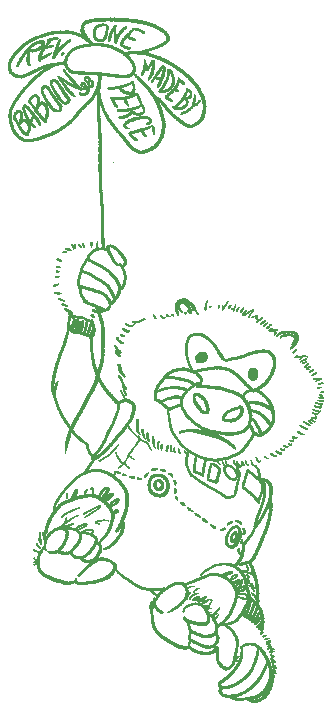
<source format=gbr>
G04 #@! TF.GenerationSoftware,KiCad,Pcbnew,(5.1.5)-1*
G04 #@! TF.CreationDate,2021-07-11T17:01:56-04:00*
G04 #@! TF.ProjectId,baboon38 v0.4,6261626f-6f6e-4333-9820-76302e342e6b,rev?*
G04 #@! TF.SameCoordinates,Original*
G04 #@! TF.FileFunction,Legend,Top*
G04 #@! TF.FilePolarity,Positive*
%FSLAX46Y46*%
G04 Gerber Fmt 4.6, Leading zero omitted, Abs format (unit mm)*
G04 Created by KiCad (PCBNEW (5.1.5)-1) date 2021-07-11 17:01:56*
%MOMM*%
%LPD*%
G04 APERTURE LIST*
%ADD10C,0.010000*%
G04 APERTURE END LIST*
D10*
G36*
X149839138Y-89538466D02*
G01*
X149855038Y-89548896D01*
X149886167Y-89555883D01*
X149921420Y-89567686D01*
X149957080Y-89591076D01*
X149983651Y-89618571D01*
X149992000Y-89639282D01*
X150003866Y-89650039D01*
X150021170Y-89652666D01*
X150053914Y-89664774D01*
X150091046Y-89696720D01*
X150126992Y-89741936D01*
X150156176Y-89793857D01*
X150168225Y-89825850D01*
X150182911Y-89869596D01*
X150197189Y-89903120D01*
X150203430Y-89913436D01*
X150214591Y-89940537D01*
X150217184Y-89964538D01*
X150216702Y-90018874D01*
X150216700Y-90083457D01*
X150217078Y-90132444D01*
X150212509Y-90160895D01*
X150203545Y-90172426D01*
X150191771Y-90188548D01*
X150189556Y-90203474D01*
X150178361Y-90232231D01*
X150166277Y-90242847D01*
X150149474Y-90266315D01*
X150150875Y-90285999D01*
X150145993Y-90314617D01*
X150124393Y-90349935D01*
X150093325Y-90383752D01*
X150060041Y-90407867D01*
X150037128Y-90414666D01*
X150010551Y-90424724D01*
X149981271Y-90449133D01*
X149979489Y-90451138D01*
X149957501Y-90472761D01*
X149934570Y-90481673D01*
X149899756Y-90480762D01*
X149877790Y-90477985D01*
X149819536Y-90474994D01*
X149779875Y-90485602D01*
X149776429Y-90487589D01*
X149738107Y-90500703D01*
X149706250Y-90502139D01*
X149677851Y-90492491D01*
X149667445Y-90477773D01*
X149655178Y-90461787D01*
X149624699Y-90446545D01*
X149614528Y-90443344D01*
X149569854Y-90423886D01*
X149524654Y-90393123D01*
X149486058Y-90357337D01*
X149461199Y-90322812D01*
X149455778Y-90303482D01*
X149449261Y-90275562D01*
X149432414Y-90233786D01*
X149415219Y-90199224D01*
X149390520Y-90146299D01*
X149370089Y-90089264D01*
X149355975Y-90035722D01*
X149350224Y-89993275D01*
X149353766Y-89971038D01*
X149359165Y-89947593D01*
X149359394Y-89915741D01*
X149363250Y-89878556D01*
X149538033Y-89878556D01*
X149538387Y-89914726D01*
X149543740Y-89945636D01*
X149552519Y-89989738D01*
X149558949Y-90024300D01*
X149560482Y-90033666D01*
X149568851Y-90060003D01*
X149585216Y-90096046D01*
X149587262Y-90099993D01*
X149603220Y-90135170D01*
X149610883Y-90161530D01*
X149611000Y-90163591D01*
X149621630Y-90186944D01*
X149647903Y-90216023D01*
X149681398Y-90243799D01*
X149713693Y-90263241D01*
X149735595Y-90267589D01*
X149762510Y-90262041D01*
X149805853Y-90255604D01*
X149836137Y-90251932D01*
X149890199Y-90244759D01*
X149920308Y-90236977D01*
X149930709Y-90226836D01*
X149926923Y-90214558D01*
X149928310Y-90195368D01*
X149934686Y-90189426D01*
X149951890Y-90167167D01*
X149954751Y-90157150D01*
X149966363Y-90126914D01*
X149973610Y-90116229D01*
X149987351Y-90087583D01*
X149992905Y-90061889D01*
X149993057Y-90028181D01*
X149989069Y-89985394D01*
X149982383Y-89942525D01*
X149974441Y-89908572D01*
X149966686Y-89892532D01*
X149965704Y-89892228D01*
X149948150Y-89882412D01*
X149919889Y-89858630D01*
X149888603Y-89828327D01*
X149861971Y-89798947D01*
X149847675Y-89777933D01*
X149847614Y-89777774D01*
X149827228Y-89760382D01*
X149779666Y-89745245D01*
X149745508Y-89738447D01*
X149694175Y-89730405D01*
X149661170Y-89729044D01*
X149637194Y-89735291D01*
X149612946Y-89750069D01*
X149610382Y-89751884D01*
X149582415Y-89777819D01*
X149568533Y-89802461D01*
X149568218Y-89805322D01*
X149559613Y-89835752D01*
X149548904Y-89853913D01*
X149538033Y-89878556D01*
X149363250Y-89878556D01*
X149363667Y-89874535D01*
X149375565Y-89844782D01*
X149394631Y-89806334D01*
X149403637Y-89779282D01*
X149419762Y-89747281D01*
X149451539Y-89705263D01*
X149492223Y-89660380D01*
X149535068Y-89619785D01*
X149573329Y-89590629D01*
X149589468Y-89582250D01*
X149629925Y-89572425D01*
X149676964Y-89568018D01*
X149679652Y-89568000D01*
X149717748Y-89564931D01*
X149743453Y-89557380D01*
X149745762Y-89555710D01*
X149769941Y-89542377D01*
X149801590Y-89534020D01*
X149828739Y-89532850D01*
X149839138Y-89538466D01*
G37*
X149839138Y-89538466D02*
X149855038Y-89548896D01*
X149886167Y-89555883D01*
X149921420Y-89567686D01*
X149957080Y-89591076D01*
X149983651Y-89618571D01*
X149992000Y-89639282D01*
X150003866Y-89650039D01*
X150021170Y-89652666D01*
X150053914Y-89664774D01*
X150091046Y-89696720D01*
X150126992Y-89741936D01*
X150156176Y-89793857D01*
X150168225Y-89825850D01*
X150182911Y-89869596D01*
X150197189Y-89903120D01*
X150203430Y-89913436D01*
X150214591Y-89940537D01*
X150217184Y-89964538D01*
X150216702Y-90018874D01*
X150216700Y-90083457D01*
X150217078Y-90132444D01*
X150212509Y-90160895D01*
X150203545Y-90172426D01*
X150191771Y-90188548D01*
X150189556Y-90203474D01*
X150178361Y-90232231D01*
X150166277Y-90242847D01*
X150149474Y-90266315D01*
X150150875Y-90285999D01*
X150145993Y-90314617D01*
X150124393Y-90349935D01*
X150093325Y-90383752D01*
X150060041Y-90407867D01*
X150037128Y-90414666D01*
X150010551Y-90424724D01*
X149981271Y-90449133D01*
X149979489Y-90451138D01*
X149957501Y-90472761D01*
X149934570Y-90481673D01*
X149899756Y-90480762D01*
X149877790Y-90477985D01*
X149819536Y-90474994D01*
X149779875Y-90485602D01*
X149776429Y-90487589D01*
X149738107Y-90500703D01*
X149706250Y-90502139D01*
X149677851Y-90492491D01*
X149667445Y-90477773D01*
X149655178Y-90461787D01*
X149624699Y-90446545D01*
X149614528Y-90443344D01*
X149569854Y-90423886D01*
X149524654Y-90393123D01*
X149486058Y-90357337D01*
X149461199Y-90322812D01*
X149455778Y-90303482D01*
X149449261Y-90275562D01*
X149432414Y-90233786D01*
X149415219Y-90199224D01*
X149390520Y-90146299D01*
X149370089Y-90089264D01*
X149355975Y-90035722D01*
X149350224Y-89993275D01*
X149353766Y-89971038D01*
X149359165Y-89947593D01*
X149359394Y-89915741D01*
X149363250Y-89878556D01*
X149538033Y-89878556D01*
X149538387Y-89914726D01*
X149543740Y-89945636D01*
X149552519Y-89989738D01*
X149558949Y-90024300D01*
X149560482Y-90033666D01*
X149568851Y-90060003D01*
X149585216Y-90096046D01*
X149587262Y-90099993D01*
X149603220Y-90135170D01*
X149610883Y-90161530D01*
X149611000Y-90163591D01*
X149621630Y-90186944D01*
X149647903Y-90216023D01*
X149681398Y-90243799D01*
X149713693Y-90263241D01*
X149735595Y-90267589D01*
X149762510Y-90262041D01*
X149805853Y-90255604D01*
X149836137Y-90251932D01*
X149890199Y-90244759D01*
X149920308Y-90236977D01*
X149930709Y-90226836D01*
X149926923Y-90214558D01*
X149928310Y-90195368D01*
X149934686Y-90189426D01*
X149951890Y-90167167D01*
X149954751Y-90157150D01*
X149966363Y-90126914D01*
X149973610Y-90116229D01*
X149987351Y-90087583D01*
X149992905Y-90061889D01*
X149993057Y-90028181D01*
X149989069Y-89985394D01*
X149982383Y-89942525D01*
X149974441Y-89908572D01*
X149966686Y-89892532D01*
X149965704Y-89892228D01*
X149948150Y-89882412D01*
X149919889Y-89858630D01*
X149888603Y-89828327D01*
X149861971Y-89798947D01*
X149847675Y-89777933D01*
X149847614Y-89777774D01*
X149827228Y-89760382D01*
X149779666Y-89745245D01*
X149745508Y-89738447D01*
X149694175Y-89730405D01*
X149661170Y-89729044D01*
X149637194Y-89735291D01*
X149612946Y-89750069D01*
X149610382Y-89751884D01*
X149582415Y-89777819D01*
X149568533Y-89802461D01*
X149568218Y-89805322D01*
X149559613Y-89835752D01*
X149548904Y-89853913D01*
X149538033Y-89878556D01*
X149363250Y-89878556D01*
X149363667Y-89874535D01*
X149375565Y-89844782D01*
X149394631Y-89806334D01*
X149403637Y-89779282D01*
X149419762Y-89747281D01*
X149451539Y-89705263D01*
X149492223Y-89660380D01*
X149535068Y-89619785D01*
X149573329Y-89590629D01*
X149589468Y-89582250D01*
X149629925Y-89572425D01*
X149676964Y-89568018D01*
X149679652Y-89568000D01*
X149717748Y-89564931D01*
X149743453Y-89557380D01*
X149745762Y-89555710D01*
X149769941Y-89542377D01*
X149801590Y-89534020D01*
X149828739Y-89532850D01*
X149839138Y-89538466D01*
G36*
X153561196Y-78766157D02*
G01*
X153565117Y-78767919D01*
X153613090Y-78786044D01*
X153660530Y-78789794D01*
X153706940Y-78801815D01*
X153752548Y-78833407D01*
X153787186Y-78877520D01*
X153787252Y-78877642D01*
X153805997Y-78903871D01*
X153822107Y-78914111D01*
X153837387Y-78925791D01*
X153854888Y-78954458D01*
X153857397Y-78959972D01*
X153874158Y-78993084D01*
X153888696Y-79013277D01*
X153890003Y-79014301D01*
X153903657Y-79034679D01*
X153905641Y-79042523D01*
X153915813Y-79072925D01*
X153919647Y-79079916D01*
X153925564Y-79102543D01*
X153923644Y-79108918D01*
X153921959Y-79128915D01*
X153926645Y-79164093D01*
X153928591Y-79173350D01*
X153934133Y-79211362D01*
X153927764Y-79230081D01*
X153921766Y-79233632D01*
X153905085Y-79250399D01*
X153886306Y-79283495D01*
X153880924Y-79295945D01*
X153860166Y-79335378D01*
X153836146Y-79364512D01*
X153830439Y-79368806D01*
X153808171Y-79389463D01*
X153802000Y-79404339D01*
X153792636Y-79420819D01*
X153787056Y-79422111D01*
X153778811Y-79430838D01*
X153781216Y-79436840D01*
X153780620Y-79460558D01*
X153752647Y-79488577D01*
X153697744Y-79520465D01*
X153691091Y-79523706D01*
X153643937Y-79547877D01*
X153600878Y-79572377D01*
X153586988Y-79581198D01*
X153549641Y-79600978D01*
X153516432Y-79611008D01*
X153480229Y-79618576D01*
X153462097Y-79624918D01*
X153433803Y-79630203D01*
X153393095Y-79630143D01*
X153385524Y-79629481D01*
X153339467Y-79630718D01*
X153298721Y-79641105D01*
X153295038Y-79642875D01*
X153260738Y-79657801D01*
X153232400Y-79658553D01*
X153196144Y-79646485D01*
X153162464Y-79638786D01*
X153141333Y-79640608D01*
X153113836Y-79643595D01*
X153075660Y-79639969D01*
X153074359Y-79639730D01*
X153042619Y-79629918D01*
X153034668Y-79615034D01*
X153036318Y-79608909D01*
X153037468Y-79594151D01*
X153029232Y-79596434D01*
X153012360Y-79592185D01*
X152991405Y-79568161D01*
X152988514Y-79563471D01*
X152968873Y-79535039D01*
X152953696Y-79521158D01*
X152952291Y-79520889D01*
X152944947Y-79508482D01*
X152941308Y-79478013D01*
X152941223Y-79471929D01*
X152933998Y-79426573D01*
X152916256Y-79378894D01*
X152912730Y-79372241D01*
X152896630Y-79337714D01*
X152891009Y-79313060D01*
X152892031Y-79308903D01*
X152897774Y-79288529D01*
X152903894Y-79250306D01*
X152906972Y-79223354D01*
X152915202Y-79166931D01*
X152929846Y-79116814D01*
X152953781Y-79068591D01*
X152989884Y-79017850D01*
X153041032Y-78960181D01*
X153110102Y-78891171D01*
X153145834Y-78857095D01*
X153203154Y-78820856D01*
X153244612Y-78810266D01*
X153292580Y-78801799D01*
X153335768Y-78790053D01*
X153340260Y-78788416D01*
X153379991Y-78777477D01*
X153431135Y-78768944D01*
X153484507Y-78763655D01*
X153530922Y-78762447D01*
X153561196Y-78766157D01*
G37*
X153561196Y-78766157D02*
X153565117Y-78767919D01*
X153613090Y-78786044D01*
X153660530Y-78789794D01*
X153706940Y-78801815D01*
X153752548Y-78833407D01*
X153787186Y-78877520D01*
X153787252Y-78877642D01*
X153805997Y-78903871D01*
X153822107Y-78914111D01*
X153837387Y-78925791D01*
X153854888Y-78954458D01*
X153857397Y-78959972D01*
X153874158Y-78993084D01*
X153888696Y-79013277D01*
X153890003Y-79014301D01*
X153903657Y-79034679D01*
X153905641Y-79042523D01*
X153915813Y-79072925D01*
X153919647Y-79079916D01*
X153925564Y-79102543D01*
X153923644Y-79108918D01*
X153921959Y-79128915D01*
X153926645Y-79164093D01*
X153928591Y-79173350D01*
X153934133Y-79211362D01*
X153927764Y-79230081D01*
X153921766Y-79233632D01*
X153905085Y-79250399D01*
X153886306Y-79283495D01*
X153880924Y-79295945D01*
X153860166Y-79335378D01*
X153836146Y-79364512D01*
X153830439Y-79368806D01*
X153808171Y-79389463D01*
X153802000Y-79404339D01*
X153792636Y-79420819D01*
X153787056Y-79422111D01*
X153778811Y-79430838D01*
X153781216Y-79436840D01*
X153780620Y-79460558D01*
X153752647Y-79488577D01*
X153697744Y-79520465D01*
X153691091Y-79523706D01*
X153643937Y-79547877D01*
X153600878Y-79572377D01*
X153586988Y-79581198D01*
X153549641Y-79600978D01*
X153516432Y-79611008D01*
X153480229Y-79618576D01*
X153462097Y-79624918D01*
X153433803Y-79630203D01*
X153393095Y-79630143D01*
X153385524Y-79629481D01*
X153339467Y-79630718D01*
X153298721Y-79641105D01*
X153295038Y-79642875D01*
X153260738Y-79657801D01*
X153232400Y-79658553D01*
X153196144Y-79646485D01*
X153162464Y-79638786D01*
X153141333Y-79640608D01*
X153113836Y-79643595D01*
X153075660Y-79639969D01*
X153074359Y-79639730D01*
X153042619Y-79629918D01*
X153034668Y-79615034D01*
X153036318Y-79608909D01*
X153037468Y-79594151D01*
X153029232Y-79596434D01*
X153012360Y-79592185D01*
X152991405Y-79568161D01*
X152988514Y-79563471D01*
X152968873Y-79535039D01*
X152953696Y-79521158D01*
X152952291Y-79520889D01*
X152944947Y-79508482D01*
X152941308Y-79478013D01*
X152941223Y-79471929D01*
X152933998Y-79426573D01*
X152916256Y-79378894D01*
X152912730Y-79372241D01*
X152896630Y-79337714D01*
X152891009Y-79313060D01*
X152892031Y-79308903D01*
X152897774Y-79288529D01*
X152903894Y-79250306D01*
X152906972Y-79223354D01*
X152915202Y-79166931D01*
X152929846Y-79116814D01*
X152953781Y-79068591D01*
X152989884Y-79017850D01*
X153041032Y-78960181D01*
X153110102Y-78891171D01*
X153145834Y-78857095D01*
X153203154Y-78820856D01*
X153244612Y-78810266D01*
X153292580Y-78801799D01*
X153335768Y-78790053D01*
X153340260Y-78788416D01*
X153379991Y-78777477D01*
X153431135Y-78768944D01*
X153484507Y-78763655D01*
X153530922Y-78762447D01*
X153561196Y-78766157D01*
G36*
X157825698Y-80097477D02*
G01*
X157831778Y-80101152D01*
X157850545Y-80111207D01*
X157869602Y-80113555D01*
X157901912Y-80122681D01*
X157946569Y-80146823D01*
X157995879Y-80181131D01*
X158042146Y-80220750D01*
X158046750Y-80225255D01*
X158083184Y-80273400D01*
X158109449Y-80330574D01*
X158119560Y-80383689D01*
X158119558Y-80384500D01*
X158121103Y-80413830D01*
X158125043Y-80448312D01*
X158129824Y-80476626D01*
X158133698Y-80487500D01*
X158135969Y-80500163D01*
X158139520Y-80532509D01*
X158143610Y-80576071D01*
X158147494Y-80622382D01*
X158150430Y-80662974D01*
X158151674Y-80689381D01*
X158151658Y-80692111D01*
X158145871Y-80754050D01*
X158133242Y-80817650D01*
X158116074Y-80874695D01*
X158096671Y-80916969D01*
X158084294Y-80932356D01*
X158062702Y-80958491D01*
X158040696Y-80996615D01*
X158024949Y-81034005D01*
X158021223Y-81052582D01*
X158009138Y-81068265D01*
X157982496Y-81079771D01*
X157946545Y-81092675D01*
X157924412Y-81105556D01*
X157894616Y-81122753D01*
X157851747Y-81139910D01*
X157808909Y-81152417D01*
X157781334Y-81155897D01*
X157756851Y-81151376D01*
X157715564Y-81141202D01*
X157679429Y-81131266D01*
X157625314Y-81111633D01*
X157581967Y-81083950D01*
X157537116Y-81040280D01*
X157534749Y-81037684D01*
X157500750Y-80997968D01*
X157474699Y-80963331D01*
X157462842Y-80942583D01*
X157449976Y-80921724D01*
X157441716Y-80917889D01*
X157429928Y-80906495D01*
X157428556Y-80897423D01*
X157417501Y-80874200D01*
X157403862Y-80863139D01*
X157389905Y-80849048D01*
X157381868Y-80821988D01*
X157378221Y-80775527D01*
X157377691Y-80753076D01*
X157375252Y-80685854D01*
X157370520Y-80613966D01*
X157366391Y-80570364D01*
X157362318Y-80516317D01*
X157365655Y-80482927D01*
X157376221Y-80464239D01*
X157412506Y-80412252D01*
X157428303Y-80354093D01*
X157428556Y-80346308D01*
X157434984Y-80310464D01*
X157446195Y-80289426D01*
X157479849Y-80250454D01*
X157496283Y-80227377D01*
X157499112Y-80218976D01*
X157510351Y-80198748D01*
X157535595Y-80179175D01*
X157562134Y-80170012D01*
X157562925Y-80170000D01*
X157585212Y-80158158D01*
X157593710Y-80142125D01*
X157601280Y-80126828D01*
X157617968Y-80115756D01*
X157648775Y-80107457D01*
X157698704Y-80100480D01*
X157756862Y-80094776D01*
X157797776Y-80093615D01*
X157825698Y-80097477D01*
G37*
X157825698Y-80097477D02*
X157831778Y-80101152D01*
X157850545Y-80111207D01*
X157869602Y-80113555D01*
X157901912Y-80122681D01*
X157946569Y-80146823D01*
X157995879Y-80181131D01*
X158042146Y-80220750D01*
X158046750Y-80225255D01*
X158083184Y-80273400D01*
X158109449Y-80330574D01*
X158119560Y-80383689D01*
X158119558Y-80384500D01*
X158121103Y-80413830D01*
X158125043Y-80448312D01*
X158129824Y-80476626D01*
X158133698Y-80487500D01*
X158135969Y-80500163D01*
X158139520Y-80532509D01*
X158143610Y-80576071D01*
X158147494Y-80622382D01*
X158150430Y-80662974D01*
X158151674Y-80689381D01*
X158151658Y-80692111D01*
X158145871Y-80754050D01*
X158133242Y-80817650D01*
X158116074Y-80874695D01*
X158096671Y-80916969D01*
X158084294Y-80932356D01*
X158062702Y-80958491D01*
X158040696Y-80996615D01*
X158024949Y-81034005D01*
X158021223Y-81052582D01*
X158009138Y-81068265D01*
X157982496Y-81079771D01*
X157946545Y-81092675D01*
X157924412Y-81105556D01*
X157894616Y-81122753D01*
X157851747Y-81139910D01*
X157808909Y-81152417D01*
X157781334Y-81155897D01*
X157756851Y-81151376D01*
X157715564Y-81141202D01*
X157679429Y-81131266D01*
X157625314Y-81111633D01*
X157581967Y-81083950D01*
X157537116Y-81040280D01*
X157534749Y-81037684D01*
X157500750Y-80997968D01*
X157474699Y-80963331D01*
X157462842Y-80942583D01*
X157449976Y-80921724D01*
X157441716Y-80917889D01*
X157429928Y-80906495D01*
X157428556Y-80897423D01*
X157417501Y-80874200D01*
X157403862Y-80863139D01*
X157389905Y-80849048D01*
X157381868Y-80821988D01*
X157378221Y-80775527D01*
X157377691Y-80753076D01*
X157375252Y-80685854D01*
X157370520Y-80613966D01*
X157366391Y-80570364D01*
X157362318Y-80516317D01*
X157365655Y-80482927D01*
X157376221Y-80464239D01*
X157412506Y-80412252D01*
X157428303Y-80354093D01*
X157428556Y-80346308D01*
X157434984Y-80310464D01*
X157446195Y-80289426D01*
X157479849Y-80250454D01*
X157496283Y-80227377D01*
X157499112Y-80218976D01*
X157510351Y-80198748D01*
X157535595Y-80179175D01*
X157562134Y-80170012D01*
X157562925Y-80170000D01*
X157585212Y-80158158D01*
X157593710Y-80142125D01*
X157601280Y-80126828D01*
X157617968Y-80115756D01*
X157648775Y-80107457D01*
X157698704Y-80100480D01*
X157756862Y-80094776D01*
X157797776Y-80093615D01*
X157825698Y-80097477D01*
G36*
X153061343Y-82228820D02*
G01*
X153114291Y-82240915D01*
X153131086Y-82248233D01*
X153162591Y-82262450D01*
X153179699Y-82267411D01*
X153204679Y-82281373D01*
X153211233Y-82289256D01*
X153221425Y-82299716D01*
X153223229Y-82296603D01*
X153233351Y-82298298D01*
X153259420Y-82314073D01*
X153288974Y-82335409D01*
X153327528Y-82362576D01*
X153359013Y-82380748D01*
X153372940Y-82385444D01*
X153396461Y-82396034D01*
X153402660Y-82403304D01*
X153421592Y-82419723D01*
X153456269Y-82440409D01*
X153473881Y-82449165D01*
X153511544Y-82470996D01*
X153537022Y-82493592D01*
X153541860Y-82501861D01*
X153554438Y-82522707D01*
X153562335Y-82526555D01*
X153586849Y-82537887D01*
X153615564Y-82565910D01*
X153640906Y-82601669D01*
X153655301Y-82636206D01*
X153655381Y-82636599D01*
X153666724Y-82669157D01*
X153681883Y-82686814D01*
X153681988Y-82686854D01*
X153698161Y-82702043D01*
X153721941Y-82734488D01*
X153743281Y-82768895D01*
X153774409Y-82817226D01*
X153808172Y-82861284D01*
X153827835Y-82882392D01*
X153860347Y-82924948D01*
X153869028Y-82959415D01*
X153874162Y-82989550D01*
X153884903Y-83003393D01*
X153900102Y-83019954D01*
X153900865Y-83025148D01*
X153907072Y-83048204D01*
X153922009Y-83081724D01*
X153923162Y-83083944D01*
X153937847Y-83124383D01*
X153948484Y-83175957D01*
X153950642Y-83195595D01*
X153956269Y-83237493D01*
X153964693Y-83266522D01*
X153969559Y-83273347D01*
X153982310Y-83291992D01*
X153993333Y-83323974D01*
X154003178Y-83358631D01*
X154011830Y-83380278D01*
X154018723Y-83403871D01*
X154022426Y-83434922D01*
X154028012Y-83467245D01*
X154037182Y-83484311D01*
X154045371Y-83503617D01*
X154045845Y-83528444D01*
X154043535Y-83558166D01*
X154040675Y-83607372D01*
X154037751Y-83667343D01*
X154036650Y-83692973D01*
X154026785Y-83794328D01*
X154006725Y-83871504D01*
X153976782Y-83923593D01*
X153950167Y-83944614D01*
X153916984Y-83962757D01*
X153900778Y-83972635D01*
X153878238Y-83979238D01*
X153839607Y-83984187D01*
X153794969Y-83986959D01*
X153754411Y-83987030D01*
X153728018Y-83983878D01*
X153723886Y-83981814D01*
X153708080Y-83978680D01*
X153672484Y-83975907D01*
X153635056Y-83974412D01*
X153581942Y-83969673D01*
X153541392Y-83959709D01*
X153527408Y-83952254D01*
X153494973Y-83934719D01*
X153475474Y-83930206D01*
X153449781Y-83919309D01*
X153415809Y-83893916D01*
X153398049Y-83877102D01*
X153363967Y-83845544D01*
X153333544Y-83823188D01*
X153322634Y-83817853D01*
X153298780Y-83798647D01*
X153288929Y-83778269D01*
X153271769Y-83749796D01*
X153240748Y-83723123D01*
X153238137Y-83721532D01*
X153203798Y-83690946D01*
X153195223Y-83663947D01*
X153185267Y-83635205D01*
X153158531Y-83595512D01*
X153131723Y-83564486D01*
X153099027Y-83527180D01*
X153076104Y-83495883D01*
X153068223Y-83478526D01*
X153056517Y-83459463D01*
X153040887Y-83451114D01*
X153018283Y-83434563D01*
X152989212Y-83401773D01*
X152960072Y-83361624D01*
X152937261Y-83322996D01*
X152927177Y-83294770D01*
X152927112Y-83293192D01*
X152915765Y-83276598D01*
X152905945Y-83274444D01*
X152888106Y-83262884D01*
X152884778Y-83249498D01*
X152877380Y-83225815D01*
X152859018Y-83189290D01*
X152835436Y-83149825D01*
X152812380Y-83117322D01*
X152800991Y-83105111D01*
X152779281Y-83075481D01*
X152757032Y-83027340D01*
X152737641Y-82970125D01*
X152724507Y-82913272D01*
X152721032Y-82883052D01*
X152715699Y-82820186D01*
X152706885Y-82750683D01*
X152701422Y-82717055D01*
X152686346Y-82597230D01*
X152686610Y-82585184D01*
X152845749Y-82585184D01*
X152847826Y-82647712D01*
X152856463Y-82743430D01*
X152873341Y-82816948D01*
X152897845Y-82866700D01*
X152929362Y-82891119D01*
X152944262Y-82893444D01*
X152964802Y-82899219D01*
X152965421Y-82921295D01*
X152964691Y-82924210D01*
X152966504Y-82952838D01*
X152987945Y-82988403D01*
X153005379Y-83008917D01*
X153033632Y-83044621D01*
X153051524Y-83075723D01*
X153054724Y-83087513D01*
X153063849Y-83118099D01*
X153086986Y-83162429D01*
X153119371Y-83213738D01*
X153156245Y-83265260D01*
X153192844Y-83310229D01*
X153224407Y-83341878D01*
X153241289Y-83352602D01*
X153258691Y-83364710D01*
X153259009Y-83372759D01*
X153263335Y-83386850D01*
X153272915Y-83392467D01*
X153291616Y-83410121D01*
X153294000Y-83419981D01*
X153303687Y-83443364D01*
X153322223Y-83464944D01*
X153343403Y-83490068D01*
X153350445Y-83507955D01*
X153361824Y-83527575D01*
X153372584Y-83533920D01*
X153388129Y-83552317D01*
X153386564Y-83568125D01*
X153390826Y-83596739D01*
X153415279Y-83627412D01*
X153453341Y-83653280D01*
X153477445Y-83662896D01*
X153513413Y-83680457D01*
X153533889Y-83697248D01*
X153560656Y-83721244D01*
X153576223Y-83731060D01*
X153603948Y-83745810D01*
X153632667Y-83762427D01*
X153667709Y-83774186D01*
X153713890Y-83778407D01*
X153761068Y-83775568D01*
X153799100Y-83766145D01*
X153816380Y-83753788D01*
X153822160Y-83730150D01*
X153824886Y-83689011D01*
X153824546Y-83656611D01*
X153824983Y-83609889D01*
X153829523Y-83573669D01*
X153834416Y-83560374D01*
X153840354Y-83533993D01*
X153836548Y-83518041D01*
X153828663Y-83499771D01*
X153823357Y-83484378D01*
X153817365Y-83460995D01*
X153809984Y-83429666D01*
X153796865Y-83388181D01*
X153780925Y-83355190D01*
X153780095Y-83353963D01*
X153768483Y-83324992D01*
X153769339Y-83307993D01*
X153767571Y-83283095D01*
X153753065Y-83251990D01*
X153736894Y-83215125D01*
X153725063Y-83166556D01*
X153722846Y-83149793D01*
X153716397Y-83109942D01*
X153707349Y-83083988D01*
X153702777Y-83079240D01*
X153690877Y-83063080D01*
X153689112Y-83050874D01*
X153680023Y-83024831D01*
X153657948Y-82993645D01*
X153655990Y-82991491D01*
X153627992Y-82953076D01*
X153609087Y-82914025D01*
X153586925Y-82877580D01*
X153557628Y-82853910D01*
X153525526Y-82826566D01*
X153510863Y-82797465D01*
X153493758Y-82751348D01*
X153471127Y-82732021D01*
X153455246Y-82733515D01*
X153437716Y-82733279D01*
X153435112Y-82727580D01*
X153425906Y-82710079D01*
X153402630Y-82680647D01*
X153371798Y-82646259D01*
X153339922Y-82613890D01*
X153313515Y-82590519D01*
X153300070Y-82582932D01*
X153282913Y-82574044D01*
X153253553Y-82551415D01*
X153233918Y-82534162D01*
X153192560Y-82503209D01*
X153149295Y-82481248D01*
X153132834Y-82476444D01*
X153090390Y-82462168D01*
X153055923Y-82440547D01*
X153022133Y-82419706D01*
X152987969Y-82414290D01*
X152963815Y-82425718D01*
X152962389Y-82427778D01*
X152942310Y-82440004D01*
X152928738Y-82441889D01*
X152901938Y-82451610D01*
X152872974Y-82474710D01*
X152858856Y-82492087D01*
X152850242Y-82511961D01*
X152846187Y-82540828D01*
X152845749Y-82585184D01*
X152686610Y-82585184D01*
X152688517Y-82498421D01*
X152708005Y-82419256D01*
X152717350Y-82398915D01*
X152736422Y-82367683D01*
X152762494Y-82331579D01*
X152790848Y-82296210D01*
X152816767Y-82267184D01*
X152835535Y-82250109D01*
X152842445Y-82250198D01*
X152853824Y-82249843D01*
X152881993Y-82240380D01*
X152890148Y-82237073D01*
X152937155Y-82226337D01*
X152998259Y-82223773D01*
X153061343Y-82228820D01*
G37*
X153061343Y-82228820D02*
X153114291Y-82240915D01*
X153131086Y-82248233D01*
X153162591Y-82262450D01*
X153179699Y-82267411D01*
X153204679Y-82281373D01*
X153211233Y-82289256D01*
X153221425Y-82299716D01*
X153223229Y-82296603D01*
X153233351Y-82298298D01*
X153259420Y-82314073D01*
X153288974Y-82335409D01*
X153327528Y-82362576D01*
X153359013Y-82380748D01*
X153372940Y-82385444D01*
X153396461Y-82396034D01*
X153402660Y-82403304D01*
X153421592Y-82419723D01*
X153456269Y-82440409D01*
X153473881Y-82449165D01*
X153511544Y-82470996D01*
X153537022Y-82493592D01*
X153541860Y-82501861D01*
X153554438Y-82522707D01*
X153562335Y-82526555D01*
X153586849Y-82537887D01*
X153615564Y-82565910D01*
X153640906Y-82601669D01*
X153655301Y-82636206D01*
X153655381Y-82636599D01*
X153666724Y-82669157D01*
X153681883Y-82686814D01*
X153681988Y-82686854D01*
X153698161Y-82702043D01*
X153721941Y-82734488D01*
X153743281Y-82768895D01*
X153774409Y-82817226D01*
X153808172Y-82861284D01*
X153827835Y-82882392D01*
X153860347Y-82924948D01*
X153869028Y-82959415D01*
X153874162Y-82989550D01*
X153884903Y-83003393D01*
X153900102Y-83019954D01*
X153900865Y-83025148D01*
X153907072Y-83048204D01*
X153922009Y-83081724D01*
X153923162Y-83083944D01*
X153937847Y-83124383D01*
X153948484Y-83175957D01*
X153950642Y-83195595D01*
X153956269Y-83237493D01*
X153964693Y-83266522D01*
X153969559Y-83273347D01*
X153982310Y-83291992D01*
X153993333Y-83323974D01*
X154003178Y-83358631D01*
X154011830Y-83380278D01*
X154018723Y-83403871D01*
X154022426Y-83434922D01*
X154028012Y-83467245D01*
X154037182Y-83484311D01*
X154045371Y-83503617D01*
X154045845Y-83528444D01*
X154043535Y-83558166D01*
X154040675Y-83607372D01*
X154037751Y-83667343D01*
X154036650Y-83692973D01*
X154026785Y-83794328D01*
X154006725Y-83871504D01*
X153976782Y-83923593D01*
X153950167Y-83944614D01*
X153916984Y-83962757D01*
X153900778Y-83972635D01*
X153878238Y-83979238D01*
X153839607Y-83984187D01*
X153794969Y-83986959D01*
X153754411Y-83987030D01*
X153728018Y-83983878D01*
X153723886Y-83981814D01*
X153708080Y-83978680D01*
X153672484Y-83975907D01*
X153635056Y-83974412D01*
X153581942Y-83969673D01*
X153541392Y-83959709D01*
X153527408Y-83952254D01*
X153494973Y-83934719D01*
X153475474Y-83930206D01*
X153449781Y-83919309D01*
X153415809Y-83893916D01*
X153398049Y-83877102D01*
X153363967Y-83845544D01*
X153333544Y-83823188D01*
X153322634Y-83817853D01*
X153298780Y-83798647D01*
X153288929Y-83778269D01*
X153271769Y-83749796D01*
X153240748Y-83723123D01*
X153238137Y-83721532D01*
X153203798Y-83690946D01*
X153195223Y-83663947D01*
X153185267Y-83635205D01*
X153158531Y-83595512D01*
X153131723Y-83564486D01*
X153099027Y-83527180D01*
X153076104Y-83495883D01*
X153068223Y-83478526D01*
X153056517Y-83459463D01*
X153040887Y-83451114D01*
X153018283Y-83434563D01*
X152989212Y-83401773D01*
X152960072Y-83361624D01*
X152937261Y-83322996D01*
X152927177Y-83294770D01*
X152927112Y-83293192D01*
X152915765Y-83276598D01*
X152905945Y-83274444D01*
X152888106Y-83262884D01*
X152884778Y-83249498D01*
X152877380Y-83225815D01*
X152859018Y-83189290D01*
X152835436Y-83149825D01*
X152812380Y-83117322D01*
X152800991Y-83105111D01*
X152779281Y-83075481D01*
X152757032Y-83027340D01*
X152737641Y-82970125D01*
X152724507Y-82913272D01*
X152721032Y-82883052D01*
X152715699Y-82820186D01*
X152706885Y-82750683D01*
X152701422Y-82717055D01*
X152686346Y-82597230D01*
X152686610Y-82585184D01*
X152845749Y-82585184D01*
X152847826Y-82647712D01*
X152856463Y-82743430D01*
X152873341Y-82816948D01*
X152897845Y-82866700D01*
X152929362Y-82891119D01*
X152944262Y-82893444D01*
X152964802Y-82899219D01*
X152965421Y-82921295D01*
X152964691Y-82924210D01*
X152966504Y-82952838D01*
X152987945Y-82988403D01*
X153005379Y-83008917D01*
X153033632Y-83044621D01*
X153051524Y-83075723D01*
X153054724Y-83087513D01*
X153063849Y-83118099D01*
X153086986Y-83162429D01*
X153119371Y-83213738D01*
X153156245Y-83265260D01*
X153192844Y-83310229D01*
X153224407Y-83341878D01*
X153241289Y-83352602D01*
X153258691Y-83364710D01*
X153259009Y-83372759D01*
X153263335Y-83386850D01*
X153272915Y-83392467D01*
X153291616Y-83410121D01*
X153294000Y-83419981D01*
X153303687Y-83443364D01*
X153322223Y-83464944D01*
X153343403Y-83490068D01*
X153350445Y-83507955D01*
X153361824Y-83527575D01*
X153372584Y-83533920D01*
X153388129Y-83552317D01*
X153386564Y-83568125D01*
X153390826Y-83596739D01*
X153415279Y-83627412D01*
X153453341Y-83653280D01*
X153477445Y-83662896D01*
X153513413Y-83680457D01*
X153533889Y-83697248D01*
X153560656Y-83721244D01*
X153576223Y-83731060D01*
X153603948Y-83745810D01*
X153632667Y-83762427D01*
X153667709Y-83774186D01*
X153713890Y-83778407D01*
X153761068Y-83775568D01*
X153799100Y-83766145D01*
X153816380Y-83753788D01*
X153822160Y-83730150D01*
X153824886Y-83689011D01*
X153824546Y-83656611D01*
X153824983Y-83609889D01*
X153829523Y-83573669D01*
X153834416Y-83560374D01*
X153840354Y-83533993D01*
X153836548Y-83518041D01*
X153828663Y-83499771D01*
X153823357Y-83484378D01*
X153817365Y-83460995D01*
X153809984Y-83429666D01*
X153796865Y-83388181D01*
X153780925Y-83355190D01*
X153780095Y-83353963D01*
X153768483Y-83324992D01*
X153769339Y-83307993D01*
X153767571Y-83283095D01*
X153753065Y-83251990D01*
X153736894Y-83215125D01*
X153725063Y-83166556D01*
X153722846Y-83149793D01*
X153716397Y-83109942D01*
X153707349Y-83083988D01*
X153702777Y-83079240D01*
X153690877Y-83063080D01*
X153689112Y-83050874D01*
X153680023Y-83024831D01*
X153657948Y-82993645D01*
X153655990Y-82991491D01*
X153627992Y-82953076D01*
X153609087Y-82914025D01*
X153586925Y-82877580D01*
X153557628Y-82853910D01*
X153525526Y-82826566D01*
X153510863Y-82797465D01*
X153493758Y-82751348D01*
X153471127Y-82732021D01*
X153455246Y-82733515D01*
X153437716Y-82733279D01*
X153435112Y-82727580D01*
X153425906Y-82710079D01*
X153402630Y-82680647D01*
X153371798Y-82646259D01*
X153339922Y-82613890D01*
X153313515Y-82590519D01*
X153300070Y-82582932D01*
X153282913Y-82574044D01*
X153253553Y-82551415D01*
X153233918Y-82534162D01*
X153192560Y-82503209D01*
X153149295Y-82481248D01*
X153132834Y-82476444D01*
X153090390Y-82462168D01*
X153055923Y-82440547D01*
X153022133Y-82419706D01*
X152987969Y-82414290D01*
X152963815Y-82425718D01*
X152962389Y-82427778D01*
X152942310Y-82440004D01*
X152928738Y-82441889D01*
X152901938Y-82451610D01*
X152872974Y-82474710D01*
X152858856Y-82492087D01*
X152850242Y-82511961D01*
X152846187Y-82540828D01*
X152845749Y-82585184D01*
X152686610Y-82585184D01*
X152688517Y-82498421D01*
X152708005Y-82419256D01*
X152717350Y-82398915D01*
X152736422Y-82367683D01*
X152762494Y-82331579D01*
X152790848Y-82296210D01*
X152816767Y-82267184D01*
X152835535Y-82250109D01*
X152842445Y-82250198D01*
X152853824Y-82249843D01*
X152881993Y-82240380D01*
X152890148Y-82237073D01*
X152937155Y-82226337D01*
X152998259Y-82223773D01*
X153061343Y-82228820D01*
G36*
X156717882Y-83305002D02*
G01*
X156766702Y-83326466D01*
X156807124Y-83358417D01*
X156831752Y-83394070D01*
X156835889Y-83413268D01*
X156847943Y-83438915D01*
X156864112Y-83447866D01*
X156887072Y-83464338D01*
X156892334Y-83480151D01*
X156901386Y-83509884D01*
X156915448Y-83530596D01*
X156930361Y-83554181D01*
X156923165Y-83574609D01*
X156921200Y-83577057D01*
X156912243Y-83596174D01*
X156914308Y-83624705D01*
X156925986Y-83665517D01*
X156941514Y-83743430D01*
X156935088Y-83811695D01*
X156914813Y-83855408D01*
X156901523Y-83890075D01*
X156906819Y-83910144D01*
X156910528Y-83937373D01*
X156898186Y-83952776D01*
X156882927Y-83982572D01*
X156885069Y-84005357D01*
X156884294Y-84039014D01*
X156865023Y-84059972D01*
X156841599Y-84083638D01*
X156813504Y-84121849D01*
X156798314Y-84146456D01*
X156764661Y-84199143D01*
X156729434Y-84244378D01*
X156697559Y-84276527D01*
X156673962Y-84289958D01*
X156672724Y-84290052D01*
X156652497Y-84301086D01*
X156623070Y-84329016D01*
X156590735Y-84367147D01*
X156562968Y-84406861D01*
X156538936Y-84433978D01*
X156514276Y-84445657D01*
X156513705Y-84445666D01*
X156482912Y-84454005D01*
X156461114Y-84466841D01*
X156431490Y-84485672D01*
X156389446Y-84507944D01*
X156372491Y-84515993D01*
X156334596Y-84537982D01*
X156309177Y-84561421D01*
X156304268Y-84570709D01*
X156294696Y-84587468D01*
X156272564Y-84593997D01*
X156235098Y-84593255D01*
X156195660Y-84593394D01*
X156169420Y-84598670D01*
X156164905Y-84602031D01*
X156145568Y-84613115D01*
X156131011Y-84615000D01*
X156105037Y-84625226D01*
X156096923Y-84636390D01*
X156083368Y-84650059D01*
X156053439Y-84651649D01*
X156035249Y-84649231D01*
X155994765Y-84646756D01*
X155967799Y-84658009D01*
X155955094Y-84670174D01*
X155933937Y-84691513D01*
X155916490Y-84696948D01*
X155891424Y-84687416D01*
X155871952Y-84677036D01*
X155841404Y-84665702D01*
X155799217Y-84660590D01*
X155738436Y-84661055D01*
X155713306Y-84662311D01*
X155658341Y-84664174D01*
X155615052Y-84663261D01*
X155590420Y-84659811D01*
X155587473Y-84658008D01*
X155568502Y-84648348D01*
X155524937Y-84637629D01*
X155460344Y-84626619D01*
X155410667Y-84619905D01*
X155365480Y-84607732D01*
X155318569Y-84585783D01*
X155311889Y-84581649D01*
X155274294Y-84558839D01*
X155242871Y-84542477D01*
X155237486Y-84540249D01*
X155211437Y-84519731D01*
X155203633Y-84505959D01*
X155187728Y-84476964D01*
X155166893Y-84449915D01*
X155146212Y-84410663D01*
X155146985Y-84386415D01*
X155151062Y-84369684D01*
X155340112Y-84369684D01*
X155352497Y-84384835D01*
X155383574Y-84401158D01*
X155424225Y-84415018D01*
X155465333Y-84422781D01*
X155474707Y-84423346D01*
X155514009Y-84430124D01*
X155542392Y-84443717D01*
X155570151Y-84456005D01*
X155586424Y-84454917D01*
X155609687Y-84455739D01*
X155616560Y-84461852D01*
X155636917Y-84469679D01*
X155682229Y-84470055D01*
X155714714Y-84467283D01*
X155778888Y-84461898D01*
X155846697Y-84458446D01*
X155882313Y-84457762D01*
X155925152Y-84455635D01*
X155953731Y-84450143D01*
X155961000Y-84444658D01*
X155972696Y-84433640D01*
X155986400Y-84431555D01*
X156017001Y-84423264D01*
X156027642Y-84415714D01*
X156050483Y-84405306D01*
X156089784Y-84397406D01*
X156109484Y-84395460D01*
X156154611Y-84388263D01*
X156190570Y-84375335D01*
X156199508Y-84369305D01*
X156233314Y-84349173D01*
X156255025Y-84342757D01*
X156284030Y-84330978D01*
X156321551Y-84306554D01*
X156360140Y-84275659D01*
X156392352Y-84244469D01*
X156410740Y-84219157D01*
X156412556Y-84212131D01*
X156423857Y-84194008D01*
X156433603Y-84191666D01*
X156456993Y-84180770D01*
X156472275Y-84163444D01*
X156490628Y-84141420D01*
X156502114Y-84135222D01*
X156522731Y-84126333D01*
X156553467Y-84104386D01*
X156586099Y-84076459D01*
X156612403Y-84049631D01*
X156624157Y-84030981D01*
X156624223Y-84030106D01*
X156632357Y-84006705D01*
X156650606Y-83978375D01*
X156672353Y-83940256D01*
X156687697Y-83895712D01*
X156687734Y-83895540D01*
X156700766Y-83852769D01*
X156717362Y-83817549D01*
X156717845Y-83816802D01*
X156729735Y-83791724D01*
X156729299Y-83779335D01*
X156724209Y-83762147D01*
X156718771Y-83725160D01*
X156714608Y-83681684D01*
X156709963Y-83630810D01*
X156704726Y-83589086D01*
X156700766Y-83568553D01*
X156681589Y-83542655D01*
X156652351Y-83534441D01*
X156630746Y-83542997D01*
X156611046Y-83550262D01*
X156603479Y-83543240D01*
X156583023Y-83531863D01*
X156549512Y-83528707D01*
X156515702Y-83533252D01*
X156494347Y-83544980D01*
X156492838Y-83547740D01*
X156474677Y-83561949D01*
X156452522Y-83564789D01*
X156414384Y-83570516D01*
X156388991Y-83581654D01*
X156361831Y-83593813D01*
X156315508Y-83609927D01*
X156258269Y-83627216D01*
X156233769Y-83633945D01*
X156133772Y-83662032D01*
X156059766Y-83686227D01*
X156009892Y-83707185D01*
X155987334Y-83721072D01*
X155961655Y-83735343D01*
X155923075Y-83750823D01*
X155915139Y-83753477D01*
X155881571Y-83767263D01*
X155863325Y-83780542D01*
X155862223Y-83783539D01*
X155850777Y-83795092D01*
X155841056Y-83796555D01*
X155822273Y-83803886D01*
X155819889Y-83810122D01*
X155807617Y-83821849D01*
X155776887Y-83834878D01*
X155763445Y-83838889D01*
X155728418Y-83851061D01*
X155708636Y-83863252D01*
X155707000Y-83866704D01*
X155695373Y-83880626D01*
X155679098Y-83888176D01*
X155654073Y-83902452D01*
X155619177Y-83929831D01*
X155580838Y-83964231D01*
X155545484Y-83999568D01*
X155519544Y-84029757D01*
X155509445Y-84048716D01*
X155509445Y-84048734D01*
X155500234Y-84070082D01*
X155478046Y-84097489D01*
X155477695Y-84097842D01*
X155449394Y-84133288D01*
X155423994Y-84175821D01*
X155422772Y-84178340D01*
X155383412Y-84262318D01*
X155356523Y-84322940D01*
X155342375Y-84359586D01*
X155340112Y-84369684D01*
X155151062Y-84369684D01*
X155155117Y-84353044D01*
X155166277Y-84306867D01*
X155171077Y-84286916D01*
X155182797Y-84248137D01*
X155194744Y-84223935D01*
X155200143Y-84219889D01*
X155210205Y-84207902D01*
X155213112Y-84187574D01*
X155222316Y-84159666D01*
X155246168Y-84121608D01*
X155269540Y-84092906D01*
X155301867Y-84054116D01*
X155326205Y-84019302D01*
X155335064Y-84001749D01*
X155354059Y-83969873D01*
X155370358Y-83954505D01*
X155391250Y-83933105D01*
X155396579Y-83919227D01*
X155406828Y-83899727D01*
X155433386Y-83869288D01*
X155470017Y-83833950D01*
X155510485Y-83799753D01*
X155546518Y-83774002D01*
X155584951Y-83748354D01*
X155628226Y-83717462D01*
X155636445Y-83711334D01*
X155680260Y-83684212D01*
X155744636Y-83652025D01*
X155823061Y-83617679D01*
X155909022Y-83584081D01*
X155968446Y-83563148D01*
X156013777Y-83545454D01*
X156050595Y-83526768D01*
X156062703Y-83518276D01*
X156091843Y-83503614D01*
X156134228Y-83493759D01*
X156145915Y-83492530D01*
X156184610Y-83486898D01*
X156209944Y-83478137D01*
X156213546Y-83474954D01*
X156223677Y-83466637D01*
X156245886Y-83458611D01*
X156285177Y-83449533D01*
X156346551Y-83438062D01*
X156359639Y-83435760D01*
X156401261Y-83425975D01*
X156433723Y-83414624D01*
X156479148Y-83399671D01*
X156533986Y-83389704D01*
X156548610Y-83388382D01*
X156564173Y-83375571D01*
X156572743Y-83355361D01*
X156594058Y-83323391D01*
X156634132Y-83303827D01*
X156685232Y-83299351D01*
X156717882Y-83305002D01*
G37*
X156717882Y-83305002D02*
X156766702Y-83326466D01*
X156807124Y-83358417D01*
X156831752Y-83394070D01*
X156835889Y-83413268D01*
X156847943Y-83438915D01*
X156864112Y-83447866D01*
X156887072Y-83464338D01*
X156892334Y-83480151D01*
X156901386Y-83509884D01*
X156915448Y-83530596D01*
X156930361Y-83554181D01*
X156923165Y-83574609D01*
X156921200Y-83577057D01*
X156912243Y-83596174D01*
X156914308Y-83624705D01*
X156925986Y-83665517D01*
X156941514Y-83743430D01*
X156935088Y-83811695D01*
X156914813Y-83855408D01*
X156901523Y-83890075D01*
X156906819Y-83910144D01*
X156910528Y-83937373D01*
X156898186Y-83952776D01*
X156882927Y-83982572D01*
X156885069Y-84005357D01*
X156884294Y-84039014D01*
X156865023Y-84059972D01*
X156841599Y-84083638D01*
X156813504Y-84121849D01*
X156798314Y-84146456D01*
X156764661Y-84199143D01*
X156729434Y-84244378D01*
X156697559Y-84276527D01*
X156673962Y-84289958D01*
X156672724Y-84290052D01*
X156652497Y-84301086D01*
X156623070Y-84329016D01*
X156590735Y-84367147D01*
X156562968Y-84406861D01*
X156538936Y-84433978D01*
X156514276Y-84445657D01*
X156513705Y-84445666D01*
X156482912Y-84454005D01*
X156461114Y-84466841D01*
X156431490Y-84485672D01*
X156389446Y-84507944D01*
X156372491Y-84515993D01*
X156334596Y-84537982D01*
X156309177Y-84561421D01*
X156304268Y-84570709D01*
X156294696Y-84587468D01*
X156272564Y-84593997D01*
X156235098Y-84593255D01*
X156195660Y-84593394D01*
X156169420Y-84598670D01*
X156164905Y-84602031D01*
X156145568Y-84613115D01*
X156131011Y-84615000D01*
X156105037Y-84625226D01*
X156096923Y-84636390D01*
X156083368Y-84650059D01*
X156053439Y-84651649D01*
X156035249Y-84649231D01*
X155994765Y-84646756D01*
X155967799Y-84658009D01*
X155955094Y-84670174D01*
X155933937Y-84691513D01*
X155916490Y-84696948D01*
X155891424Y-84687416D01*
X155871952Y-84677036D01*
X155841404Y-84665702D01*
X155799217Y-84660590D01*
X155738436Y-84661055D01*
X155713306Y-84662311D01*
X155658341Y-84664174D01*
X155615052Y-84663261D01*
X155590420Y-84659811D01*
X155587473Y-84658008D01*
X155568502Y-84648348D01*
X155524937Y-84637629D01*
X155460344Y-84626619D01*
X155410667Y-84619905D01*
X155365480Y-84607732D01*
X155318569Y-84585783D01*
X155311889Y-84581649D01*
X155274294Y-84558839D01*
X155242871Y-84542477D01*
X155237486Y-84540249D01*
X155211437Y-84519731D01*
X155203633Y-84505959D01*
X155187728Y-84476964D01*
X155166893Y-84449915D01*
X155146212Y-84410663D01*
X155146985Y-84386415D01*
X155151062Y-84369684D01*
X155340112Y-84369684D01*
X155352497Y-84384835D01*
X155383574Y-84401158D01*
X155424225Y-84415018D01*
X155465333Y-84422781D01*
X155474707Y-84423346D01*
X155514009Y-84430124D01*
X155542392Y-84443717D01*
X155570151Y-84456005D01*
X155586424Y-84454917D01*
X155609687Y-84455739D01*
X155616560Y-84461852D01*
X155636917Y-84469679D01*
X155682229Y-84470055D01*
X155714714Y-84467283D01*
X155778888Y-84461898D01*
X155846697Y-84458446D01*
X155882313Y-84457762D01*
X155925152Y-84455635D01*
X155953731Y-84450143D01*
X155961000Y-84444658D01*
X155972696Y-84433640D01*
X155986400Y-84431555D01*
X156017001Y-84423264D01*
X156027642Y-84415714D01*
X156050483Y-84405306D01*
X156089784Y-84397406D01*
X156109484Y-84395460D01*
X156154611Y-84388263D01*
X156190570Y-84375335D01*
X156199508Y-84369305D01*
X156233314Y-84349173D01*
X156255025Y-84342757D01*
X156284030Y-84330978D01*
X156321551Y-84306554D01*
X156360140Y-84275659D01*
X156392352Y-84244469D01*
X156410740Y-84219157D01*
X156412556Y-84212131D01*
X156423857Y-84194008D01*
X156433603Y-84191666D01*
X156456993Y-84180770D01*
X156472275Y-84163444D01*
X156490628Y-84141420D01*
X156502114Y-84135222D01*
X156522731Y-84126333D01*
X156553467Y-84104386D01*
X156586099Y-84076459D01*
X156612403Y-84049631D01*
X156624157Y-84030981D01*
X156624223Y-84030106D01*
X156632357Y-84006705D01*
X156650606Y-83978375D01*
X156672353Y-83940256D01*
X156687697Y-83895712D01*
X156687734Y-83895540D01*
X156700766Y-83852769D01*
X156717362Y-83817549D01*
X156717845Y-83816802D01*
X156729735Y-83791724D01*
X156729299Y-83779335D01*
X156724209Y-83762147D01*
X156718771Y-83725160D01*
X156714608Y-83681684D01*
X156709963Y-83630810D01*
X156704726Y-83589086D01*
X156700766Y-83568553D01*
X156681589Y-83542655D01*
X156652351Y-83534441D01*
X156630746Y-83542997D01*
X156611046Y-83550262D01*
X156603479Y-83543240D01*
X156583023Y-83531863D01*
X156549512Y-83528707D01*
X156515702Y-83533252D01*
X156494347Y-83544980D01*
X156492838Y-83547740D01*
X156474677Y-83561949D01*
X156452522Y-83564789D01*
X156414384Y-83570516D01*
X156388991Y-83581654D01*
X156361831Y-83593813D01*
X156315508Y-83609927D01*
X156258269Y-83627216D01*
X156233769Y-83633945D01*
X156133772Y-83662032D01*
X156059766Y-83686227D01*
X156009892Y-83707185D01*
X155987334Y-83721072D01*
X155961655Y-83735343D01*
X155923075Y-83750823D01*
X155915139Y-83753477D01*
X155881571Y-83767263D01*
X155863325Y-83780542D01*
X155862223Y-83783539D01*
X155850777Y-83795092D01*
X155841056Y-83796555D01*
X155822273Y-83803886D01*
X155819889Y-83810122D01*
X155807617Y-83821849D01*
X155776887Y-83834878D01*
X155763445Y-83838889D01*
X155728418Y-83851061D01*
X155708636Y-83863252D01*
X155707000Y-83866704D01*
X155695373Y-83880626D01*
X155679098Y-83888176D01*
X155654073Y-83902452D01*
X155619177Y-83929831D01*
X155580838Y-83964231D01*
X155545484Y-83999568D01*
X155519544Y-84029757D01*
X155509445Y-84048716D01*
X155509445Y-84048734D01*
X155500234Y-84070082D01*
X155478046Y-84097489D01*
X155477695Y-84097842D01*
X155449394Y-84133288D01*
X155423994Y-84175821D01*
X155422772Y-84178340D01*
X155383412Y-84262318D01*
X155356523Y-84322940D01*
X155342375Y-84359586D01*
X155340112Y-84369684D01*
X155151062Y-84369684D01*
X155155117Y-84353044D01*
X155166277Y-84306867D01*
X155171077Y-84286916D01*
X155182797Y-84248137D01*
X155194744Y-84223935D01*
X155200143Y-84219889D01*
X155210205Y-84207902D01*
X155213112Y-84187574D01*
X155222316Y-84159666D01*
X155246168Y-84121608D01*
X155269540Y-84092906D01*
X155301867Y-84054116D01*
X155326205Y-84019302D01*
X155335064Y-84001749D01*
X155354059Y-83969873D01*
X155370358Y-83954505D01*
X155391250Y-83933105D01*
X155396579Y-83919227D01*
X155406828Y-83899727D01*
X155433386Y-83869288D01*
X155470017Y-83833950D01*
X155510485Y-83799753D01*
X155546518Y-83774002D01*
X155584951Y-83748354D01*
X155628226Y-83717462D01*
X155636445Y-83711334D01*
X155680260Y-83684212D01*
X155744636Y-83652025D01*
X155823061Y-83617679D01*
X155909022Y-83584081D01*
X155968446Y-83563148D01*
X156013777Y-83545454D01*
X156050595Y-83526768D01*
X156062703Y-83518276D01*
X156091843Y-83503614D01*
X156134228Y-83493759D01*
X156145915Y-83492530D01*
X156184610Y-83486898D01*
X156209944Y-83478137D01*
X156213546Y-83474954D01*
X156223677Y-83466637D01*
X156245886Y-83458611D01*
X156285177Y-83449533D01*
X156346551Y-83438062D01*
X156359639Y-83435760D01*
X156401261Y-83425975D01*
X156433723Y-83414624D01*
X156479148Y-83399671D01*
X156533986Y-83389704D01*
X156548610Y-83388382D01*
X156564173Y-83375571D01*
X156572743Y-83355361D01*
X156594058Y-83323391D01*
X156634132Y-83303827D01*
X156685232Y-83299351D01*
X156717882Y-83305002D01*
G36*
X156324075Y-93946573D02*
G01*
X156351528Y-93971572D01*
X156373274Y-94013740D01*
X156383985Y-94062028D01*
X156384334Y-94071550D01*
X156393838Y-94100405D01*
X156413119Y-94126452D01*
X156440725Y-94162674D01*
X156456612Y-94193480D01*
X156466380Y-94228043D01*
X156473238Y-94268774D01*
X156476294Y-94306474D01*
X156474661Y-94331942D01*
X156470548Y-94337583D01*
X156463206Y-94349808D01*
X156458480Y-94376389D01*
X156453360Y-94419621D01*
X156444656Y-94454236D01*
X156428432Y-94493368D01*
X156415161Y-94521000D01*
X156369550Y-94608993D01*
X156329762Y-94674062D01*
X156293120Y-94720191D01*
X156263409Y-94746778D01*
X156233656Y-94772058D01*
X156216790Y-94792666D01*
X156215389Y-94797149D01*
X156203132Y-94820983D01*
X156174123Y-94846476D01*
X156138411Y-94866449D01*
X156108132Y-94873778D01*
X156070446Y-94878598D01*
X156048267Y-94886221D01*
X156016147Y-94891415D01*
X155992750Y-94886676D01*
X155968273Y-94872719D01*
X155961000Y-94861767D01*
X155949291Y-94848077D01*
X155933963Y-94841776D01*
X155914057Y-94825571D01*
X155889755Y-94791153D01*
X155865538Y-94747102D01*
X155845887Y-94701994D01*
X155835283Y-94664409D01*
X155834702Y-94651742D01*
X155835575Y-94626758D01*
X155834577Y-94619778D01*
X155825499Y-94570008D01*
X155833728Y-94524876D01*
X155838872Y-94515297D01*
X155846794Y-94497651D01*
X156025712Y-94497651D01*
X156025840Y-94542586D01*
X156031339Y-94576908D01*
X156036930Y-94587522D01*
X156043685Y-94607014D01*
X156045667Y-94630913D01*
X156048250Y-94654333D01*
X156059303Y-94653750D01*
X156066834Y-94648000D01*
X156084775Y-94623789D01*
X156088000Y-94610645D01*
X156099607Y-94590527D01*
X156119750Y-94577585D01*
X156178625Y-94540130D01*
X156221049Y-94487157D01*
X156241924Y-94425740D01*
X156243223Y-94406330D01*
X156249597Y-94370090D01*
X156264673Y-94346149D01*
X156275948Y-94332634D01*
X156280000Y-94309425D01*
X156277409Y-94269446D01*
X156273505Y-94238760D01*
X156268421Y-94182492D01*
X156269088Y-94136112D01*
X156273221Y-94114387D01*
X156283509Y-94084069D01*
X156280961Y-94071818D01*
X156263120Y-94069452D01*
X156259718Y-94069444D01*
X156234619Y-94080861D01*
X156215000Y-94104722D01*
X156196244Y-94130435D01*
X156180371Y-94140000D01*
X156165932Y-94151510D01*
X156144066Y-94181481D01*
X156122783Y-94217561D01*
X156099414Y-94257997D01*
X156080209Y-94286074D01*
X156070362Y-94295173D01*
X156062973Y-94307501D01*
X156059781Y-94337199D01*
X156059778Y-94338256D01*
X156053117Y-94384051D01*
X156040616Y-94419395D01*
X156030717Y-94452966D01*
X156025712Y-94497651D01*
X155846794Y-94497651D01*
X155854561Y-94480354D01*
X155865413Y-94437258D01*
X155865560Y-94436276D01*
X155877703Y-94381995D01*
X155896488Y-94327792D01*
X155917726Y-94284732D01*
X155928326Y-94270444D01*
X155946757Y-94242052D01*
X155953971Y-94224583D01*
X155965914Y-94201844D01*
X155974350Y-94196444D01*
X155987105Y-94184821D01*
X156002255Y-94156694D01*
X156002914Y-94155125D01*
X156020888Y-94123638D01*
X156039903Y-94106179D01*
X156057839Y-94087645D01*
X156059778Y-94078128D01*
X156072413Y-94049417D01*
X156105612Y-94018434D01*
X156152317Y-93988690D01*
X156205468Y-93963700D01*
X156258008Y-93946978D01*
X156302877Y-93942036D01*
X156324075Y-93946573D01*
G37*
X156324075Y-93946573D02*
X156351528Y-93971572D01*
X156373274Y-94013740D01*
X156383985Y-94062028D01*
X156384334Y-94071550D01*
X156393838Y-94100405D01*
X156413119Y-94126452D01*
X156440725Y-94162674D01*
X156456612Y-94193480D01*
X156466380Y-94228043D01*
X156473238Y-94268774D01*
X156476294Y-94306474D01*
X156474661Y-94331942D01*
X156470548Y-94337583D01*
X156463206Y-94349808D01*
X156458480Y-94376389D01*
X156453360Y-94419621D01*
X156444656Y-94454236D01*
X156428432Y-94493368D01*
X156415161Y-94521000D01*
X156369550Y-94608993D01*
X156329762Y-94674062D01*
X156293120Y-94720191D01*
X156263409Y-94746778D01*
X156233656Y-94772058D01*
X156216790Y-94792666D01*
X156215389Y-94797149D01*
X156203132Y-94820983D01*
X156174123Y-94846476D01*
X156138411Y-94866449D01*
X156108132Y-94873778D01*
X156070446Y-94878598D01*
X156048267Y-94886221D01*
X156016147Y-94891415D01*
X155992750Y-94886676D01*
X155968273Y-94872719D01*
X155961000Y-94861767D01*
X155949291Y-94848077D01*
X155933963Y-94841776D01*
X155914057Y-94825571D01*
X155889755Y-94791153D01*
X155865538Y-94747102D01*
X155845887Y-94701994D01*
X155835283Y-94664409D01*
X155834702Y-94651742D01*
X155835575Y-94626758D01*
X155834577Y-94619778D01*
X155825499Y-94570008D01*
X155833728Y-94524876D01*
X155838872Y-94515297D01*
X155846794Y-94497651D01*
X156025712Y-94497651D01*
X156025840Y-94542586D01*
X156031339Y-94576908D01*
X156036930Y-94587522D01*
X156043685Y-94607014D01*
X156045667Y-94630913D01*
X156048250Y-94654333D01*
X156059303Y-94653750D01*
X156066834Y-94648000D01*
X156084775Y-94623789D01*
X156088000Y-94610645D01*
X156099607Y-94590527D01*
X156119750Y-94577585D01*
X156178625Y-94540130D01*
X156221049Y-94487157D01*
X156241924Y-94425740D01*
X156243223Y-94406330D01*
X156249597Y-94370090D01*
X156264673Y-94346149D01*
X156275948Y-94332634D01*
X156280000Y-94309425D01*
X156277409Y-94269446D01*
X156273505Y-94238760D01*
X156268421Y-94182492D01*
X156269088Y-94136112D01*
X156273221Y-94114387D01*
X156283509Y-94084069D01*
X156280961Y-94071818D01*
X156263120Y-94069452D01*
X156259718Y-94069444D01*
X156234619Y-94080861D01*
X156215000Y-94104722D01*
X156196244Y-94130435D01*
X156180371Y-94140000D01*
X156165932Y-94151510D01*
X156144066Y-94181481D01*
X156122783Y-94217561D01*
X156099414Y-94257997D01*
X156080209Y-94286074D01*
X156070362Y-94295173D01*
X156062973Y-94307501D01*
X156059781Y-94337199D01*
X156059778Y-94338256D01*
X156053117Y-94384051D01*
X156040616Y-94419395D01*
X156030717Y-94452966D01*
X156025712Y-94497651D01*
X155846794Y-94497651D01*
X155854561Y-94480354D01*
X155865413Y-94437258D01*
X155865560Y-94436276D01*
X155877703Y-94381995D01*
X155896488Y-94327792D01*
X155917726Y-94284732D01*
X155928326Y-94270444D01*
X155946757Y-94242052D01*
X155953971Y-94224583D01*
X155965914Y-94201844D01*
X155974350Y-94196444D01*
X155987105Y-94184821D01*
X156002255Y-94156694D01*
X156002914Y-94155125D01*
X156020888Y-94123638D01*
X156039903Y-94106179D01*
X156057839Y-94087645D01*
X156059778Y-94078128D01*
X156072413Y-94049417D01*
X156105612Y-94018434D01*
X156152317Y-93988690D01*
X156205468Y-93963700D01*
X156258008Y-93946978D01*
X156302877Y-93942036D01*
X156324075Y-93946573D01*
G36*
X145069650Y-50957996D02*
G01*
X145119195Y-50961873D01*
X145126412Y-50962656D01*
X145185517Y-50968813D01*
X145240567Y-50973773D01*
X145278889Y-50976418D01*
X145332377Y-50988958D01*
X145390344Y-51018085D01*
X145440831Y-51057448D01*
X145450348Y-51067531D01*
X145473546Y-51107100D01*
X145490784Y-51159427D01*
X145497407Y-51209077D01*
X145496640Y-51221055D01*
X145494213Y-51246540D01*
X145490688Y-51292811D01*
X145486604Y-51352483D01*
X145483753Y-51397444D01*
X145479366Y-51464070D01*
X145474865Y-51524355D01*
X145470891Y-51570047D01*
X145468905Y-51587944D01*
X145463425Y-51629428D01*
X145456909Y-51680256D01*
X145455208Y-51693778D01*
X145445086Y-51757802D01*
X145432425Y-51813391D01*
X145418917Y-51854657D01*
X145406253Y-51875712D01*
X145402526Y-51877222D01*
X145395167Y-51888776D01*
X145397573Y-51912500D01*
X145399594Y-51939009D01*
X145392316Y-51947778D01*
X145379224Y-51959851D01*
X145368929Y-51986583D01*
X145359189Y-52020161D01*
X145351143Y-52039500D01*
X145345313Y-52061419D01*
X145340826Y-52099620D01*
X145339848Y-52115743D01*
X145334328Y-52156152D01*
X145323756Y-52184029D01*
X145318969Y-52189059D01*
X145308049Y-52203859D01*
X145310376Y-52209746D01*
X145309542Y-52225731D01*
X145298754Y-52240373D01*
X145283846Y-52264233D01*
X145283013Y-52277499D01*
X145275391Y-52293459D01*
X145249543Y-52309950D01*
X145248365Y-52310457D01*
X145220132Y-52328186D01*
X145208334Y-52347061D01*
X145208334Y-52347120D01*
X145196380Y-52363825D01*
X145166148Y-52383350D01*
X145148362Y-52391583D01*
X145106805Y-52409183D01*
X145073734Y-52423952D01*
X145066015Y-52427674D01*
X145042116Y-52432485D01*
X144998272Y-52435297D01*
X144942717Y-52435668D01*
X144924904Y-52435234D01*
X144868717Y-52434777D01*
X144823014Y-52436863D01*
X144795403Y-52441058D01*
X144791583Y-52442812D01*
X144768119Y-52446741D01*
X144759173Y-52443147D01*
X144733983Y-52435349D01*
X144695061Y-52430409D01*
X144687733Y-52430029D01*
X144644587Y-52423863D01*
X144596070Y-52410564D01*
X144551984Y-52393556D01*
X144522132Y-52376265D01*
X144516458Y-52370175D01*
X144499342Y-52358523D01*
X144465899Y-52344089D01*
X144454335Y-52340011D01*
X144415420Y-52321517D01*
X144387759Y-52298714D01*
X144384211Y-52293500D01*
X144368631Y-52268171D01*
X144360638Y-52258222D01*
X144348154Y-52240378D01*
X144342878Y-52230000D01*
X144329106Y-52203786D01*
X144308662Y-52168578D01*
X144306878Y-52165639D01*
X144285598Y-52122689D01*
X144266808Y-52070540D01*
X144251817Y-52015517D01*
X144241936Y-51963941D01*
X144238844Y-51926611D01*
X144404618Y-51926611D01*
X144408933Y-51989073D01*
X144422487Y-52032834D01*
X144442160Y-52052764D01*
X144456843Y-52064180D01*
X144455531Y-52070284D01*
X144455419Y-52086969D01*
X144462295Y-52098174D01*
X144471754Y-52114051D01*
X144469870Y-52117111D01*
X144470468Y-52124543D01*
X144487280Y-52142985D01*
X144513839Y-52166655D01*
X144543674Y-52189771D01*
X144569424Y-52206091D01*
X144627429Y-52234322D01*
X144680496Y-52254299D01*
X144737795Y-52268508D01*
X144808496Y-52279437D01*
X144862612Y-52285607D01*
X144914123Y-52291105D01*
X144955168Y-52295635D01*
X144977059Y-52298239D01*
X144977300Y-52298274D01*
X144998685Y-52290534D01*
X145010649Y-52279544D01*
X145030568Y-52265606D01*
X145040699Y-52266327D01*
X145054993Y-52261873D01*
X145062818Y-52248533D01*
X145080016Y-52221151D01*
X145106838Y-52192737D01*
X145127846Y-52167859D01*
X145132343Y-52148139D01*
X145131789Y-52147059D01*
X145133568Y-52126935D01*
X145151169Y-52100522D01*
X145172125Y-52071466D01*
X145180112Y-52048424D01*
X145185844Y-52013186D01*
X145201171Y-51961404D01*
X145223290Y-51901891D01*
X145236835Y-51870166D01*
X145268948Y-51796207D01*
X145290139Y-51740304D01*
X145302514Y-51695479D01*
X145308179Y-51654753D01*
X145309220Y-51630278D01*
X145312066Y-51586469D01*
X145318054Y-51554064D01*
X145322002Y-51545172D01*
X145329099Y-51522606D01*
X145332071Y-51484908D01*
X145331954Y-51474616D01*
X145335319Y-51396114D01*
X145348135Y-51309790D01*
X145357096Y-51270444D01*
X145363129Y-51200754D01*
X145344857Y-51141969D01*
X145305272Y-51097825D01*
X145247364Y-51072059D01*
X145194223Y-51067027D01*
X145143290Y-51070978D01*
X145095424Y-51078882D01*
X145058359Y-51088996D01*
X145039830Y-51099574D01*
X145039000Y-51102042D01*
X145026591Y-51111721D01*
X144995804Y-51120851D01*
X144986084Y-51122654D01*
X144942944Y-51132019D01*
X144907789Y-51143338D01*
X144904945Y-51144603D01*
X144868949Y-51155852D01*
X144837030Y-51160849D01*
X144802493Y-51169105D01*
X144782385Y-51181873D01*
X144756448Y-51197278D01*
X144740207Y-51199889D01*
X144710375Y-51207114D01*
X144667654Y-51225377D01*
X144622295Y-51249556D01*
X144584549Y-51274529D01*
X144575261Y-51282301D01*
X144554789Y-51305424D01*
X144528801Y-51340159D01*
X144503006Y-51378103D01*
X144483110Y-51410850D01*
X144474821Y-51429998D01*
X144474813Y-51430202D01*
X144465669Y-51448656D01*
X144453851Y-51462498D01*
X144439469Y-51496548D01*
X144441790Y-51526418D01*
X144442881Y-51564751D01*
X144432638Y-51580632D01*
X144423721Y-51600508D01*
X144416357Y-51647438D01*
X144410636Y-51720293D01*
X144406651Y-51817942D01*
X144404618Y-51926611D01*
X144238844Y-51926611D01*
X144238473Y-51922138D01*
X144242738Y-51896430D01*
X144250069Y-51891343D01*
X144253182Y-51878919D01*
X144251400Y-51847530D01*
X144249014Y-51829385D01*
X144243983Y-51785109D01*
X144242775Y-51749315D01*
X144243394Y-51741671D01*
X144239034Y-51710033D01*
X144232138Y-51697786D01*
X144225204Y-51674367D01*
X144233539Y-51659859D01*
X144243400Y-51635548D01*
X144251643Y-51593539D01*
X144255362Y-51557553D01*
X144265483Y-51476472D01*
X144285142Y-51415868D01*
X144316601Y-51368951D01*
X144319123Y-51366198D01*
X144339975Y-51335811D01*
X144347556Y-51310818D01*
X144357390Y-51283385D01*
X144366797Y-51274673D01*
X144385881Y-51258392D01*
X144415745Y-51227680D01*
X144442919Y-51197223D01*
X144473752Y-51164072D01*
X144497591Y-51143415D01*
X144508344Y-51139603D01*
X144516393Y-51137751D01*
X144516889Y-51133255D01*
X144529204Y-51120963D01*
X144559351Y-51110479D01*
X144564341Y-51109461D01*
X144605232Y-51094990D01*
X144637030Y-51072672D01*
X144637083Y-51072613D01*
X144665253Y-51051332D01*
X144687577Y-51044666D01*
X144712962Y-51038703D01*
X144720255Y-51032570D01*
X144737561Y-51023768D01*
X144773064Y-51015091D01*
X144795172Y-51011582D01*
X144839714Y-51005275D01*
X144874504Y-50999589D01*
X144883778Y-50997723D01*
X144911147Y-50991685D01*
X144950980Y-50983286D01*
X144958017Y-50981833D01*
X144993742Y-50972426D01*
X145015351Y-50962889D01*
X145017207Y-50961014D01*
X145033170Y-50957672D01*
X145069650Y-50957996D01*
G37*
X145069650Y-50957996D02*
X145119195Y-50961873D01*
X145126412Y-50962656D01*
X145185517Y-50968813D01*
X145240567Y-50973773D01*
X145278889Y-50976418D01*
X145332377Y-50988958D01*
X145390344Y-51018085D01*
X145440831Y-51057448D01*
X145450348Y-51067531D01*
X145473546Y-51107100D01*
X145490784Y-51159427D01*
X145497407Y-51209077D01*
X145496640Y-51221055D01*
X145494213Y-51246540D01*
X145490688Y-51292811D01*
X145486604Y-51352483D01*
X145483753Y-51397444D01*
X145479366Y-51464070D01*
X145474865Y-51524355D01*
X145470891Y-51570047D01*
X145468905Y-51587944D01*
X145463425Y-51629428D01*
X145456909Y-51680256D01*
X145455208Y-51693778D01*
X145445086Y-51757802D01*
X145432425Y-51813391D01*
X145418917Y-51854657D01*
X145406253Y-51875712D01*
X145402526Y-51877222D01*
X145395167Y-51888776D01*
X145397573Y-51912500D01*
X145399594Y-51939009D01*
X145392316Y-51947778D01*
X145379224Y-51959851D01*
X145368929Y-51986583D01*
X145359189Y-52020161D01*
X145351143Y-52039500D01*
X145345313Y-52061419D01*
X145340826Y-52099620D01*
X145339848Y-52115743D01*
X145334328Y-52156152D01*
X145323756Y-52184029D01*
X145318969Y-52189059D01*
X145308049Y-52203859D01*
X145310376Y-52209746D01*
X145309542Y-52225731D01*
X145298754Y-52240373D01*
X145283846Y-52264233D01*
X145283013Y-52277499D01*
X145275391Y-52293459D01*
X145249543Y-52309950D01*
X145248365Y-52310457D01*
X145220132Y-52328186D01*
X145208334Y-52347061D01*
X145208334Y-52347120D01*
X145196380Y-52363825D01*
X145166148Y-52383350D01*
X145148362Y-52391583D01*
X145106805Y-52409183D01*
X145073734Y-52423952D01*
X145066015Y-52427674D01*
X145042116Y-52432485D01*
X144998272Y-52435297D01*
X144942717Y-52435668D01*
X144924904Y-52435234D01*
X144868717Y-52434777D01*
X144823014Y-52436863D01*
X144795403Y-52441058D01*
X144791583Y-52442812D01*
X144768119Y-52446741D01*
X144759173Y-52443147D01*
X144733983Y-52435349D01*
X144695061Y-52430409D01*
X144687733Y-52430029D01*
X144644587Y-52423863D01*
X144596070Y-52410564D01*
X144551984Y-52393556D01*
X144522132Y-52376265D01*
X144516458Y-52370175D01*
X144499342Y-52358523D01*
X144465899Y-52344089D01*
X144454335Y-52340011D01*
X144415420Y-52321517D01*
X144387759Y-52298714D01*
X144384211Y-52293500D01*
X144368631Y-52268171D01*
X144360638Y-52258222D01*
X144348154Y-52240378D01*
X144342878Y-52230000D01*
X144329106Y-52203786D01*
X144308662Y-52168578D01*
X144306878Y-52165639D01*
X144285598Y-52122689D01*
X144266808Y-52070540D01*
X144251817Y-52015517D01*
X144241936Y-51963941D01*
X144238844Y-51926611D01*
X144404618Y-51926611D01*
X144408933Y-51989073D01*
X144422487Y-52032834D01*
X144442160Y-52052764D01*
X144456843Y-52064180D01*
X144455531Y-52070284D01*
X144455419Y-52086969D01*
X144462295Y-52098174D01*
X144471754Y-52114051D01*
X144469870Y-52117111D01*
X144470468Y-52124543D01*
X144487280Y-52142985D01*
X144513839Y-52166655D01*
X144543674Y-52189771D01*
X144569424Y-52206091D01*
X144627429Y-52234322D01*
X144680496Y-52254299D01*
X144737795Y-52268508D01*
X144808496Y-52279437D01*
X144862612Y-52285607D01*
X144914123Y-52291105D01*
X144955168Y-52295635D01*
X144977059Y-52298239D01*
X144977300Y-52298274D01*
X144998685Y-52290534D01*
X145010649Y-52279544D01*
X145030568Y-52265606D01*
X145040699Y-52266327D01*
X145054993Y-52261873D01*
X145062818Y-52248533D01*
X145080016Y-52221151D01*
X145106838Y-52192737D01*
X145127846Y-52167859D01*
X145132343Y-52148139D01*
X145131789Y-52147059D01*
X145133568Y-52126935D01*
X145151169Y-52100522D01*
X145172125Y-52071466D01*
X145180112Y-52048424D01*
X145185844Y-52013186D01*
X145201171Y-51961404D01*
X145223290Y-51901891D01*
X145236835Y-51870166D01*
X145268948Y-51796207D01*
X145290139Y-51740304D01*
X145302514Y-51695479D01*
X145308179Y-51654753D01*
X145309220Y-51630278D01*
X145312066Y-51586469D01*
X145318054Y-51554064D01*
X145322002Y-51545172D01*
X145329099Y-51522606D01*
X145332071Y-51484908D01*
X145331954Y-51474616D01*
X145335319Y-51396114D01*
X145348135Y-51309790D01*
X145357096Y-51270444D01*
X145363129Y-51200754D01*
X145344857Y-51141969D01*
X145305272Y-51097825D01*
X145247364Y-51072059D01*
X145194223Y-51067027D01*
X145143290Y-51070978D01*
X145095424Y-51078882D01*
X145058359Y-51088996D01*
X145039830Y-51099574D01*
X145039000Y-51102042D01*
X145026591Y-51111721D01*
X144995804Y-51120851D01*
X144986084Y-51122654D01*
X144942944Y-51132019D01*
X144907789Y-51143338D01*
X144904945Y-51144603D01*
X144868949Y-51155852D01*
X144837030Y-51160849D01*
X144802493Y-51169105D01*
X144782385Y-51181873D01*
X144756448Y-51197278D01*
X144740207Y-51199889D01*
X144710375Y-51207114D01*
X144667654Y-51225377D01*
X144622295Y-51249556D01*
X144584549Y-51274529D01*
X144575261Y-51282301D01*
X144554789Y-51305424D01*
X144528801Y-51340159D01*
X144503006Y-51378103D01*
X144483110Y-51410850D01*
X144474821Y-51429998D01*
X144474813Y-51430202D01*
X144465669Y-51448656D01*
X144453851Y-51462498D01*
X144439469Y-51496548D01*
X144441790Y-51526418D01*
X144442881Y-51564751D01*
X144432638Y-51580632D01*
X144423721Y-51600508D01*
X144416357Y-51647438D01*
X144410636Y-51720293D01*
X144406651Y-51817942D01*
X144404618Y-51926611D01*
X144238844Y-51926611D01*
X144238473Y-51922138D01*
X144242738Y-51896430D01*
X144250069Y-51891343D01*
X144253182Y-51878919D01*
X144251400Y-51847530D01*
X144249014Y-51829385D01*
X144243983Y-51785109D01*
X144242775Y-51749315D01*
X144243394Y-51741671D01*
X144239034Y-51710033D01*
X144232138Y-51697786D01*
X144225204Y-51674367D01*
X144233539Y-51659859D01*
X144243400Y-51635548D01*
X144251643Y-51593539D01*
X144255362Y-51557553D01*
X144265483Y-51476472D01*
X144285142Y-51415868D01*
X144316601Y-51368951D01*
X144319123Y-51366198D01*
X144339975Y-51335811D01*
X144347556Y-51310818D01*
X144357390Y-51283385D01*
X144366797Y-51274673D01*
X144385881Y-51258392D01*
X144415745Y-51227680D01*
X144442919Y-51197223D01*
X144473752Y-51164072D01*
X144497591Y-51143415D01*
X144508344Y-51139603D01*
X144516393Y-51137751D01*
X144516889Y-51133255D01*
X144529204Y-51120963D01*
X144559351Y-51110479D01*
X144564341Y-51109461D01*
X144605232Y-51094990D01*
X144637030Y-51072672D01*
X144637083Y-51072613D01*
X144665253Y-51051332D01*
X144687577Y-51044666D01*
X144712962Y-51038703D01*
X144720255Y-51032570D01*
X144737561Y-51023768D01*
X144773064Y-51015091D01*
X144795172Y-51011582D01*
X144839714Y-51005275D01*
X144874504Y-50999589D01*
X144883778Y-50997723D01*
X144911147Y-50991685D01*
X144950980Y-50983286D01*
X144958017Y-50981833D01*
X144993742Y-50972426D01*
X145015351Y-50962889D01*
X145017207Y-50961014D01*
X145033170Y-50957672D01*
X145069650Y-50957996D01*
G36*
X146166781Y-51084153D02*
G01*
X146184248Y-51110954D01*
X146185245Y-51143438D01*
X146166971Y-51171424D01*
X146163354Y-51173994D01*
X146153765Y-51193291D01*
X146149960Y-51227493D01*
X146149998Y-51230439D01*
X146150858Y-51295087D01*
X146151121Y-51378947D01*
X146150818Y-51473012D01*
X146149981Y-51568278D01*
X146148643Y-51655740D01*
X146148444Y-51665555D01*
X146148467Y-51730641D01*
X146150904Y-51790697D01*
X146155277Y-51836202D01*
X146157652Y-51849000D01*
X146165781Y-51896914D01*
X146170163Y-51950494D01*
X146170347Y-51958501D01*
X146173069Y-51996992D01*
X146179072Y-52021703D01*
X146181757Y-52025238D01*
X146187648Y-52042353D01*
X146187439Y-52074956D01*
X146187137Y-52077724D01*
X146181798Y-52123585D01*
X146211694Y-52093689D01*
X146234607Y-52057224D01*
X146243753Y-52020788D01*
X146254651Y-51977672D01*
X146273930Y-51944037D01*
X146321145Y-51880892D01*
X146346297Y-51831469D01*
X146346334Y-51831361D01*
X146359122Y-51810528D01*
X146367091Y-51806666D01*
X146378157Y-51795213D01*
X146379556Y-51785500D01*
X146387176Y-51766721D01*
X146393667Y-51764333D01*
X146405433Y-51752615D01*
X146407778Y-51738270D01*
X146416549Y-51708020D01*
X146432473Y-51683014D01*
X146469653Y-51638715D01*
X146491971Y-51610917D01*
X146503039Y-51594786D01*
X146506468Y-51585486D01*
X146506556Y-51583842D01*
X146516926Y-51568593D01*
X146536851Y-51552254D01*
X146568494Y-51527772D01*
X146603289Y-51497156D01*
X146604533Y-51495978D01*
X146641152Y-51462635D01*
X146676544Y-51432478D01*
X146700974Y-51406983D01*
X146711167Y-51384910D01*
X146711167Y-51384871D01*
X146722273Y-51363113D01*
X146739343Y-51349593D01*
X146768295Y-51330468D01*
X146804798Y-51302644D01*
X146813617Y-51295402D01*
X146855302Y-51264114D01*
X146897968Y-51237201D01*
X146904058Y-51233930D01*
X146943902Y-51209817D01*
X146977084Y-51184277D01*
X147003972Y-51164424D01*
X147022544Y-51157555D01*
X147048955Y-51170309D01*
X147069788Y-51203151D01*
X147079941Y-51247951D01*
X147080014Y-51249159D01*
X147075989Y-51285380D01*
X147055690Y-51318419D01*
X147034461Y-51340231D01*
X147005922Y-51369387D01*
X146988668Y-51391331D01*
X146986334Y-51397037D01*
X146974703Y-51409217D01*
X146945179Y-51427197D01*
X146925975Y-51436819D01*
X146884825Y-51463144D01*
X146834293Y-51505958D01*
X146781693Y-51558994D01*
X146775924Y-51565373D01*
X146735146Y-51608781D01*
X146699627Y-51642709D01*
X146674487Y-51662450D01*
X146666950Y-51665555D01*
X146649448Y-51675889D01*
X146647667Y-51683328D01*
X146636869Y-51704027D01*
X146619445Y-51718725D01*
X146597248Y-51739995D01*
X146591223Y-51755630D01*
X146582027Y-51775277D01*
X146558069Y-51807255D01*
X146528890Y-51839967D01*
X146494085Y-51881413D01*
X146467684Y-51922243D01*
X146457213Y-51947567D01*
X146447620Y-51977261D01*
X146437384Y-51990098D01*
X146437113Y-51990111D01*
X146426853Y-52002285D01*
X146413903Y-52032851D01*
X146409203Y-52047364D01*
X146392591Y-52089757D01*
X146372834Y-52123310D01*
X146368164Y-52128696D01*
X146337088Y-52172019D01*
X146315219Y-52224407D01*
X146308907Y-52262414D01*
X146301192Y-52295538D01*
X146282636Y-52333185D01*
X146281489Y-52334953D01*
X146265090Y-52365518D01*
X146260611Y-52386263D01*
X146261248Y-52387869D01*
X146259652Y-52398949D01*
X146256917Y-52399354D01*
X146249037Y-52411937D01*
X146242840Y-52443506D01*
X146241430Y-52458533D01*
X146236095Y-52499103D01*
X146227762Y-52527972D01*
X146224992Y-52532596D01*
X146212674Y-52554255D01*
X146210223Y-52581132D01*
X146198368Y-52595329D01*
X146168138Y-52599579D01*
X146127538Y-52593973D01*
X146086949Y-52579742D01*
X146052225Y-52561792D01*
X146036899Y-52544340D01*
X146034879Y-52516392D01*
X146037470Y-52490457D01*
X146038880Y-52448310D01*
X146034043Y-52416758D01*
X146030710Y-52410030D01*
X146024793Y-52388567D01*
X146020890Y-52346558D01*
X146019585Y-52291640D01*
X146019905Y-52268428D01*
X146020017Y-52200934D01*
X146016163Y-52158178D01*
X146007978Y-52136907D01*
X146004885Y-52134373D01*
X145994446Y-52118841D01*
X145994649Y-52086177D01*
X145998737Y-52060666D01*
X146003142Y-52012472D01*
X146002639Y-51950897D01*
X145998299Y-51898143D01*
X145993606Y-51838508D01*
X145993603Y-51781270D01*
X145997645Y-51742921D01*
X146003440Y-51702468D01*
X146007456Y-51649816D01*
X146009651Y-51591714D01*
X146009985Y-51534910D01*
X146008414Y-51486155D01*
X146004896Y-51452196D01*
X145999531Y-51439778D01*
X145986469Y-51451293D01*
X145968840Y-51479885D01*
X145964224Y-51489166D01*
X145946223Y-51520797D01*
X145930785Y-51537684D01*
X145927978Y-51538555D01*
X145917550Y-51550951D01*
X145907685Y-51581708D01*
X145905722Y-51591472D01*
X145890312Y-51640216D01*
X145866047Y-51685264D01*
X145864987Y-51686722D01*
X145832048Y-51746116D01*
X145811389Y-51812469D01*
X145809057Y-51827833D01*
X145801123Y-51860713D01*
X145787184Y-51895380D01*
X145772774Y-51918612D01*
X145770132Y-51920848D01*
X145759563Y-51939828D01*
X145749982Y-51976448D01*
X145743659Y-52020156D01*
X145742394Y-52049805D01*
X145735982Y-52075221D01*
X145729547Y-52082388D01*
X145719973Y-52101057D01*
X145716334Y-52131354D01*
X145708126Y-52167490D01*
X145692285Y-52185611D01*
X145676577Y-52200085D01*
X145679299Y-52222469D01*
X145684439Y-52234630D01*
X145693376Y-52264264D01*
X145684081Y-52283652D01*
X145679660Y-52287603D01*
X145664011Y-52312771D01*
X145663115Y-52327480D01*
X145656634Y-52354068D01*
X145634391Y-52386588D01*
X145604323Y-52415649D01*
X145575006Y-52431701D01*
X145537551Y-52429264D01*
X145507741Y-52407127D01*
X145494209Y-52373177D01*
X145495145Y-52358742D01*
X145497308Y-52318699D01*
X145492263Y-52273398D01*
X145492040Y-52272333D01*
X145489962Y-52220552D01*
X145501706Y-52191303D01*
X145514190Y-52160124D01*
X145513890Y-52138838D01*
X145513655Y-52116288D01*
X145518778Y-52110055D01*
X145525902Y-52092042D01*
X145523666Y-52081272D01*
X145524991Y-52055157D01*
X145538179Y-52026103D01*
X145565329Y-51974182D01*
X145590438Y-51908712D01*
X145608244Y-51844181D01*
X145612017Y-51822799D01*
X145622523Y-51783721D01*
X145638794Y-51755198D01*
X145639200Y-51754784D01*
X145658001Y-51725282D01*
X145668021Y-51696319D01*
X145681253Y-51651076D01*
X145697409Y-51617668D01*
X145712948Y-51602626D01*
X145718460Y-51603370D01*
X145729451Y-51599324D01*
X145733254Y-51576389D01*
X145731867Y-51562502D01*
X145738963Y-51546584D01*
X145759466Y-51515028D01*
X145789167Y-51474244D01*
X145793696Y-51468324D01*
X145824702Y-51426042D01*
X145838776Y-51404500D01*
X146012667Y-51404500D01*
X146019723Y-51411555D01*
X146026778Y-51404500D01*
X146019723Y-51397444D01*
X146012667Y-51404500D01*
X145838776Y-51404500D01*
X145847378Y-51391336D01*
X145857317Y-51371008D01*
X145857445Y-51369851D01*
X145868746Y-51351701D01*
X145878612Y-51346103D01*
X145897345Y-51329485D01*
X145899778Y-51320384D01*
X145908704Y-51299086D01*
X145930629Y-51269638D01*
X145935056Y-51264722D01*
X145958300Y-51236498D01*
X145970001Y-51216135D01*
X145970334Y-51214049D01*
X145980911Y-51194190D01*
X146007898Y-51164811D01*
X146044175Y-51131975D01*
X146082624Y-51101747D01*
X146116125Y-51080193D01*
X146135643Y-51073216D01*
X146166781Y-51084153D01*
G37*
X146166781Y-51084153D02*
X146184248Y-51110954D01*
X146185245Y-51143438D01*
X146166971Y-51171424D01*
X146163354Y-51173994D01*
X146153765Y-51193291D01*
X146149960Y-51227493D01*
X146149998Y-51230439D01*
X146150858Y-51295087D01*
X146151121Y-51378947D01*
X146150818Y-51473012D01*
X146149981Y-51568278D01*
X146148643Y-51655740D01*
X146148444Y-51665555D01*
X146148467Y-51730641D01*
X146150904Y-51790697D01*
X146155277Y-51836202D01*
X146157652Y-51849000D01*
X146165781Y-51896914D01*
X146170163Y-51950494D01*
X146170347Y-51958501D01*
X146173069Y-51996992D01*
X146179072Y-52021703D01*
X146181757Y-52025238D01*
X146187648Y-52042353D01*
X146187439Y-52074956D01*
X146187137Y-52077724D01*
X146181798Y-52123585D01*
X146211694Y-52093689D01*
X146234607Y-52057224D01*
X146243753Y-52020788D01*
X146254651Y-51977672D01*
X146273930Y-51944037D01*
X146321145Y-51880892D01*
X146346297Y-51831469D01*
X146346334Y-51831361D01*
X146359122Y-51810528D01*
X146367091Y-51806666D01*
X146378157Y-51795213D01*
X146379556Y-51785500D01*
X146387176Y-51766721D01*
X146393667Y-51764333D01*
X146405433Y-51752615D01*
X146407778Y-51738270D01*
X146416549Y-51708020D01*
X146432473Y-51683014D01*
X146469653Y-51638715D01*
X146491971Y-51610917D01*
X146503039Y-51594786D01*
X146506468Y-51585486D01*
X146506556Y-51583842D01*
X146516926Y-51568593D01*
X146536851Y-51552254D01*
X146568494Y-51527772D01*
X146603289Y-51497156D01*
X146604533Y-51495978D01*
X146641152Y-51462635D01*
X146676544Y-51432478D01*
X146700974Y-51406983D01*
X146711167Y-51384910D01*
X146711167Y-51384871D01*
X146722273Y-51363113D01*
X146739343Y-51349593D01*
X146768295Y-51330468D01*
X146804798Y-51302644D01*
X146813617Y-51295402D01*
X146855302Y-51264114D01*
X146897968Y-51237201D01*
X146904058Y-51233930D01*
X146943902Y-51209817D01*
X146977084Y-51184277D01*
X147003972Y-51164424D01*
X147022544Y-51157555D01*
X147048955Y-51170309D01*
X147069788Y-51203151D01*
X147079941Y-51247951D01*
X147080014Y-51249159D01*
X147075989Y-51285380D01*
X147055690Y-51318419D01*
X147034461Y-51340231D01*
X147005922Y-51369387D01*
X146988668Y-51391331D01*
X146986334Y-51397037D01*
X146974703Y-51409217D01*
X146945179Y-51427197D01*
X146925975Y-51436819D01*
X146884825Y-51463144D01*
X146834293Y-51505958D01*
X146781693Y-51558994D01*
X146775924Y-51565373D01*
X146735146Y-51608781D01*
X146699627Y-51642709D01*
X146674487Y-51662450D01*
X146666950Y-51665555D01*
X146649448Y-51675889D01*
X146647667Y-51683328D01*
X146636869Y-51704027D01*
X146619445Y-51718725D01*
X146597248Y-51739995D01*
X146591223Y-51755630D01*
X146582027Y-51775277D01*
X146558069Y-51807255D01*
X146528890Y-51839967D01*
X146494085Y-51881413D01*
X146467684Y-51922243D01*
X146457213Y-51947567D01*
X146447620Y-51977261D01*
X146437384Y-51990098D01*
X146437113Y-51990111D01*
X146426853Y-52002285D01*
X146413903Y-52032851D01*
X146409203Y-52047364D01*
X146392591Y-52089757D01*
X146372834Y-52123310D01*
X146368164Y-52128696D01*
X146337088Y-52172019D01*
X146315219Y-52224407D01*
X146308907Y-52262414D01*
X146301192Y-52295538D01*
X146282636Y-52333185D01*
X146281489Y-52334953D01*
X146265090Y-52365518D01*
X146260611Y-52386263D01*
X146261248Y-52387869D01*
X146259652Y-52398949D01*
X146256917Y-52399354D01*
X146249037Y-52411937D01*
X146242840Y-52443506D01*
X146241430Y-52458533D01*
X146236095Y-52499103D01*
X146227762Y-52527972D01*
X146224992Y-52532596D01*
X146212674Y-52554255D01*
X146210223Y-52581132D01*
X146198368Y-52595329D01*
X146168138Y-52599579D01*
X146127538Y-52593973D01*
X146086949Y-52579742D01*
X146052225Y-52561792D01*
X146036899Y-52544340D01*
X146034879Y-52516392D01*
X146037470Y-52490457D01*
X146038880Y-52448310D01*
X146034043Y-52416758D01*
X146030710Y-52410030D01*
X146024793Y-52388567D01*
X146020890Y-52346558D01*
X146019585Y-52291640D01*
X146019905Y-52268428D01*
X146020017Y-52200934D01*
X146016163Y-52158178D01*
X146007978Y-52136907D01*
X146004885Y-52134373D01*
X145994446Y-52118841D01*
X145994649Y-52086177D01*
X145998737Y-52060666D01*
X146003142Y-52012472D01*
X146002639Y-51950897D01*
X145998299Y-51898143D01*
X145993606Y-51838508D01*
X145993603Y-51781270D01*
X145997645Y-51742921D01*
X146003440Y-51702468D01*
X146007456Y-51649816D01*
X146009651Y-51591714D01*
X146009985Y-51534910D01*
X146008414Y-51486155D01*
X146004896Y-51452196D01*
X145999531Y-51439778D01*
X145986469Y-51451293D01*
X145968840Y-51479885D01*
X145964224Y-51489166D01*
X145946223Y-51520797D01*
X145930785Y-51537684D01*
X145927978Y-51538555D01*
X145917550Y-51550951D01*
X145907685Y-51581708D01*
X145905722Y-51591472D01*
X145890312Y-51640216D01*
X145866047Y-51685264D01*
X145864987Y-51686722D01*
X145832048Y-51746116D01*
X145811389Y-51812469D01*
X145809057Y-51827833D01*
X145801123Y-51860713D01*
X145787184Y-51895380D01*
X145772774Y-51918612D01*
X145770132Y-51920848D01*
X145759563Y-51939828D01*
X145749982Y-51976448D01*
X145743659Y-52020156D01*
X145742394Y-52049805D01*
X145735982Y-52075221D01*
X145729547Y-52082388D01*
X145719973Y-52101057D01*
X145716334Y-52131354D01*
X145708126Y-52167490D01*
X145692285Y-52185611D01*
X145676577Y-52200085D01*
X145679299Y-52222469D01*
X145684439Y-52234630D01*
X145693376Y-52264264D01*
X145684081Y-52283652D01*
X145679660Y-52287603D01*
X145664011Y-52312771D01*
X145663115Y-52327480D01*
X145656634Y-52354068D01*
X145634391Y-52386588D01*
X145604323Y-52415649D01*
X145575006Y-52431701D01*
X145537551Y-52429264D01*
X145507741Y-52407127D01*
X145494209Y-52373177D01*
X145495145Y-52358742D01*
X145497308Y-52318699D01*
X145492263Y-52273398D01*
X145492040Y-52272333D01*
X145489962Y-52220552D01*
X145501706Y-52191303D01*
X145514190Y-52160124D01*
X145513890Y-52138838D01*
X145513655Y-52116288D01*
X145518778Y-52110055D01*
X145525902Y-52092042D01*
X145523666Y-52081272D01*
X145524991Y-52055157D01*
X145538179Y-52026103D01*
X145565329Y-51974182D01*
X145590438Y-51908712D01*
X145608244Y-51844181D01*
X145612017Y-51822799D01*
X145622523Y-51783721D01*
X145638794Y-51755198D01*
X145639200Y-51754784D01*
X145658001Y-51725282D01*
X145668021Y-51696319D01*
X145681253Y-51651076D01*
X145697409Y-51617668D01*
X145712948Y-51602626D01*
X145718460Y-51603370D01*
X145729451Y-51599324D01*
X145733254Y-51576389D01*
X145731867Y-51562502D01*
X145738963Y-51546584D01*
X145759466Y-51515028D01*
X145789167Y-51474244D01*
X145793696Y-51468324D01*
X145824702Y-51426042D01*
X145838776Y-51404500D01*
X146012667Y-51404500D01*
X146019723Y-51411555D01*
X146026778Y-51404500D01*
X146019723Y-51397444D01*
X146012667Y-51404500D01*
X145838776Y-51404500D01*
X145847378Y-51391336D01*
X145857317Y-51371008D01*
X145857445Y-51369851D01*
X145868746Y-51351701D01*
X145878612Y-51346103D01*
X145897345Y-51329485D01*
X145899778Y-51320384D01*
X145908704Y-51299086D01*
X145930629Y-51269638D01*
X145935056Y-51264722D01*
X145958300Y-51236498D01*
X145970001Y-51216135D01*
X145970334Y-51214049D01*
X145980911Y-51194190D01*
X146007898Y-51164811D01*
X146044175Y-51131975D01*
X146082624Y-51101747D01*
X146116125Y-51080193D01*
X146135643Y-51073216D01*
X146166781Y-51084153D01*
G36*
X147642493Y-51317986D02*
G01*
X147691642Y-51322301D01*
X147731133Y-51327652D01*
X147748334Y-51331617D01*
X147775537Y-51338770D01*
X147816116Y-51346341D01*
X147825945Y-51347841D01*
X147897627Y-51359572D01*
X147973467Y-51374169D01*
X148047231Y-51390186D01*
X148112684Y-51406180D01*
X148163594Y-51420705D01*
X148193727Y-51432316D01*
X148195865Y-51433583D01*
X148227198Y-51449151D01*
X148247606Y-51453889D01*
X148268937Y-51461858D01*
X148272797Y-51467592D01*
X148288936Y-51481109D01*
X148305723Y-51486428D01*
X148341697Y-51496921D01*
X148377693Y-51513166D01*
X148404003Y-51530174D01*
X148411556Y-51540820D01*
X148423101Y-51551164D01*
X148434013Y-51552666D01*
X148456816Y-51562691D01*
X148490659Y-51588528D01*
X148529145Y-51623825D01*
X148565881Y-51662229D01*
X148594470Y-51697386D01*
X148608519Y-51722944D01*
X148609024Y-51726535D01*
X148599576Y-51757254D01*
X148587287Y-51774062D01*
X148571162Y-51786305D01*
X148551611Y-51787727D01*
X148519159Y-51778074D01*
X148502363Y-51771789D01*
X148460994Y-51753929D01*
X148429634Y-51736745D01*
X148421882Y-51730819D01*
X148395053Y-51709736D01*
X148355253Y-51683791D01*
X148310757Y-51657739D01*
X148269842Y-51636334D01*
X148240783Y-51624330D01*
X148234572Y-51623222D01*
X148212287Y-51617004D01*
X148173165Y-51600592D01*
X148125125Y-51577348D01*
X148118368Y-51573860D01*
X148063203Y-51548492D01*
X148009043Y-51529066D01*
X147967433Y-51519711D01*
X147966781Y-51519653D01*
X147921109Y-51512071D01*
X147882250Y-51499703D01*
X147877484Y-51497373D01*
X147845273Y-51486879D01*
X147824284Y-51487851D01*
X147795150Y-51488387D01*
X147779526Y-51482795D01*
X147748809Y-51469340D01*
X147711207Y-51456120D01*
X147679334Y-51449459D01*
X147657876Y-51458320D01*
X147637123Y-51482859D01*
X147617097Y-51513503D01*
X147607393Y-51535338D01*
X147607223Y-51537033D01*
X147595649Y-51552166D01*
X147581546Y-51558914D01*
X147558955Y-51576355D01*
X147536148Y-51608919D01*
X147532406Y-51616266D01*
X147505735Y-51655133D01*
X147467077Y-51693447D01*
X147452785Y-51704318D01*
X147419709Y-51730602D01*
X147399250Y-51753399D01*
X147396091Y-51761281D01*
X147386342Y-51781948D01*
X147362719Y-51811115D01*
X147354171Y-51819850D01*
X147330239Y-51846643D01*
X147320028Y-51865137D01*
X147320717Y-51868235D01*
X147315423Y-51878830D01*
X147291817Y-51892946D01*
X147261304Y-51915137D01*
X147245799Y-51938677D01*
X147229008Y-51972174D01*
X147217305Y-51986933D01*
X147199643Y-52012880D01*
X147205054Y-52029155D01*
X147220516Y-52032444D01*
X147247446Y-52040170D01*
X147280489Y-52058708D01*
X147316526Y-52079258D01*
X147360196Y-52097992D01*
X147401330Y-52111179D01*
X147429756Y-52115091D01*
X147432712Y-52114530D01*
X147450858Y-52118274D01*
X147486418Y-52131649D01*
X147529612Y-52150805D01*
X147581938Y-52175435D01*
X147631143Y-52198488D01*
X147660139Y-52211988D01*
X147690466Y-52229169D01*
X147705609Y-52243907D01*
X147706000Y-52245719D01*
X147717253Y-52257212D01*
X147724527Y-52258222D01*
X147745469Y-52267711D01*
X147774384Y-52291272D01*
X147782088Y-52298965D01*
X147821122Y-52339708D01*
X147775504Y-52362465D01*
X147735553Y-52376939D01*
X147693601Y-52384061D01*
X147658120Y-52383451D01*
X147637581Y-52374729D01*
X147635445Y-52368759D01*
X147630377Y-52358621D01*
X147627241Y-52360500D01*
X147610699Y-52360095D01*
X147578267Y-52349638D01*
X147560214Y-52341995D01*
X147515179Y-52325260D01*
X147473813Y-52315764D01*
X147463535Y-52314976D01*
X147429334Y-52305198D01*
X147416313Y-52285154D01*
X147399943Y-52263008D01*
X147380084Y-52262666D01*
X147358274Y-52263951D01*
X147353223Y-52259119D01*
X147341715Y-52247298D01*
X147313181Y-52229212D01*
X147276606Y-52209551D01*
X147240973Y-52193002D01*
X147215269Y-52184252D01*
X147209412Y-52184084D01*
X147195955Y-52175403D01*
X147173916Y-52149408D01*
X147159912Y-52129507D01*
X147137242Y-52099441D01*
X147120936Y-52085538D01*
X147116239Y-52087228D01*
X147099518Y-52101827D01*
X147091942Y-52103000D01*
X147072975Y-52114767D01*
X147063607Y-52132285D01*
X147053474Y-52152266D01*
X147046672Y-52153931D01*
X147033854Y-52157434D01*
X147015103Y-52177112D01*
X146997199Y-52203942D01*
X146986922Y-52228902D01*
X146986334Y-52234223D01*
X146974358Y-52253412D01*
X146953723Y-52263347D01*
X146925778Y-52280561D01*
X146891088Y-52315878D01*
X146855094Y-52361947D01*
X146823240Y-52411417D01*
X146800969Y-52456936D01*
X146794674Y-52478165D01*
X146785793Y-52510231D01*
X146775805Y-52525997D01*
X146774418Y-52526333D01*
X146768410Y-52537611D01*
X146770578Y-52554555D01*
X146770041Y-52577514D01*
X146761369Y-52582778D01*
X146751446Y-52591340D01*
X146753562Y-52596988D01*
X146750519Y-52613121D01*
X146740284Y-52619665D01*
X146720941Y-52639358D01*
X146718223Y-52651703D01*
X146710438Y-52680995D01*
X146696905Y-52705711D01*
X146684873Y-52731264D01*
X146695043Y-52747697D01*
X146730369Y-52759539D01*
X146732281Y-52759966D01*
X146770857Y-52768475D01*
X146790711Y-52772839D01*
X146826444Y-52787986D01*
X146844739Y-52801062D01*
X146877911Y-52818636D01*
X146902778Y-52823115D01*
X146941878Y-52832103D01*
X146964336Y-52844282D01*
X146999110Y-52860969D01*
X147022799Y-52865000D01*
X147050950Y-52873525D01*
X147061992Y-52886166D01*
X147081284Y-52904945D01*
X147092498Y-52907333D01*
X147118032Y-52912937D01*
X147157258Y-52927147D01*
X147178055Y-52936112D01*
X147217379Y-52951251D01*
X147246739Y-52957564D01*
X147254992Y-52956384D01*
X147270755Y-52959673D01*
X147277221Y-52969939D01*
X147297159Y-52986854D01*
X147326510Y-52992000D01*
X147355586Y-52995432D01*
X147367334Y-53003450D01*
X147357362Y-53021709D01*
X147331826Y-53050230D01*
X147297294Y-53081761D01*
X147293742Y-53084684D01*
X147259475Y-53097338D01*
X147208752Y-53097830D01*
X147150509Y-53086321D01*
X147136706Y-53081895D01*
X147104040Y-53071908D01*
X147086221Y-53069033D01*
X147085112Y-53069848D01*
X147073509Y-53068169D01*
X147043798Y-53057541D01*
X147019614Y-53047588D01*
X146980885Y-53032878D01*
X146953790Y-53026100D01*
X146946774Y-53026855D01*
X146932162Y-53023813D01*
X146904583Y-53007287D01*
X146894256Y-52999741D01*
X146855084Y-52974595D01*
X146817478Y-52957539D01*
X146812452Y-52956090D01*
X146778362Y-52941866D01*
X146759407Y-52927115D01*
X146735408Y-52909971D01*
X146723550Y-52907333D01*
X146705905Y-52899382D01*
X146704112Y-52893665D01*
X146694023Y-52885311D01*
X146685905Y-52886983D01*
X146662919Y-52882382D01*
X146630989Y-52859877D01*
X146596436Y-52825296D01*
X146565587Y-52784471D01*
X146554916Y-52766222D01*
X146538398Y-52733536D01*
X146530259Y-52708668D01*
X146529261Y-52681106D01*
X146534169Y-52640337D01*
X146537497Y-52618055D01*
X146556190Y-52538552D01*
X146585905Y-52481240D01*
X146612061Y-52453763D01*
X146633453Y-52422220D01*
X146642214Y-52385654D01*
X146654985Y-52341285D01*
X146674292Y-52319841D01*
X146697559Y-52290678D01*
X146704112Y-52264477D01*
X146710749Y-52237996D01*
X146723020Y-52230000D01*
X146743138Y-52220017D01*
X146775277Y-52194000D01*
X146813697Y-52157848D01*
X146852659Y-52117461D01*
X146886423Y-52078737D01*
X146909249Y-52047576D01*
X146915778Y-52031898D01*
X146927645Y-52009824D01*
X146956225Y-51990892D01*
X146991969Y-51967401D01*
X147015054Y-51939791D01*
X147035071Y-51914411D01*
X147053051Y-51905444D01*
X147066452Y-51898981D01*
X147065259Y-51893460D01*
X147070630Y-51879106D01*
X147092649Y-51862853D01*
X147118248Y-51844301D01*
X147127746Y-51828976D01*
X147138566Y-51812595D01*
X147165789Y-51787902D01*
X147185080Y-51773362D01*
X147226978Y-51738152D01*
X147263676Y-51698244D01*
X147272973Y-51685342D01*
X147294979Y-51655217D01*
X147311957Y-51638620D01*
X147315013Y-51637508D01*
X147337875Y-51626782D01*
X147371540Y-51598303D01*
X147393040Y-51576161D01*
X147415109Y-51552975D01*
X147449498Y-51517839D01*
X147485814Y-51481315D01*
X147522339Y-51442957D01*
X147540378Y-51417808D01*
X147542912Y-51400752D01*
X147537920Y-51391899D01*
X147528254Y-51369484D01*
X147539378Y-51341903D01*
X147553375Y-51325410D01*
X147574054Y-51317483D01*
X147609551Y-51316237D01*
X147642493Y-51317986D01*
G37*
X147642493Y-51317986D02*
X147691642Y-51322301D01*
X147731133Y-51327652D01*
X147748334Y-51331617D01*
X147775537Y-51338770D01*
X147816116Y-51346341D01*
X147825945Y-51347841D01*
X147897627Y-51359572D01*
X147973467Y-51374169D01*
X148047231Y-51390186D01*
X148112684Y-51406180D01*
X148163594Y-51420705D01*
X148193727Y-51432316D01*
X148195865Y-51433583D01*
X148227198Y-51449151D01*
X148247606Y-51453889D01*
X148268937Y-51461858D01*
X148272797Y-51467592D01*
X148288936Y-51481109D01*
X148305723Y-51486428D01*
X148341697Y-51496921D01*
X148377693Y-51513166D01*
X148404003Y-51530174D01*
X148411556Y-51540820D01*
X148423101Y-51551164D01*
X148434013Y-51552666D01*
X148456816Y-51562691D01*
X148490659Y-51588528D01*
X148529145Y-51623825D01*
X148565881Y-51662229D01*
X148594470Y-51697386D01*
X148608519Y-51722944D01*
X148609024Y-51726535D01*
X148599576Y-51757254D01*
X148587287Y-51774062D01*
X148571162Y-51786305D01*
X148551611Y-51787727D01*
X148519159Y-51778074D01*
X148502363Y-51771789D01*
X148460994Y-51753929D01*
X148429634Y-51736745D01*
X148421882Y-51730819D01*
X148395053Y-51709736D01*
X148355253Y-51683791D01*
X148310757Y-51657739D01*
X148269842Y-51636334D01*
X148240783Y-51624330D01*
X148234572Y-51623222D01*
X148212287Y-51617004D01*
X148173165Y-51600592D01*
X148125125Y-51577348D01*
X148118368Y-51573860D01*
X148063203Y-51548492D01*
X148009043Y-51529066D01*
X147967433Y-51519711D01*
X147966781Y-51519653D01*
X147921109Y-51512071D01*
X147882250Y-51499703D01*
X147877484Y-51497373D01*
X147845273Y-51486879D01*
X147824284Y-51487851D01*
X147795150Y-51488387D01*
X147779526Y-51482795D01*
X147748809Y-51469340D01*
X147711207Y-51456120D01*
X147679334Y-51449459D01*
X147657876Y-51458320D01*
X147637123Y-51482859D01*
X147617097Y-51513503D01*
X147607393Y-51535338D01*
X147607223Y-51537033D01*
X147595649Y-51552166D01*
X147581546Y-51558914D01*
X147558955Y-51576355D01*
X147536148Y-51608919D01*
X147532406Y-51616266D01*
X147505735Y-51655133D01*
X147467077Y-51693447D01*
X147452785Y-51704318D01*
X147419709Y-51730602D01*
X147399250Y-51753399D01*
X147396091Y-51761281D01*
X147386342Y-51781948D01*
X147362719Y-51811115D01*
X147354171Y-51819850D01*
X147330239Y-51846643D01*
X147320028Y-51865137D01*
X147320717Y-51868235D01*
X147315423Y-51878830D01*
X147291817Y-51892946D01*
X147261304Y-51915137D01*
X147245799Y-51938677D01*
X147229008Y-51972174D01*
X147217305Y-51986933D01*
X147199643Y-52012880D01*
X147205054Y-52029155D01*
X147220516Y-52032444D01*
X147247446Y-52040170D01*
X147280489Y-52058708D01*
X147316526Y-52079258D01*
X147360196Y-52097992D01*
X147401330Y-52111179D01*
X147429756Y-52115091D01*
X147432712Y-52114530D01*
X147450858Y-52118274D01*
X147486418Y-52131649D01*
X147529612Y-52150805D01*
X147581938Y-52175435D01*
X147631143Y-52198488D01*
X147660139Y-52211988D01*
X147690466Y-52229169D01*
X147705609Y-52243907D01*
X147706000Y-52245719D01*
X147717253Y-52257212D01*
X147724527Y-52258222D01*
X147745469Y-52267711D01*
X147774384Y-52291272D01*
X147782088Y-52298965D01*
X147821122Y-52339708D01*
X147775504Y-52362465D01*
X147735553Y-52376939D01*
X147693601Y-52384061D01*
X147658120Y-52383451D01*
X147637581Y-52374729D01*
X147635445Y-52368759D01*
X147630377Y-52358621D01*
X147627241Y-52360500D01*
X147610699Y-52360095D01*
X147578267Y-52349638D01*
X147560214Y-52341995D01*
X147515179Y-52325260D01*
X147473813Y-52315764D01*
X147463535Y-52314976D01*
X147429334Y-52305198D01*
X147416313Y-52285154D01*
X147399943Y-52263008D01*
X147380084Y-52262666D01*
X147358274Y-52263951D01*
X147353223Y-52259119D01*
X147341715Y-52247298D01*
X147313181Y-52229212D01*
X147276606Y-52209551D01*
X147240973Y-52193002D01*
X147215269Y-52184252D01*
X147209412Y-52184084D01*
X147195955Y-52175403D01*
X147173916Y-52149408D01*
X147159912Y-52129507D01*
X147137242Y-52099441D01*
X147120936Y-52085538D01*
X147116239Y-52087228D01*
X147099518Y-52101827D01*
X147091942Y-52103000D01*
X147072975Y-52114767D01*
X147063607Y-52132285D01*
X147053474Y-52152266D01*
X147046672Y-52153931D01*
X147033854Y-52157434D01*
X147015103Y-52177112D01*
X146997199Y-52203942D01*
X146986922Y-52228902D01*
X146986334Y-52234223D01*
X146974358Y-52253412D01*
X146953723Y-52263347D01*
X146925778Y-52280561D01*
X146891088Y-52315878D01*
X146855094Y-52361947D01*
X146823240Y-52411417D01*
X146800969Y-52456936D01*
X146794674Y-52478165D01*
X146785793Y-52510231D01*
X146775805Y-52525997D01*
X146774418Y-52526333D01*
X146768410Y-52537611D01*
X146770578Y-52554555D01*
X146770041Y-52577514D01*
X146761369Y-52582778D01*
X146751446Y-52591340D01*
X146753562Y-52596988D01*
X146750519Y-52613121D01*
X146740284Y-52619665D01*
X146720941Y-52639358D01*
X146718223Y-52651703D01*
X146710438Y-52680995D01*
X146696905Y-52705711D01*
X146684873Y-52731264D01*
X146695043Y-52747697D01*
X146730369Y-52759539D01*
X146732281Y-52759966D01*
X146770857Y-52768475D01*
X146790711Y-52772839D01*
X146826444Y-52787986D01*
X146844739Y-52801062D01*
X146877911Y-52818636D01*
X146902778Y-52823115D01*
X146941878Y-52832103D01*
X146964336Y-52844282D01*
X146999110Y-52860969D01*
X147022799Y-52865000D01*
X147050950Y-52873525D01*
X147061992Y-52886166D01*
X147081284Y-52904945D01*
X147092498Y-52907333D01*
X147118032Y-52912937D01*
X147157258Y-52927147D01*
X147178055Y-52936112D01*
X147217379Y-52951251D01*
X147246739Y-52957564D01*
X147254992Y-52956384D01*
X147270755Y-52959673D01*
X147277221Y-52969939D01*
X147297159Y-52986854D01*
X147326510Y-52992000D01*
X147355586Y-52995432D01*
X147367334Y-53003450D01*
X147357362Y-53021709D01*
X147331826Y-53050230D01*
X147297294Y-53081761D01*
X147293742Y-53084684D01*
X147259475Y-53097338D01*
X147208752Y-53097830D01*
X147150509Y-53086321D01*
X147136706Y-53081895D01*
X147104040Y-53071908D01*
X147086221Y-53069033D01*
X147085112Y-53069848D01*
X147073509Y-53068169D01*
X147043798Y-53057541D01*
X147019614Y-53047588D01*
X146980885Y-53032878D01*
X146953790Y-53026100D01*
X146946774Y-53026855D01*
X146932162Y-53023813D01*
X146904583Y-53007287D01*
X146894256Y-52999741D01*
X146855084Y-52974595D01*
X146817478Y-52957539D01*
X146812452Y-52956090D01*
X146778362Y-52941866D01*
X146759407Y-52927115D01*
X146735408Y-52909971D01*
X146723550Y-52907333D01*
X146705905Y-52899382D01*
X146704112Y-52893665D01*
X146694023Y-52885311D01*
X146685905Y-52886983D01*
X146662919Y-52882382D01*
X146630989Y-52859877D01*
X146596436Y-52825296D01*
X146565587Y-52784471D01*
X146554916Y-52766222D01*
X146538398Y-52733536D01*
X146530259Y-52708668D01*
X146529261Y-52681106D01*
X146534169Y-52640337D01*
X146537497Y-52618055D01*
X146556190Y-52538552D01*
X146585905Y-52481240D01*
X146612061Y-52453763D01*
X146633453Y-52422220D01*
X146642214Y-52385654D01*
X146654985Y-52341285D01*
X146674292Y-52319841D01*
X146697559Y-52290678D01*
X146704112Y-52264477D01*
X146710749Y-52237996D01*
X146723020Y-52230000D01*
X146743138Y-52220017D01*
X146775277Y-52194000D01*
X146813697Y-52157848D01*
X146852659Y-52117461D01*
X146886423Y-52078737D01*
X146909249Y-52047576D01*
X146915778Y-52031898D01*
X146927645Y-52009824D01*
X146956225Y-51990892D01*
X146991969Y-51967401D01*
X147015054Y-51939791D01*
X147035071Y-51914411D01*
X147053051Y-51905444D01*
X147066452Y-51898981D01*
X147065259Y-51893460D01*
X147070630Y-51879106D01*
X147092649Y-51862853D01*
X147118248Y-51844301D01*
X147127746Y-51828976D01*
X147138566Y-51812595D01*
X147165789Y-51787902D01*
X147185080Y-51773362D01*
X147226978Y-51738152D01*
X147263676Y-51698244D01*
X147272973Y-51685342D01*
X147294979Y-51655217D01*
X147311957Y-51638620D01*
X147315013Y-51637508D01*
X147337875Y-51626782D01*
X147371540Y-51598303D01*
X147393040Y-51576161D01*
X147415109Y-51552975D01*
X147449498Y-51517839D01*
X147485814Y-51481315D01*
X147522339Y-51442957D01*
X147540378Y-51417808D01*
X147542912Y-51400752D01*
X147537920Y-51391899D01*
X147528254Y-51369484D01*
X147539378Y-51341903D01*
X147553375Y-51325410D01*
X147574054Y-51317483D01*
X147609551Y-51316237D01*
X147642493Y-51317986D01*
G36*
X141730107Y-53399180D02*
G01*
X141747626Y-53429679D01*
X141758007Y-53467783D01*
X141758143Y-53506649D01*
X141750587Y-53530435D01*
X141710025Y-53590694D01*
X141663942Y-53627182D01*
X141615093Y-53638223D01*
X141584394Y-53631461D01*
X141562555Y-53610795D01*
X141549278Y-53577598D01*
X141548797Y-53545421D01*
X141554112Y-53534608D01*
X141565976Y-53508194D01*
X141566263Y-53497519D01*
X141569650Y-53461158D01*
X141587324Y-53426541D01*
X141613094Y-53400861D01*
X141640766Y-53391312D01*
X141654225Y-53395335D01*
X141675213Y-53394834D01*
X141686088Y-53388375D01*
X141708559Y-53383131D01*
X141730107Y-53399180D01*
G37*
X141730107Y-53399180D02*
X141747626Y-53429679D01*
X141758007Y-53467783D01*
X141758143Y-53506649D01*
X141750587Y-53530435D01*
X141710025Y-53590694D01*
X141663942Y-53627182D01*
X141615093Y-53638223D01*
X141584394Y-53631461D01*
X141562555Y-53610795D01*
X141549278Y-53577598D01*
X141548797Y-53545421D01*
X141554112Y-53534608D01*
X141565976Y-53508194D01*
X141566263Y-53497519D01*
X141569650Y-53461158D01*
X141587324Y-53426541D01*
X141613094Y-53400861D01*
X141640766Y-53391312D01*
X141654225Y-53395335D01*
X141675213Y-53394834D01*
X141686088Y-53388375D01*
X141708559Y-53383131D01*
X141730107Y-53399180D01*
G36*
X141437679Y-52246891D02*
G01*
X141475497Y-52260541D01*
X141492428Y-52285970D01*
X141485320Y-52316998D01*
X141478158Y-52326331D01*
X141457152Y-52360723D01*
X141449472Y-52387130D01*
X141440981Y-52425501D01*
X141429026Y-52460224D01*
X141417195Y-52492021D01*
X141412445Y-52511413D01*
X141402848Y-52529102D01*
X141392117Y-52539748D01*
X141378576Y-52563397D01*
X141379557Y-52576863D01*
X141378021Y-52602392D01*
X141364282Y-52632275D01*
X141351335Y-52656823D01*
X141351830Y-52667638D01*
X141352147Y-52667660D01*
X141352564Y-52673554D01*
X141344917Y-52679385D01*
X141331430Y-52699851D01*
X141320761Y-52736138D01*
X141319098Y-52746197D01*
X141313316Y-52781927D01*
X141305354Y-52813271D01*
X141292136Y-52849972D01*
X141270585Y-52901772D01*
X141268206Y-52907333D01*
X141249986Y-52954358D01*
X141231611Y-53009020D01*
X141215407Y-53063374D01*
X141203697Y-53109473D01*
X141198808Y-53139370D01*
X141198999Y-53143883D01*
X141190552Y-53163477D01*
X141179462Y-53170398D01*
X141163808Y-53187907D01*
X141164933Y-53200220D01*
X141164028Y-53228172D01*
X141156013Y-53244261D01*
X141155761Y-53247889D01*
X141172011Y-53234608D01*
X141197638Y-53210722D01*
X141229614Y-53177458D01*
X141251112Y-53150331D01*
X141256758Y-53138434D01*
X141266984Y-53120430D01*
X141292279Y-53093312D01*
X141306612Y-53080404D01*
X141336214Y-53052078D01*
X141353846Y-53029332D01*
X141356000Y-53023079D01*
X141366605Y-53006666D01*
X141393561Y-52982005D01*
X141411738Y-52968220D01*
X141448754Y-52938051D01*
X141477031Y-52908341D01*
X141483860Y-52898278D01*
X141505065Y-52871612D01*
X141539254Y-52839902D01*
X141554789Y-52827723D01*
X141586994Y-52800384D01*
X141606754Y-52776830D01*
X141609667Y-52768917D01*
X141616898Y-52756571D01*
X141622247Y-52758014D01*
X141637275Y-52752376D01*
X141666525Y-52730736D01*
X141704514Y-52697301D01*
X141717497Y-52684918D01*
X141756989Y-52648090D01*
X141789131Y-52620977D01*
X141808509Y-52608052D01*
X141811084Y-52607627D01*
X141821400Y-52600688D01*
X141821667Y-52597840D01*
X141833313Y-52583509D01*
X141849889Y-52575722D01*
X141872710Y-52562515D01*
X141878112Y-52552338D01*
X141889155Y-52531614D01*
X141915097Y-52507782D01*
X141945158Y-52489443D01*
X141963191Y-52484469D01*
X141987462Y-52473535D01*
X142005524Y-52455156D01*
X142028764Y-52432909D01*
X142067740Y-52404795D01*
X142103889Y-52382754D01*
X142146522Y-52356861D01*
X142179084Y-52333478D01*
X142192785Y-52319876D01*
X142213570Y-52306499D01*
X142248442Y-52300572D01*
X142250373Y-52300555D01*
X142289632Y-52307626D01*
X142313690Y-52332392D01*
X142314732Y-52334294D01*
X142324450Y-52359926D01*
X142319169Y-52383396D01*
X142300457Y-52411763D01*
X142272689Y-52442667D01*
X142246177Y-52462159D01*
X142242452Y-52463642D01*
X142220969Y-52479208D01*
X142216778Y-52491055D01*
X142204916Y-52509623D01*
X142185028Y-52519898D01*
X142144781Y-52536833D01*
X142100294Y-52562515D01*
X142059966Y-52591228D01*
X142032196Y-52617257D01*
X142025226Y-52628639D01*
X142010858Y-52649535D01*
X142000942Y-52653333D01*
X141983402Y-52663159D01*
X141955447Y-52687691D01*
X141924180Y-52719505D01*
X141896705Y-52751180D01*
X141880125Y-52775293D01*
X141878112Y-52781674D01*
X141867809Y-52788152D01*
X141858386Y-52785989D01*
X141836051Y-52790332D01*
X141809299Y-52810578D01*
X141787353Y-52837924D01*
X141779334Y-52861438D01*
X141771940Y-52874015D01*
X141765617Y-52872299D01*
X141757713Y-52871518D01*
X141744699Y-52878792D01*
X141723636Y-52896812D01*
X141691582Y-52928269D01*
X141645596Y-52975855D01*
X141600694Y-53023219D01*
X141559660Y-53063060D01*
X141525532Y-53086569D01*
X141507695Y-53094574D01*
X141488039Y-53114955D01*
X141483000Y-53137339D01*
X141469623Y-53171861D01*
X141444392Y-53190699D01*
X141392724Y-53222556D01*
X141362528Y-53252516D01*
X141356000Y-53270745D01*
X141344640Y-53291462D01*
X141334834Y-53297341D01*
X141316158Y-53311301D01*
X141313667Y-53318263D01*
X141305677Y-53341524D01*
X141286304Y-53373441D01*
X141262439Y-53404582D01*
X141240976Y-53425518D01*
X141232528Y-53429269D01*
X141219274Y-53441464D01*
X141214889Y-53464722D01*
X141209981Y-53491240D01*
X141200550Y-53500000D01*
X141186222Y-53511639D01*
X141167758Y-53540744D01*
X141161744Y-53552916D01*
X141133656Y-53604957D01*
X141108360Y-53634938D01*
X141093981Y-53641111D01*
X141075908Y-53652627D01*
X141057535Y-53679159D01*
X141046646Y-53708687D01*
X141046005Y-53715194D01*
X141038956Y-53736149D01*
X141031445Y-53739889D01*
X141018532Y-53751136D01*
X141017334Y-53758704D01*
X141006878Y-53784645D01*
X140980679Y-53818372D01*
X140946491Y-53852036D01*
X140912065Y-53877789D01*
X140890334Y-53887276D01*
X140849975Y-53884277D01*
X140823306Y-53871827D01*
X140802815Y-53845288D01*
X140791753Y-53808201D01*
X140791726Y-53771930D01*
X140804338Y-53747838D01*
X140805667Y-53746944D01*
X140815834Y-53727868D01*
X140819778Y-53696722D01*
X140823941Y-53667361D01*
X140833889Y-53655222D01*
X140841939Y-53642531D01*
X140847048Y-53610082D01*
X140848000Y-53584666D01*
X140850209Y-53544414D01*
X140855857Y-53518869D01*
X140860278Y-53514111D01*
X140870653Y-53501736D01*
X140883477Y-53470182D01*
X140890373Y-53447083D01*
X140906694Y-53396260D01*
X140926309Y-53348980D01*
X140932110Y-53337722D01*
X141116112Y-53337722D01*
X141123167Y-53344778D01*
X141130223Y-53337722D01*
X141123167Y-53330666D01*
X141116112Y-53337722D01*
X140932110Y-53337722D01*
X140932993Y-53336010D01*
X140951460Y-53292753D01*
X140955327Y-53278926D01*
X141134926Y-53278926D01*
X141136863Y-53287315D01*
X141144334Y-53288333D01*
X141155949Y-53283170D01*
X141153741Y-53278926D01*
X141136995Y-53277237D01*
X141134926Y-53278926D01*
X140955327Y-53278926D01*
X140965854Y-53241298D01*
X140967934Y-53230176D01*
X140979012Y-53186159D01*
X140994377Y-53151226D01*
X140999467Y-53144162D01*
X141015784Y-53111808D01*
X141020862Y-53080847D01*
X141027630Y-53042180D01*
X141044231Y-52998425D01*
X141047320Y-52992394D01*
X141064502Y-52954973D01*
X141073425Y-52925067D01*
X141073778Y-52920786D01*
X141082847Y-52894973D01*
X141102959Y-52867222D01*
X141125852Y-52830828D01*
X141140051Y-52787147D01*
X141140083Y-52786950D01*
X141149040Y-52754513D01*
X141160729Y-52738393D01*
X141162643Y-52738000D01*
X141170146Y-52731725D01*
X141167851Y-52728591D01*
X141169537Y-52712575D01*
X141182737Y-52679114D01*
X141204681Y-52635104D01*
X141207462Y-52630002D01*
X141230684Y-52583693D01*
X141245771Y-52545556D01*
X141249700Y-52523333D01*
X141249450Y-52522498D01*
X141253114Y-52500017D01*
X141270988Y-52473511D01*
X141291952Y-52442423D01*
X141299556Y-52416221D01*
X141309484Y-52387188D01*
X141328437Y-52363459D01*
X141354565Y-52332329D01*
X141378604Y-52292419D01*
X141379788Y-52289969D01*
X141399665Y-52257616D01*
X141422239Y-52246463D01*
X141437679Y-52246891D01*
G37*
X141437679Y-52246891D02*
X141475497Y-52260541D01*
X141492428Y-52285970D01*
X141485320Y-52316998D01*
X141478158Y-52326331D01*
X141457152Y-52360723D01*
X141449472Y-52387130D01*
X141440981Y-52425501D01*
X141429026Y-52460224D01*
X141417195Y-52492021D01*
X141412445Y-52511413D01*
X141402848Y-52529102D01*
X141392117Y-52539748D01*
X141378576Y-52563397D01*
X141379557Y-52576863D01*
X141378021Y-52602392D01*
X141364282Y-52632275D01*
X141351335Y-52656823D01*
X141351830Y-52667638D01*
X141352147Y-52667660D01*
X141352564Y-52673554D01*
X141344917Y-52679385D01*
X141331430Y-52699851D01*
X141320761Y-52736138D01*
X141319098Y-52746197D01*
X141313316Y-52781927D01*
X141305354Y-52813271D01*
X141292136Y-52849972D01*
X141270585Y-52901772D01*
X141268206Y-52907333D01*
X141249986Y-52954358D01*
X141231611Y-53009020D01*
X141215407Y-53063374D01*
X141203697Y-53109473D01*
X141198808Y-53139370D01*
X141198999Y-53143883D01*
X141190552Y-53163477D01*
X141179462Y-53170398D01*
X141163808Y-53187907D01*
X141164933Y-53200220D01*
X141164028Y-53228172D01*
X141156013Y-53244261D01*
X141155761Y-53247889D01*
X141172011Y-53234608D01*
X141197638Y-53210722D01*
X141229614Y-53177458D01*
X141251112Y-53150331D01*
X141256758Y-53138434D01*
X141266984Y-53120430D01*
X141292279Y-53093312D01*
X141306612Y-53080404D01*
X141336214Y-53052078D01*
X141353846Y-53029332D01*
X141356000Y-53023079D01*
X141366605Y-53006666D01*
X141393561Y-52982005D01*
X141411738Y-52968220D01*
X141448754Y-52938051D01*
X141477031Y-52908341D01*
X141483860Y-52898278D01*
X141505065Y-52871612D01*
X141539254Y-52839902D01*
X141554789Y-52827723D01*
X141586994Y-52800384D01*
X141606754Y-52776830D01*
X141609667Y-52768917D01*
X141616898Y-52756571D01*
X141622247Y-52758014D01*
X141637275Y-52752376D01*
X141666525Y-52730736D01*
X141704514Y-52697301D01*
X141717497Y-52684918D01*
X141756989Y-52648090D01*
X141789131Y-52620977D01*
X141808509Y-52608052D01*
X141811084Y-52607627D01*
X141821400Y-52600688D01*
X141821667Y-52597840D01*
X141833313Y-52583509D01*
X141849889Y-52575722D01*
X141872710Y-52562515D01*
X141878112Y-52552338D01*
X141889155Y-52531614D01*
X141915097Y-52507782D01*
X141945158Y-52489443D01*
X141963191Y-52484469D01*
X141987462Y-52473535D01*
X142005524Y-52455156D01*
X142028764Y-52432909D01*
X142067740Y-52404795D01*
X142103889Y-52382754D01*
X142146522Y-52356861D01*
X142179084Y-52333478D01*
X142192785Y-52319876D01*
X142213570Y-52306499D01*
X142248442Y-52300572D01*
X142250373Y-52300555D01*
X142289632Y-52307626D01*
X142313690Y-52332392D01*
X142314732Y-52334294D01*
X142324450Y-52359926D01*
X142319169Y-52383396D01*
X142300457Y-52411763D01*
X142272689Y-52442667D01*
X142246177Y-52462159D01*
X142242452Y-52463642D01*
X142220969Y-52479208D01*
X142216778Y-52491055D01*
X142204916Y-52509623D01*
X142185028Y-52519898D01*
X142144781Y-52536833D01*
X142100294Y-52562515D01*
X142059966Y-52591228D01*
X142032196Y-52617257D01*
X142025226Y-52628639D01*
X142010858Y-52649535D01*
X142000942Y-52653333D01*
X141983402Y-52663159D01*
X141955447Y-52687691D01*
X141924180Y-52719505D01*
X141896705Y-52751180D01*
X141880125Y-52775293D01*
X141878112Y-52781674D01*
X141867809Y-52788152D01*
X141858386Y-52785989D01*
X141836051Y-52790332D01*
X141809299Y-52810578D01*
X141787353Y-52837924D01*
X141779334Y-52861438D01*
X141771940Y-52874015D01*
X141765617Y-52872299D01*
X141757713Y-52871518D01*
X141744699Y-52878792D01*
X141723636Y-52896812D01*
X141691582Y-52928269D01*
X141645596Y-52975855D01*
X141600694Y-53023219D01*
X141559660Y-53063060D01*
X141525532Y-53086569D01*
X141507695Y-53094574D01*
X141488039Y-53114955D01*
X141483000Y-53137339D01*
X141469623Y-53171861D01*
X141444392Y-53190699D01*
X141392724Y-53222556D01*
X141362528Y-53252516D01*
X141356000Y-53270745D01*
X141344640Y-53291462D01*
X141334834Y-53297341D01*
X141316158Y-53311301D01*
X141313667Y-53318263D01*
X141305677Y-53341524D01*
X141286304Y-53373441D01*
X141262439Y-53404582D01*
X141240976Y-53425518D01*
X141232528Y-53429269D01*
X141219274Y-53441464D01*
X141214889Y-53464722D01*
X141209981Y-53491240D01*
X141200550Y-53500000D01*
X141186222Y-53511639D01*
X141167758Y-53540744D01*
X141161744Y-53552916D01*
X141133656Y-53604957D01*
X141108360Y-53634938D01*
X141093981Y-53641111D01*
X141075908Y-53652627D01*
X141057535Y-53679159D01*
X141046646Y-53708687D01*
X141046005Y-53715194D01*
X141038956Y-53736149D01*
X141031445Y-53739889D01*
X141018532Y-53751136D01*
X141017334Y-53758704D01*
X141006878Y-53784645D01*
X140980679Y-53818372D01*
X140946491Y-53852036D01*
X140912065Y-53877789D01*
X140890334Y-53887276D01*
X140849975Y-53884277D01*
X140823306Y-53871827D01*
X140802815Y-53845288D01*
X140791753Y-53808201D01*
X140791726Y-53771930D01*
X140804338Y-53747838D01*
X140805667Y-53746944D01*
X140815834Y-53727868D01*
X140819778Y-53696722D01*
X140823941Y-53667361D01*
X140833889Y-53655222D01*
X140841939Y-53642531D01*
X140847048Y-53610082D01*
X140848000Y-53584666D01*
X140850209Y-53544414D01*
X140855857Y-53518869D01*
X140860278Y-53514111D01*
X140870653Y-53501736D01*
X140883477Y-53470182D01*
X140890373Y-53447083D01*
X140906694Y-53396260D01*
X140926309Y-53348980D01*
X140932110Y-53337722D01*
X141116112Y-53337722D01*
X141123167Y-53344778D01*
X141130223Y-53337722D01*
X141123167Y-53330666D01*
X141116112Y-53337722D01*
X140932110Y-53337722D01*
X140932993Y-53336010D01*
X140951460Y-53292753D01*
X140955327Y-53278926D01*
X141134926Y-53278926D01*
X141136863Y-53287315D01*
X141144334Y-53288333D01*
X141155949Y-53283170D01*
X141153741Y-53278926D01*
X141136995Y-53277237D01*
X141134926Y-53278926D01*
X140955327Y-53278926D01*
X140965854Y-53241298D01*
X140967934Y-53230176D01*
X140979012Y-53186159D01*
X140994377Y-53151226D01*
X140999467Y-53144162D01*
X141015784Y-53111808D01*
X141020862Y-53080847D01*
X141027630Y-53042180D01*
X141044231Y-52998425D01*
X141047320Y-52992394D01*
X141064502Y-52954973D01*
X141073425Y-52925067D01*
X141073778Y-52920786D01*
X141082847Y-52894973D01*
X141102959Y-52867222D01*
X141125852Y-52830828D01*
X141140051Y-52787147D01*
X141140083Y-52786950D01*
X141149040Y-52754513D01*
X141160729Y-52738393D01*
X141162643Y-52738000D01*
X141170146Y-52731725D01*
X141167851Y-52728591D01*
X141169537Y-52712575D01*
X141182737Y-52679114D01*
X141204681Y-52635104D01*
X141207462Y-52630002D01*
X141230684Y-52583693D01*
X141245771Y-52545556D01*
X141249700Y-52523333D01*
X141249450Y-52522498D01*
X141253114Y-52500017D01*
X141270988Y-52473511D01*
X141291952Y-52442423D01*
X141299556Y-52416221D01*
X141309484Y-52387188D01*
X141328437Y-52363459D01*
X141354565Y-52332329D01*
X141378604Y-52292419D01*
X141379788Y-52289969D01*
X141399665Y-52257616D01*
X141422239Y-52246463D01*
X141437679Y-52246891D01*
G36*
X141132994Y-52098893D02*
G01*
X141137659Y-52103616D01*
X141156908Y-52114310D01*
X141178257Y-52117111D01*
X141212550Y-52127239D01*
X141234976Y-52144140D01*
X141250700Y-52164923D01*
X141249885Y-52183160D01*
X141234993Y-52208476D01*
X141205643Y-52237458D01*
X141173913Y-52242843D01*
X141115631Y-52246487D01*
X141051481Y-52262982D01*
X141022543Y-52274915D01*
X140985807Y-52282716D01*
X140962571Y-52279922D01*
X140939330Y-52277073D01*
X140932667Y-52282582D01*
X140920001Y-52291457D01*
X140886927Y-52302686D01*
X140844473Y-52312979D01*
X140791733Y-52324701D01*
X140745422Y-52336384D01*
X140721000Y-52343707D01*
X140683762Y-52352249D01*
X140659427Y-52353067D01*
X140642422Y-52357008D01*
X140628917Y-52377190D01*
X140615537Y-52419069D01*
X140613333Y-52427555D01*
X140596664Y-52476683D01*
X140576490Y-52513258D01*
X140565545Y-52524526D01*
X140543808Y-52544788D01*
X140537556Y-52557941D01*
X140528531Y-52576974D01*
X140504169Y-52611147D01*
X140468537Y-52655108D01*
X140432889Y-52695666D01*
X140416016Y-52718256D01*
X140392549Y-52754378D01*
X140367180Y-52796148D01*
X140344599Y-52835681D01*
X140329498Y-52865094D01*
X140325889Y-52875498D01*
X140333720Y-52875463D01*
X140342823Y-52867822D01*
X140367308Y-52856676D01*
X140405774Y-52851052D01*
X140413378Y-52850889D01*
X140447672Y-52847957D01*
X140466030Y-52840678D01*
X140467000Y-52838294D01*
X140479826Y-52831482D01*
X140513174Y-52826449D01*
X140551996Y-52824504D01*
X140602572Y-52821513D01*
X140644738Y-52815033D01*
X140664024Y-52808840D01*
X140687875Y-52804472D01*
X140725685Y-52805289D01*
X140768168Y-52810052D01*
X140806035Y-52817523D01*
X140829999Y-52826464D01*
X140833889Y-52831481D01*
X140821599Y-52853888D01*
X140789314Y-52881208D01*
X140743916Y-52909740D01*
X140692285Y-52935781D01*
X140641302Y-52955631D01*
X140597848Y-52965587D01*
X140583938Y-52965958D01*
X140537967Y-52969470D01*
X140492216Y-52981926D01*
X140447201Y-52995017D01*
X140394571Y-53003392D01*
X140383618Y-53004204D01*
X140338065Y-53009718D01*
X140300494Y-53019420D01*
X140292842Y-53022804D01*
X140267563Y-53029888D01*
X140246088Y-53015321D01*
X140240603Y-53008849D01*
X140219198Y-52989767D01*
X140202008Y-52994567D01*
X140200852Y-52995682D01*
X140186348Y-53020363D01*
X140184778Y-53029603D01*
X140173650Y-53049736D01*
X140156556Y-53062555D01*
X140134547Y-53086653D01*
X140128334Y-53126552D01*
X140124900Y-53159001D01*
X140116469Y-53175069D01*
X140114794Y-53175444D01*
X140092711Y-53186608D01*
X140066181Y-53213704D01*
X140042797Y-53247138D01*
X140030150Y-53277318D01*
X140029556Y-53283151D01*
X140021472Y-53310755D01*
X140009858Y-53321095D01*
X139994775Y-53337844D01*
X139976883Y-53372920D01*
X139965398Y-53403203D01*
X139946785Y-53449141D01*
X139925958Y-53485962D01*
X139914371Y-53499460D01*
X139894223Y-53526142D01*
X139871110Y-53571534D01*
X139848685Y-53626912D01*
X139830598Y-53683551D01*
X139822574Y-53718722D01*
X139812672Y-53758185D01*
X139801772Y-53785959D01*
X139796821Y-53808980D01*
X139808952Y-53818730D01*
X139835952Y-53817628D01*
X139871872Y-53804226D01*
X139904128Y-53784504D01*
X139919685Y-53766113D01*
X139936766Y-53749948D01*
X139950295Y-53745735D01*
X139975776Y-53737714D01*
X140019619Y-53719802D01*
X140075102Y-53695036D01*
X140135499Y-53666449D01*
X140194085Y-53637080D01*
X140213000Y-53627133D01*
X140349371Y-53558410D01*
X140471053Y-53505436D01*
X140523445Y-53486019D01*
X140578471Y-53465247D01*
X140629494Y-53443019D01*
X140660771Y-53426794D01*
X140699870Y-53408275D01*
X140719701Y-53408326D01*
X140717796Y-53423512D01*
X140691688Y-53450398D01*
X140682717Y-53457344D01*
X140643153Y-53488901D01*
X140595248Y-53530103D01*
X140558723Y-53563349D01*
X140516031Y-53600866D01*
X140467184Y-53639843D01*
X140418166Y-53675980D01*
X140374959Y-53704975D01*
X140343550Y-53722527D01*
X140332743Y-53725778D01*
X140316861Y-53735384D01*
X140291687Y-53759223D01*
X140284723Y-53766803D01*
X140244261Y-53798703D01*
X140185131Y-53828154D01*
X140158799Y-53837911D01*
X140106409Y-53859051D01*
X140060366Y-53883635D01*
X140034777Y-53902718D01*
X140001369Y-53926733D01*
X139967934Y-53937411D01*
X139966422Y-53937444D01*
X139930775Y-53946058D01*
X139911627Y-53958611D01*
X139881586Y-53975002D01*
X139853474Y-53979778D01*
X139804242Y-53988657D01*
X139761933Y-54011712D01*
X139731879Y-54043569D01*
X139719415Y-54078856D01*
X139726646Y-54107553D01*
X139725753Y-54127958D01*
X139717392Y-54136361D01*
X139699681Y-54145996D01*
X139683891Y-54145656D01*
X139660076Y-54133251D01*
X139638921Y-54119866D01*
X139601589Y-54084463D01*
X139582557Y-54035211D01*
X139579888Y-53966981D01*
X139580082Y-53963970D01*
X139579659Y-53926351D01*
X139574207Y-53900517D01*
X139573539Y-53899309D01*
X139573502Y-53881952D01*
X139579055Y-53878296D01*
X139587379Y-53862753D01*
X139595313Y-53826365D01*
X139601329Y-53776490D01*
X139602013Y-53767730D01*
X139607022Y-53716544D01*
X139613290Y-53677813D01*
X139619587Y-53658807D01*
X139620538Y-53658073D01*
X139626387Y-53643082D01*
X139624245Y-53626323D01*
X139624427Y-53604222D01*
X139631766Y-53598778D01*
X139647788Y-53586884D01*
X139666385Y-53557912D01*
X139682388Y-53521918D01*
X139690628Y-53488962D01*
X139690889Y-53483721D01*
X139700392Y-53454882D01*
X139719552Y-53429003D01*
X139743919Y-53393212D01*
X139756594Y-53358448D01*
X139768292Y-53328934D01*
X139784713Y-53316556D01*
X139784818Y-53316555D01*
X139805530Y-53304954D01*
X139812977Y-53291861D01*
X139831996Y-53243851D01*
X139856661Y-53192489D01*
X139881859Y-53147618D01*
X139902478Y-53119084D01*
X139902934Y-53118621D01*
X139924349Y-53091829D01*
X139950080Y-53052581D01*
X139959451Y-53036548D01*
X139984300Y-52999900D01*
X140009077Y-52974926D01*
X140017957Y-52970036D01*
X140039472Y-52953824D01*
X140043667Y-52941217D01*
X140055067Y-52918529D01*
X140064834Y-52912436D01*
X140083578Y-52895231D01*
X140086000Y-52885665D01*
X140095232Y-52861314D01*
X140108175Y-52844841D01*
X140121386Y-52827753D01*
X140119713Y-52822666D01*
X140124101Y-52813955D01*
X140145220Y-52790830D01*
X140178866Y-52757801D01*
X140189261Y-52748042D01*
X140232690Y-52703671D01*
X140260645Y-52666725D01*
X140269445Y-52643817D01*
X140282747Y-52614592D01*
X140318834Y-52590779D01*
X140354402Y-52567983D01*
X140367697Y-52541206D01*
X140368223Y-52532727D01*
X140372974Y-52506523D01*
X140381863Y-52498111D01*
X140397648Y-52489489D01*
X140423574Y-52468161D01*
X140452584Y-52440933D01*
X140477622Y-52414610D01*
X140491634Y-52395998D01*
X140492239Y-52391646D01*
X140476739Y-52391289D01*
X140444499Y-52396539D01*
X140435561Y-52398467D01*
X140395424Y-52405051D01*
X140375328Y-52398699D01*
X140368634Y-52375687D01*
X140368223Y-52360695D01*
X140373591Y-52330298D01*
X140391815Y-52304365D01*
X140426070Y-52281147D01*
X140479535Y-52258893D01*
X140555386Y-52235856D01*
X140629278Y-52216911D01*
X140715819Y-52194810D01*
X140794818Y-52172801D01*
X140858817Y-52153028D01*
X140890334Y-52141810D01*
X140932396Y-52129478D01*
X140990918Y-52117577D01*
X141045025Y-52109601D01*
X141083369Y-52103708D01*
X141110421Y-52097349D01*
X141111601Y-52096920D01*
X141132994Y-52098893D01*
G37*
X141132994Y-52098893D02*
X141137659Y-52103616D01*
X141156908Y-52114310D01*
X141178257Y-52117111D01*
X141212550Y-52127239D01*
X141234976Y-52144140D01*
X141250700Y-52164923D01*
X141249885Y-52183160D01*
X141234993Y-52208476D01*
X141205643Y-52237458D01*
X141173913Y-52242843D01*
X141115631Y-52246487D01*
X141051481Y-52262982D01*
X141022543Y-52274915D01*
X140985807Y-52282716D01*
X140962571Y-52279922D01*
X140939330Y-52277073D01*
X140932667Y-52282582D01*
X140920001Y-52291457D01*
X140886927Y-52302686D01*
X140844473Y-52312979D01*
X140791733Y-52324701D01*
X140745422Y-52336384D01*
X140721000Y-52343707D01*
X140683762Y-52352249D01*
X140659427Y-52353067D01*
X140642422Y-52357008D01*
X140628917Y-52377190D01*
X140615537Y-52419069D01*
X140613333Y-52427555D01*
X140596664Y-52476683D01*
X140576490Y-52513258D01*
X140565545Y-52524526D01*
X140543808Y-52544788D01*
X140537556Y-52557941D01*
X140528531Y-52576974D01*
X140504169Y-52611147D01*
X140468537Y-52655108D01*
X140432889Y-52695666D01*
X140416016Y-52718256D01*
X140392549Y-52754378D01*
X140367180Y-52796148D01*
X140344599Y-52835681D01*
X140329498Y-52865094D01*
X140325889Y-52875498D01*
X140333720Y-52875463D01*
X140342823Y-52867822D01*
X140367308Y-52856676D01*
X140405774Y-52851052D01*
X140413378Y-52850889D01*
X140447672Y-52847957D01*
X140466030Y-52840678D01*
X140467000Y-52838294D01*
X140479826Y-52831482D01*
X140513174Y-52826449D01*
X140551996Y-52824504D01*
X140602572Y-52821513D01*
X140644738Y-52815033D01*
X140664024Y-52808840D01*
X140687875Y-52804472D01*
X140725685Y-52805289D01*
X140768168Y-52810052D01*
X140806035Y-52817523D01*
X140829999Y-52826464D01*
X140833889Y-52831481D01*
X140821599Y-52853888D01*
X140789314Y-52881208D01*
X140743916Y-52909740D01*
X140692285Y-52935781D01*
X140641302Y-52955631D01*
X140597848Y-52965587D01*
X140583938Y-52965958D01*
X140537967Y-52969470D01*
X140492216Y-52981926D01*
X140447201Y-52995017D01*
X140394571Y-53003392D01*
X140383618Y-53004204D01*
X140338065Y-53009718D01*
X140300494Y-53019420D01*
X140292842Y-53022804D01*
X140267563Y-53029888D01*
X140246088Y-53015321D01*
X140240603Y-53008849D01*
X140219198Y-52989767D01*
X140202008Y-52994567D01*
X140200852Y-52995682D01*
X140186348Y-53020363D01*
X140184778Y-53029603D01*
X140173650Y-53049736D01*
X140156556Y-53062555D01*
X140134547Y-53086653D01*
X140128334Y-53126552D01*
X140124900Y-53159001D01*
X140116469Y-53175069D01*
X140114794Y-53175444D01*
X140092711Y-53186608D01*
X140066181Y-53213704D01*
X140042797Y-53247138D01*
X140030150Y-53277318D01*
X140029556Y-53283151D01*
X140021472Y-53310755D01*
X140009858Y-53321095D01*
X139994775Y-53337844D01*
X139976883Y-53372920D01*
X139965398Y-53403203D01*
X139946785Y-53449141D01*
X139925958Y-53485962D01*
X139914371Y-53499460D01*
X139894223Y-53526142D01*
X139871110Y-53571534D01*
X139848685Y-53626912D01*
X139830598Y-53683551D01*
X139822574Y-53718722D01*
X139812672Y-53758185D01*
X139801772Y-53785959D01*
X139796821Y-53808980D01*
X139808952Y-53818730D01*
X139835952Y-53817628D01*
X139871872Y-53804226D01*
X139904128Y-53784504D01*
X139919685Y-53766113D01*
X139936766Y-53749948D01*
X139950295Y-53745735D01*
X139975776Y-53737714D01*
X140019619Y-53719802D01*
X140075102Y-53695036D01*
X140135499Y-53666449D01*
X140194085Y-53637080D01*
X140213000Y-53627133D01*
X140349371Y-53558410D01*
X140471053Y-53505436D01*
X140523445Y-53486019D01*
X140578471Y-53465247D01*
X140629494Y-53443019D01*
X140660771Y-53426794D01*
X140699870Y-53408275D01*
X140719701Y-53408326D01*
X140717796Y-53423512D01*
X140691688Y-53450398D01*
X140682717Y-53457344D01*
X140643153Y-53488901D01*
X140595248Y-53530103D01*
X140558723Y-53563349D01*
X140516031Y-53600866D01*
X140467184Y-53639843D01*
X140418166Y-53675980D01*
X140374959Y-53704975D01*
X140343550Y-53722527D01*
X140332743Y-53725778D01*
X140316861Y-53735384D01*
X140291687Y-53759223D01*
X140284723Y-53766803D01*
X140244261Y-53798703D01*
X140185131Y-53828154D01*
X140158799Y-53837911D01*
X140106409Y-53859051D01*
X140060366Y-53883635D01*
X140034777Y-53902718D01*
X140001369Y-53926733D01*
X139967934Y-53937411D01*
X139966422Y-53937444D01*
X139930775Y-53946058D01*
X139911627Y-53958611D01*
X139881586Y-53975002D01*
X139853474Y-53979778D01*
X139804242Y-53988657D01*
X139761933Y-54011712D01*
X139731879Y-54043569D01*
X139719415Y-54078856D01*
X139726646Y-54107553D01*
X139725753Y-54127958D01*
X139717392Y-54136361D01*
X139699681Y-54145996D01*
X139683891Y-54145656D01*
X139660076Y-54133251D01*
X139638921Y-54119866D01*
X139601589Y-54084463D01*
X139582557Y-54035211D01*
X139579888Y-53966981D01*
X139580082Y-53963970D01*
X139579659Y-53926351D01*
X139574207Y-53900517D01*
X139573539Y-53899309D01*
X139573502Y-53881952D01*
X139579055Y-53878296D01*
X139587379Y-53862753D01*
X139595313Y-53826365D01*
X139601329Y-53776490D01*
X139602013Y-53767730D01*
X139607022Y-53716544D01*
X139613290Y-53677813D01*
X139619587Y-53658807D01*
X139620538Y-53658073D01*
X139626387Y-53643082D01*
X139624245Y-53626323D01*
X139624427Y-53604222D01*
X139631766Y-53598778D01*
X139647788Y-53586884D01*
X139666385Y-53557912D01*
X139682388Y-53521918D01*
X139690628Y-53488962D01*
X139690889Y-53483721D01*
X139700392Y-53454882D01*
X139719552Y-53429003D01*
X139743919Y-53393212D01*
X139756594Y-53358448D01*
X139768292Y-53328934D01*
X139784713Y-53316556D01*
X139784818Y-53316555D01*
X139805530Y-53304954D01*
X139812977Y-53291861D01*
X139831996Y-53243851D01*
X139856661Y-53192489D01*
X139881859Y-53147618D01*
X139902478Y-53119084D01*
X139902934Y-53118621D01*
X139924349Y-53091829D01*
X139950080Y-53052581D01*
X139959451Y-53036548D01*
X139984300Y-52999900D01*
X140009077Y-52974926D01*
X140017957Y-52970036D01*
X140039472Y-52953824D01*
X140043667Y-52941217D01*
X140055067Y-52918529D01*
X140064834Y-52912436D01*
X140083578Y-52895231D01*
X140086000Y-52885665D01*
X140095232Y-52861314D01*
X140108175Y-52844841D01*
X140121386Y-52827753D01*
X140119713Y-52822666D01*
X140124101Y-52813955D01*
X140145220Y-52790830D01*
X140178866Y-52757801D01*
X140189261Y-52748042D01*
X140232690Y-52703671D01*
X140260645Y-52666725D01*
X140269445Y-52643817D01*
X140282747Y-52614592D01*
X140318834Y-52590779D01*
X140354402Y-52567983D01*
X140367697Y-52541206D01*
X140368223Y-52532727D01*
X140372974Y-52506523D01*
X140381863Y-52498111D01*
X140397648Y-52489489D01*
X140423574Y-52468161D01*
X140452584Y-52440933D01*
X140477622Y-52414610D01*
X140491634Y-52395998D01*
X140492239Y-52391646D01*
X140476739Y-52391289D01*
X140444499Y-52396539D01*
X140435561Y-52398467D01*
X140395424Y-52405051D01*
X140375328Y-52398699D01*
X140368634Y-52375687D01*
X140368223Y-52360695D01*
X140373591Y-52330298D01*
X140391815Y-52304365D01*
X140426070Y-52281147D01*
X140479535Y-52258893D01*
X140555386Y-52235856D01*
X140629278Y-52216911D01*
X140715819Y-52194810D01*
X140794818Y-52172801D01*
X140858817Y-52153028D01*
X140890334Y-52141810D01*
X140932396Y-52129478D01*
X140990918Y-52117577D01*
X141045025Y-52109601D01*
X141083369Y-52103708D01*
X141110421Y-52097349D01*
X141111601Y-52096920D01*
X141132994Y-52098893D01*
G36*
X139904277Y-52389948D02*
G01*
X139922311Y-52397049D01*
X139941065Y-52405131D01*
X139959014Y-52403418D01*
X139981458Y-52403614D01*
X139987223Y-52411355D01*
X139997350Y-52420906D01*
X140006631Y-52419222D01*
X140031040Y-52422939D01*
X140061367Y-52443315D01*
X140089066Y-52472776D01*
X140105593Y-52503747D01*
X140106530Y-52507778D01*
X140118328Y-52546790D01*
X140127349Y-52566827D01*
X140134750Y-52607466D01*
X140128336Y-52632161D01*
X140117529Y-52671163D01*
X140114223Y-52698781D01*
X140105927Y-52728608D01*
X140085353Y-52765639D01*
X140078945Y-52774532D01*
X140056694Y-52807098D01*
X140044473Y-52831581D01*
X140043667Y-52835836D01*
X140035840Y-52850315D01*
X140032902Y-52850889D01*
X140019344Y-52862123D01*
X140008208Y-52881038D01*
X139994914Y-52903284D01*
X139987223Y-52908517D01*
X139974615Y-52916421D01*
X139946947Y-52939818D01*
X139909240Y-52974367D01*
X139891636Y-52991141D01*
X139843628Y-53034487D01*
X139795507Y-53073135D01*
X139756060Y-53100135D01*
X139748738Y-53104172D01*
X139712932Y-53126441D01*
X139689161Y-53148577D01*
X139685674Y-53154571D01*
X139672477Y-53170132D01*
X139664508Y-53169526D01*
X139642181Y-53168277D01*
X139604040Y-53176316D01*
X139559588Y-53190464D01*
X139518330Y-53207542D01*
X139489769Y-53224368D01*
X139484402Y-53229785D01*
X139466449Y-53244091D01*
X139456729Y-53242321D01*
X139440472Y-53243554D01*
X139415056Y-53260814D01*
X139412105Y-53263510D01*
X139376450Y-53286930D01*
X139340502Y-53297471D01*
X139265560Y-53303043D01*
X139199811Y-53310610D01*
X139148647Y-53319338D01*
X139117458Y-53328391D01*
X139110885Y-53333011D01*
X139090374Y-53341020D01*
X139054124Y-53336833D01*
X138997137Y-53325297D01*
X138954548Y-53321562D01*
X138913901Y-53324749D01*
X138904195Y-53326257D01*
X138874115Y-53333879D01*
X138861217Y-53349598D01*
X138858345Y-53382972D01*
X138858334Y-53387505D01*
X138854068Y-53424538D01*
X138843289Y-53445729D01*
X138840695Y-53447140D01*
X138830739Y-53456696D01*
X138842355Y-53476456D01*
X138842423Y-53476538D01*
X138852138Y-53494817D01*
X138847181Y-53500000D01*
X138838686Y-53512086D01*
X138839219Y-53542163D01*
X138839245Y-53542333D01*
X138839927Y-53571790D01*
X138832378Y-53584646D01*
X138831944Y-53584666D01*
X138824672Y-53596384D01*
X138828841Y-53623472D01*
X138833429Y-53667163D01*
X138829315Y-53700190D01*
X138824298Y-53730512D01*
X138827007Y-53746192D01*
X138830711Y-53762855D01*
X138834277Y-53801387D01*
X138837219Y-53855436D01*
X138838640Y-53898779D01*
X138840291Y-53958778D01*
X138841947Y-54006606D01*
X138843384Y-54036359D01*
X138844155Y-54043278D01*
X138847423Y-54055560D01*
X138849005Y-54085201D01*
X138848946Y-54121389D01*
X138847292Y-54153314D01*
X138844091Y-54170164D01*
X138843609Y-54170656D01*
X138838945Y-54187510D01*
X138841126Y-54219546D01*
X138848357Y-54255079D01*
X138858841Y-54282424D01*
X138861355Y-54286116D01*
X138868329Y-54311223D01*
X138865811Y-54344745D01*
X138863693Y-54378733D01*
X138871849Y-54395687D01*
X138880594Y-54412940D01*
X138878516Y-54418815D01*
X138878996Y-54439931D01*
X138886026Y-54451862D01*
X138894049Y-54472370D01*
X138876301Y-54482807D01*
X138833465Y-54482937D01*
X138805833Y-54479518D01*
X138751749Y-54467255D01*
X138719736Y-54447373D01*
X138703777Y-54415035D01*
X138700159Y-54394550D01*
X138688927Y-54355721D01*
X138667500Y-54311462D01*
X138642597Y-54274373D01*
X138628876Y-54260872D01*
X138623394Y-54242655D01*
X138626273Y-54229797D01*
X138628120Y-54200121D01*
X138623891Y-54188840D01*
X138611009Y-54145613D01*
X138616462Y-54099059D01*
X138620730Y-54089139D01*
X138625802Y-54068216D01*
X138618419Y-54064444D01*
X138611978Y-54052203D01*
X138610105Y-54022020D01*
X138612247Y-53983708D01*
X138617849Y-53947080D01*
X138626358Y-53921947D01*
X138626472Y-53921761D01*
X138628271Y-53900957D01*
X138622522Y-53866732D01*
X138621698Y-53863550D01*
X138616441Y-53816459D01*
X138621062Y-53768111D01*
X138626947Y-53731487D01*
X138631959Y-53678849D01*
X138635907Y-53616511D01*
X138638596Y-53550785D01*
X138639833Y-53487985D01*
X138639425Y-53434423D01*
X138637178Y-53396413D01*
X138632937Y-53380291D01*
X138612799Y-53377768D01*
X138591554Y-53385453D01*
X138582105Y-53397891D01*
X138583224Y-53401314D01*
X138578556Y-53417246D01*
X138558852Y-53445048D01*
X138544337Y-53461593D01*
X138501161Y-53508993D01*
X138476740Y-53539040D01*
X138469446Y-53553901D01*
X138473105Y-53556444D01*
X138471225Y-53564666D01*
X138452950Y-53585123D01*
X138445440Y-53592293D01*
X138419934Y-53621092D01*
X138407130Y-53645636D01*
X138406778Y-53648737D01*
X138400725Y-53667170D01*
X138395876Y-53669333D01*
X138382917Y-53680575D01*
X138364077Y-53708569D01*
X138358376Y-53718722D01*
X138337065Y-53750181D01*
X138317065Y-53767151D01*
X138312834Y-53768111D01*
X138294731Y-53774510D01*
X138292713Y-53778694D01*
X138290357Y-53799961D01*
X138287994Y-53821330D01*
X138275140Y-53855134D01*
X138255491Y-53880363D01*
X138228621Y-53913289D01*
X138207377Y-53950616D01*
X138189551Y-53980094D01*
X138171865Y-53993770D01*
X138170500Y-53993889D01*
X138155762Y-54000402D01*
X138155400Y-54004472D01*
X138151375Y-54026879D01*
X138136447Y-54062714D01*
X138115529Y-54102033D01*
X138093534Y-54134889D01*
X138087409Y-54142055D01*
X138073559Y-54162682D01*
X138050364Y-54203238D01*
X138020656Y-54258190D01*
X137987263Y-54322008D01*
X137953017Y-54389158D01*
X137920749Y-54454109D01*
X137893288Y-54511328D01*
X137873466Y-54555285D01*
X137865395Y-54575972D01*
X137845884Y-54595928D01*
X137810717Y-54597711D01*
X137789417Y-54591321D01*
X137780327Y-54574780D01*
X137774116Y-54540309D01*
X137771316Y-54498102D01*
X137772456Y-54458352D01*
X137778068Y-54431254D01*
X137780861Y-54426954D01*
X137792492Y-54407248D01*
X137809284Y-54369994D01*
X137827610Y-54324467D01*
X137843843Y-54279939D01*
X137854357Y-54245682D01*
X137856413Y-54233778D01*
X137865178Y-54210918D01*
X137887172Y-54177955D01*
X137899159Y-54163222D01*
X137927194Y-54126008D01*
X137946627Y-54091593D01*
X137950044Y-54082083D01*
X137961150Y-54057386D01*
X137970863Y-54050333D01*
X137981371Y-54041684D01*
X137981166Y-54039750D01*
X137984446Y-54020341D01*
X137995277Y-53989442D01*
X138007062Y-53956259D01*
X138011667Y-53934653D01*
X138021319Y-53914550D01*
X138037792Y-53896766D01*
X138059179Y-53868868D01*
X138079548Y-53828216D01*
X138083590Y-53817500D01*
X138105526Y-53774751D01*
X138139781Y-53728006D01*
X138161435Y-53704611D01*
X138201606Y-53659428D01*
X138238030Y-53608321D01*
X138251543Y-53584666D01*
X138281845Y-53534928D01*
X138319061Y-53487223D01*
X138331019Y-53474626D01*
X138359146Y-53444870D01*
X138376201Y-53422547D01*
X138378556Y-53416714D01*
X138387311Y-53399694D01*
X138408787Y-53372801D01*
X138412802Y-53368391D01*
X138437591Y-53334550D01*
X138439646Y-53329748D01*
X138650127Y-53329748D01*
X138652057Y-53330666D01*
X138664935Y-53320732D01*
X138667834Y-53316555D01*
X138671430Y-53303363D01*
X138669499Y-53302444D01*
X138656622Y-53312378D01*
X138653723Y-53316555D01*
X138650127Y-53329748D01*
X138439646Y-53329748D01*
X138451294Y-53302542D01*
X138451607Y-53300744D01*
X138467051Y-53269279D01*
X138484175Y-53254496D01*
X138512549Y-53232902D01*
X138537427Y-53205000D01*
X138551091Y-53180215D01*
X138551448Y-53172338D01*
X138559575Y-53158647D01*
X138576252Y-53147147D01*
X138581050Y-53143345D01*
X138827732Y-53143345D01*
X138847104Y-53151569D01*
X138876629Y-53147870D01*
X138928059Y-53145735D01*
X138971246Y-53154710D01*
X139008045Y-53163105D01*
X139033539Y-53161182D01*
X139035727Y-53159855D01*
X139057590Y-53154542D01*
X139096554Y-53154211D01*
X139122014Y-53156383D01*
X139172843Y-53158893D01*
X139200213Y-53151969D01*
X139202981Y-53148962D01*
X139223410Y-53136552D01*
X139246389Y-53133111D01*
X139276002Y-53127693D01*
X139288865Y-53118770D01*
X139305662Y-53110556D01*
X139310682Y-53112434D01*
X139328989Y-53109570D01*
X139354701Y-53091497D01*
X139390344Y-53070030D01*
X139423826Y-53062555D01*
X139461646Y-53057217D01*
X139504874Y-53039122D01*
X139560774Y-53005147D01*
X139566797Y-53001122D01*
X139597216Y-52985975D01*
X139619003Y-52984186D01*
X139619813Y-52984622D01*
X139636458Y-52981921D01*
X139643110Y-52971727D01*
X139658877Y-52952459D01*
X139667849Y-52949666D01*
X139688213Y-52940773D01*
X139717150Y-52918916D01*
X139722168Y-52914389D01*
X139748813Y-52891303D01*
X139765849Y-52879506D01*
X139767339Y-52879111D01*
X139784690Y-52868813D01*
X139811717Y-52842961D01*
X139841904Y-52809114D01*
X139868733Y-52774833D01*
X139885688Y-52747677D01*
X139888445Y-52738610D01*
X139898648Y-52708460D01*
X139909612Y-52695666D01*
X139927543Y-52671642D01*
X139930778Y-52658661D01*
X139938981Y-52641019D01*
X139944889Y-52639222D01*
X139957519Y-52629151D01*
X139955808Y-52606790D01*
X139943098Y-52586630D01*
X139915217Y-52578084D01*
X139893709Y-52583459D01*
X139868879Y-52589278D01*
X139860223Y-52585244D01*
X139848185Y-52577009D01*
X139818119Y-52575526D01*
X139779094Y-52579655D01*
X139740177Y-52588260D01*
X139710438Y-52600204D01*
X139704015Y-52604836D01*
X139684239Y-52618355D01*
X139676778Y-52615549D01*
X139664502Y-52609403D01*
X139633375Y-52608957D01*
X139591951Y-52613164D01*
X139548780Y-52620972D01*
X139512417Y-52631334D01*
X139499107Y-52637344D01*
X139468231Y-52652566D01*
X139426898Y-52670372D01*
X139419250Y-52673424D01*
X139385921Y-52689860D01*
X139367570Y-52705387D01*
X139366334Y-52709057D01*
X139354503Y-52721043D01*
X139337669Y-52723889D01*
X139310694Y-52732697D01*
X139301212Y-52744193D01*
X139282980Y-52761401D01*
X139250759Y-52773867D01*
X139214626Y-52789312D01*
X139173271Y-52817334D01*
X139157276Y-52831174D01*
X139124077Y-52859155D01*
X139096779Y-52876425D01*
X139087784Y-52879111D01*
X139066891Y-52890475D01*
X139060992Y-52900278D01*
X139041659Y-52918506D01*
X139027857Y-52921444D01*
X139005712Y-52931754D01*
X138974835Y-52958348D01*
X138951450Y-52984165D01*
X138914464Y-53027688D01*
X138877227Y-53069016D01*
X138860402Y-53086538D01*
X138832045Y-53121216D01*
X138827732Y-53143345D01*
X138581050Y-53143345D01*
X138598529Y-53129497D01*
X138604334Y-53117542D01*
X138614045Y-53103125D01*
X138640767Y-53073252D01*
X138680886Y-53031726D01*
X138730784Y-52982354D01*
X138754733Y-52959289D01*
X138813845Y-52902585D01*
X138870923Y-52847418D01*
X138920314Y-52799277D01*
X138956368Y-52763654D01*
X138962872Y-52757107D01*
X139000916Y-52722906D01*
X139037261Y-52697260D01*
X139055889Y-52688502D01*
X139092519Y-52670282D01*
X139119389Y-52648228D01*
X139149381Y-52624253D01*
X139174813Y-52613333D01*
X139203154Y-52601974D01*
X139239598Y-52579659D01*
X139248897Y-52572853D01*
X139277436Y-52553450D01*
X139294052Y-52546730D01*
X139295778Y-52548465D01*
X139304709Y-52547527D01*
X139326917Y-52531109D01*
X139334584Y-52524316D01*
X139370065Y-52499854D01*
X139405130Y-52487331D01*
X139408458Y-52487025D01*
X139436957Y-52480438D01*
X139448440Y-52470516D01*
X139464350Y-52460819D01*
X139497308Y-52455762D01*
X139505093Y-52455565D01*
X139561108Y-52448968D01*
X139621600Y-52432496D01*
X139670747Y-52410532D01*
X139673197Y-52409002D01*
X139711534Y-52393896D01*
X139750026Y-52392544D01*
X139770364Y-52400880D01*
X139794541Y-52408816D01*
X139804646Y-52405852D01*
X139833589Y-52395180D01*
X139870741Y-52389584D01*
X139904277Y-52389948D01*
G37*
X139904277Y-52389948D02*
X139922311Y-52397049D01*
X139941065Y-52405131D01*
X139959014Y-52403418D01*
X139981458Y-52403614D01*
X139987223Y-52411355D01*
X139997350Y-52420906D01*
X140006631Y-52419222D01*
X140031040Y-52422939D01*
X140061367Y-52443315D01*
X140089066Y-52472776D01*
X140105593Y-52503747D01*
X140106530Y-52507778D01*
X140118328Y-52546790D01*
X140127349Y-52566827D01*
X140134750Y-52607466D01*
X140128336Y-52632161D01*
X140117529Y-52671163D01*
X140114223Y-52698781D01*
X140105927Y-52728608D01*
X140085353Y-52765639D01*
X140078945Y-52774532D01*
X140056694Y-52807098D01*
X140044473Y-52831581D01*
X140043667Y-52835836D01*
X140035840Y-52850315D01*
X140032902Y-52850889D01*
X140019344Y-52862123D01*
X140008208Y-52881038D01*
X139994914Y-52903284D01*
X139987223Y-52908517D01*
X139974615Y-52916421D01*
X139946947Y-52939818D01*
X139909240Y-52974367D01*
X139891636Y-52991141D01*
X139843628Y-53034487D01*
X139795507Y-53073135D01*
X139756060Y-53100135D01*
X139748738Y-53104172D01*
X139712932Y-53126441D01*
X139689161Y-53148577D01*
X139685674Y-53154571D01*
X139672477Y-53170132D01*
X139664508Y-53169526D01*
X139642181Y-53168277D01*
X139604040Y-53176316D01*
X139559588Y-53190464D01*
X139518330Y-53207542D01*
X139489769Y-53224368D01*
X139484402Y-53229785D01*
X139466449Y-53244091D01*
X139456729Y-53242321D01*
X139440472Y-53243554D01*
X139415056Y-53260814D01*
X139412105Y-53263510D01*
X139376450Y-53286930D01*
X139340502Y-53297471D01*
X139265560Y-53303043D01*
X139199811Y-53310610D01*
X139148647Y-53319338D01*
X139117458Y-53328391D01*
X139110885Y-53333011D01*
X139090374Y-53341020D01*
X139054124Y-53336833D01*
X138997137Y-53325297D01*
X138954548Y-53321562D01*
X138913901Y-53324749D01*
X138904195Y-53326257D01*
X138874115Y-53333879D01*
X138861217Y-53349598D01*
X138858345Y-53382972D01*
X138858334Y-53387505D01*
X138854068Y-53424538D01*
X138843289Y-53445729D01*
X138840695Y-53447140D01*
X138830739Y-53456696D01*
X138842355Y-53476456D01*
X138842423Y-53476538D01*
X138852138Y-53494817D01*
X138847181Y-53500000D01*
X138838686Y-53512086D01*
X138839219Y-53542163D01*
X138839245Y-53542333D01*
X138839927Y-53571790D01*
X138832378Y-53584646D01*
X138831944Y-53584666D01*
X138824672Y-53596384D01*
X138828841Y-53623472D01*
X138833429Y-53667163D01*
X138829315Y-53700190D01*
X138824298Y-53730512D01*
X138827007Y-53746192D01*
X138830711Y-53762855D01*
X138834277Y-53801387D01*
X138837219Y-53855436D01*
X138838640Y-53898779D01*
X138840291Y-53958778D01*
X138841947Y-54006606D01*
X138843384Y-54036359D01*
X138844155Y-54043278D01*
X138847423Y-54055560D01*
X138849005Y-54085201D01*
X138848946Y-54121389D01*
X138847292Y-54153314D01*
X138844091Y-54170164D01*
X138843609Y-54170656D01*
X138838945Y-54187510D01*
X138841126Y-54219546D01*
X138848357Y-54255079D01*
X138858841Y-54282424D01*
X138861355Y-54286116D01*
X138868329Y-54311223D01*
X138865811Y-54344745D01*
X138863693Y-54378733D01*
X138871849Y-54395687D01*
X138880594Y-54412940D01*
X138878516Y-54418815D01*
X138878996Y-54439931D01*
X138886026Y-54451862D01*
X138894049Y-54472370D01*
X138876301Y-54482807D01*
X138833465Y-54482937D01*
X138805833Y-54479518D01*
X138751749Y-54467255D01*
X138719736Y-54447373D01*
X138703777Y-54415035D01*
X138700159Y-54394550D01*
X138688927Y-54355721D01*
X138667500Y-54311462D01*
X138642597Y-54274373D01*
X138628876Y-54260872D01*
X138623394Y-54242655D01*
X138626273Y-54229797D01*
X138628120Y-54200121D01*
X138623891Y-54188840D01*
X138611009Y-54145613D01*
X138616462Y-54099059D01*
X138620730Y-54089139D01*
X138625802Y-54068216D01*
X138618419Y-54064444D01*
X138611978Y-54052203D01*
X138610105Y-54022020D01*
X138612247Y-53983708D01*
X138617849Y-53947080D01*
X138626358Y-53921947D01*
X138626472Y-53921761D01*
X138628271Y-53900957D01*
X138622522Y-53866732D01*
X138621698Y-53863550D01*
X138616441Y-53816459D01*
X138621062Y-53768111D01*
X138626947Y-53731487D01*
X138631959Y-53678849D01*
X138635907Y-53616511D01*
X138638596Y-53550785D01*
X138639833Y-53487985D01*
X138639425Y-53434423D01*
X138637178Y-53396413D01*
X138632937Y-53380291D01*
X138612799Y-53377768D01*
X138591554Y-53385453D01*
X138582105Y-53397891D01*
X138583224Y-53401314D01*
X138578556Y-53417246D01*
X138558852Y-53445048D01*
X138544337Y-53461593D01*
X138501161Y-53508993D01*
X138476740Y-53539040D01*
X138469446Y-53553901D01*
X138473105Y-53556444D01*
X138471225Y-53564666D01*
X138452950Y-53585123D01*
X138445440Y-53592293D01*
X138419934Y-53621092D01*
X138407130Y-53645636D01*
X138406778Y-53648737D01*
X138400725Y-53667170D01*
X138395876Y-53669333D01*
X138382917Y-53680575D01*
X138364077Y-53708569D01*
X138358376Y-53718722D01*
X138337065Y-53750181D01*
X138317065Y-53767151D01*
X138312834Y-53768111D01*
X138294731Y-53774510D01*
X138292713Y-53778694D01*
X138290357Y-53799961D01*
X138287994Y-53821330D01*
X138275140Y-53855134D01*
X138255491Y-53880363D01*
X138228621Y-53913289D01*
X138207377Y-53950616D01*
X138189551Y-53980094D01*
X138171865Y-53993770D01*
X138170500Y-53993889D01*
X138155762Y-54000402D01*
X138155400Y-54004472D01*
X138151375Y-54026879D01*
X138136447Y-54062714D01*
X138115529Y-54102033D01*
X138093534Y-54134889D01*
X138087409Y-54142055D01*
X138073559Y-54162682D01*
X138050364Y-54203238D01*
X138020656Y-54258190D01*
X137987263Y-54322008D01*
X137953017Y-54389158D01*
X137920749Y-54454109D01*
X137893288Y-54511328D01*
X137873466Y-54555285D01*
X137865395Y-54575972D01*
X137845884Y-54595928D01*
X137810717Y-54597711D01*
X137789417Y-54591321D01*
X137780327Y-54574780D01*
X137774116Y-54540309D01*
X137771316Y-54498102D01*
X137772456Y-54458352D01*
X137778068Y-54431254D01*
X137780861Y-54426954D01*
X137792492Y-54407248D01*
X137809284Y-54369994D01*
X137827610Y-54324467D01*
X137843843Y-54279939D01*
X137854357Y-54245682D01*
X137856413Y-54233778D01*
X137865178Y-54210918D01*
X137887172Y-54177955D01*
X137899159Y-54163222D01*
X137927194Y-54126008D01*
X137946627Y-54091593D01*
X137950044Y-54082083D01*
X137961150Y-54057386D01*
X137970863Y-54050333D01*
X137981371Y-54041684D01*
X137981166Y-54039750D01*
X137984446Y-54020341D01*
X137995277Y-53989442D01*
X138007062Y-53956259D01*
X138011667Y-53934653D01*
X138021319Y-53914550D01*
X138037792Y-53896766D01*
X138059179Y-53868868D01*
X138079548Y-53828216D01*
X138083590Y-53817500D01*
X138105526Y-53774751D01*
X138139781Y-53728006D01*
X138161435Y-53704611D01*
X138201606Y-53659428D01*
X138238030Y-53608321D01*
X138251543Y-53584666D01*
X138281845Y-53534928D01*
X138319061Y-53487223D01*
X138331019Y-53474626D01*
X138359146Y-53444870D01*
X138376201Y-53422547D01*
X138378556Y-53416714D01*
X138387311Y-53399694D01*
X138408787Y-53372801D01*
X138412802Y-53368391D01*
X138437591Y-53334550D01*
X138439646Y-53329748D01*
X138650127Y-53329748D01*
X138652057Y-53330666D01*
X138664935Y-53320732D01*
X138667834Y-53316555D01*
X138671430Y-53303363D01*
X138669499Y-53302444D01*
X138656622Y-53312378D01*
X138653723Y-53316555D01*
X138650127Y-53329748D01*
X138439646Y-53329748D01*
X138451294Y-53302542D01*
X138451607Y-53300744D01*
X138467051Y-53269279D01*
X138484175Y-53254496D01*
X138512549Y-53232902D01*
X138537427Y-53205000D01*
X138551091Y-53180215D01*
X138551448Y-53172338D01*
X138559575Y-53158647D01*
X138576252Y-53147147D01*
X138581050Y-53143345D01*
X138827732Y-53143345D01*
X138847104Y-53151569D01*
X138876629Y-53147870D01*
X138928059Y-53145735D01*
X138971246Y-53154710D01*
X139008045Y-53163105D01*
X139033539Y-53161182D01*
X139035727Y-53159855D01*
X139057590Y-53154542D01*
X139096554Y-53154211D01*
X139122014Y-53156383D01*
X139172843Y-53158893D01*
X139200213Y-53151969D01*
X139202981Y-53148962D01*
X139223410Y-53136552D01*
X139246389Y-53133111D01*
X139276002Y-53127693D01*
X139288865Y-53118770D01*
X139305662Y-53110556D01*
X139310682Y-53112434D01*
X139328989Y-53109570D01*
X139354701Y-53091497D01*
X139390344Y-53070030D01*
X139423826Y-53062555D01*
X139461646Y-53057217D01*
X139504874Y-53039122D01*
X139560774Y-53005147D01*
X139566797Y-53001122D01*
X139597216Y-52985975D01*
X139619003Y-52984186D01*
X139619813Y-52984622D01*
X139636458Y-52981921D01*
X139643110Y-52971727D01*
X139658877Y-52952459D01*
X139667849Y-52949666D01*
X139688213Y-52940773D01*
X139717150Y-52918916D01*
X139722168Y-52914389D01*
X139748813Y-52891303D01*
X139765849Y-52879506D01*
X139767339Y-52879111D01*
X139784690Y-52868813D01*
X139811717Y-52842961D01*
X139841904Y-52809114D01*
X139868733Y-52774833D01*
X139885688Y-52747677D01*
X139888445Y-52738610D01*
X139898648Y-52708460D01*
X139909612Y-52695666D01*
X139927543Y-52671642D01*
X139930778Y-52658661D01*
X139938981Y-52641019D01*
X139944889Y-52639222D01*
X139957519Y-52629151D01*
X139955808Y-52606790D01*
X139943098Y-52586630D01*
X139915217Y-52578084D01*
X139893709Y-52583459D01*
X139868879Y-52589278D01*
X139860223Y-52585244D01*
X139848185Y-52577009D01*
X139818119Y-52575526D01*
X139779094Y-52579655D01*
X139740177Y-52588260D01*
X139710438Y-52600204D01*
X139704015Y-52604836D01*
X139684239Y-52618355D01*
X139676778Y-52615549D01*
X139664502Y-52609403D01*
X139633375Y-52608957D01*
X139591951Y-52613164D01*
X139548780Y-52620972D01*
X139512417Y-52631334D01*
X139499107Y-52637344D01*
X139468231Y-52652566D01*
X139426898Y-52670372D01*
X139419250Y-52673424D01*
X139385921Y-52689860D01*
X139367570Y-52705387D01*
X139366334Y-52709057D01*
X139354503Y-52721043D01*
X139337669Y-52723889D01*
X139310694Y-52732697D01*
X139301212Y-52744193D01*
X139282980Y-52761401D01*
X139250759Y-52773867D01*
X139214626Y-52789312D01*
X139173271Y-52817334D01*
X139157276Y-52831174D01*
X139124077Y-52859155D01*
X139096779Y-52876425D01*
X139087784Y-52879111D01*
X139066891Y-52890475D01*
X139060992Y-52900278D01*
X139041659Y-52918506D01*
X139027857Y-52921444D01*
X139005712Y-52931754D01*
X138974835Y-52958348D01*
X138951450Y-52984165D01*
X138914464Y-53027688D01*
X138877227Y-53069016D01*
X138860402Y-53086538D01*
X138832045Y-53121216D01*
X138827732Y-53143345D01*
X138581050Y-53143345D01*
X138598529Y-53129497D01*
X138604334Y-53117542D01*
X138614045Y-53103125D01*
X138640767Y-53073252D01*
X138680886Y-53031726D01*
X138730784Y-52982354D01*
X138754733Y-52959289D01*
X138813845Y-52902585D01*
X138870923Y-52847418D01*
X138920314Y-52799277D01*
X138956368Y-52763654D01*
X138962872Y-52757107D01*
X139000916Y-52722906D01*
X139037261Y-52697260D01*
X139055889Y-52688502D01*
X139092519Y-52670282D01*
X139119389Y-52648228D01*
X139149381Y-52624253D01*
X139174813Y-52613333D01*
X139203154Y-52601974D01*
X139239598Y-52579659D01*
X139248897Y-52572853D01*
X139277436Y-52553450D01*
X139294052Y-52546730D01*
X139295778Y-52548465D01*
X139304709Y-52547527D01*
X139326917Y-52531109D01*
X139334584Y-52524316D01*
X139370065Y-52499854D01*
X139405130Y-52487331D01*
X139408458Y-52487025D01*
X139436957Y-52480438D01*
X139448440Y-52470516D01*
X139464350Y-52460819D01*
X139497308Y-52455762D01*
X139505093Y-52455565D01*
X139561108Y-52448968D01*
X139621600Y-52432496D01*
X139670747Y-52410532D01*
X139673197Y-52409002D01*
X139711534Y-52393896D01*
X139750026Y-52392544D01*
X139770364Y-52400880D01*
X139794541Y-52408816D01*
X139804646Y-52405852D01*
X139833589Y-52395180D01*
X139870741Y-52389584D01*
X139904277Y-52389948D01*
G36*
X148580788Y-53992345D02*
G01*
X148610661Y-54025390D01*
X148639254Y-54071929D01*
X148662673Y-54124979D01*
X148677026Y-54177553D01*
X148679667Y-54206100D01*
X148686162Y-54236053D01*
X148702272Y-54275588D01*
X148707323Y-54285481D01*
X148722770Y-54320676D01*
X148727844Y-54346082D01*
X148726682Y-54350507D01*
X148727453Y-54369631D01*
X148730776Y-54372939D01*
X148745487Y-54392500D01*
X148763963Y-54427520D01*
X148781004Y-54466697D01*
X148791413Y-54498729D01*
X148792556Y-54507255D01*
X148798514Y-54531695D01*
X148813068Y-54566813D01*
X148815158Y-54571081D01*
X148828603Y-54609250D01*
X148831078Y-54641543D01*
X148830590Y-54643805D01*
X148832111Y-54666769D01*
X148843266Y-54671222D01*
X148860721Y-54659864D01*
X148863112Y-54649612D01*
X148874550Y-54626197D01*
X148884804Y-54619679D01*
X148905387Y-54601939D01*
X148926120Y-54570059D01*
X148927515Y-54567205D01*
X148957822Y-54507750D01*
X148983423Y-54465763D01*
X148999745Y-54447066D01*
X149020076Y-54424583D01*
X149041686Y-54390179D01*
X149057255Y-54356565D01*
X149060667Y-54341283D01*
X149066849Y-54319916D01*
X149071250Y-54316092D01*
X149089865Y-54298670D01*
X149113660Y-54265436D01*
X149136355Y-54226368D01*
X149151664Y-54191444D01*
X149153295Y-54185804D01*
X149164202Y-54158730D01*
X149175086Y-54149111D01*
X149185976Y-54137427D01*
X149188110Y-54124416D01*
X149201075Y-54094815D01*
X149233047Y-54068864D01*
X149275278Y-54049848D01*
X149319018Y-54041050D01*
X149355520Y-54045754D01*
X149370067Y-54056131D01*
X149381320Y-54084881D01*
X149379465Y-54101428D01*
X149380246Y-54128335D01*
X149393836Y-54163879D01*
X149396762Y-54169087D01*
X149417772Y-54230626D01*
X149420933Y-54283618D01*
X149421727Y-54331216D01*
X149426086Y-54371051D01*
X149429037Y-54383122D01*
X149432213Y-54415314D01*
X149427120Y-54432038D01*
X149423627Y-54458432D01*
X149428513Y-54467764D01*
X149432503Y-54494085D01*
X149421021Y-54524347D01*
X149409038Y-54558984D01*
X149413155Y-54577799D01*
X149418202Y-54600958D01*
X149412271Y-54616971D01*
X149403619Y-54645493D01*
X149396658Y-54690137D01*
X149394119Y-54720640D01*
X149390209Y-54765232D01*
X149384601Y-54797490D01*
X149380522Y-54807627D01*
X149374448Y-54826666D01*
X149371254Y-54861972D01*
X149371112Y-54871572D01*
X149366913Y-54908896D01*
X149356354Y-54931078D01*
X149353473Y-54932874D01*
X149341917Y-54951737D01*
X149338280Y-54994058D01*
X149338581Y-55005197D01*
X149335755Y-55054843D01*
X149325363Y-55099700D01*
X149320656Y-55110728D01*
X149306685Y-55140583D01*
X149301304Y-55157852D01*
X149301340Y-55158142D01*
X149299751Y-55180511D01*
X149292275Y-55211388D01*
X149282520Y-55238548D01*
X149274290Y-55249778D01*
X149265979Y-55261951D01*
X149261285Y-55287156D01*
X149250172Y-55329342D01*
X149228206Y-55356645D01*
X149209939Y-55362666D01*
X149199145Y-55375392D01*
X149199069Y-55411791D01*
X149199100Y-55412055D01*
X149199077Y-55448649D01*
X149188244Y-55461444D01*
X149188203Y-55461444D01*
X149162310Y-55472533D01*
X149139214Y-55497253D01*
X149131223Y-55519225D01*
X149121055Y-55542155D01*
X149094453Y-55576491D01*
X149057269Y-55616321D01*
X149015356Y-55655738D01*
X148974567Y-55688830D01*
X148944257Y-55708022D01*
X148905458Y-55727385D01*
X148912901Y-55675554D01*
X148919031Y-55632711D01*
X148923989Y-55597818D01*
X148924315Y-55595500D01*
X148931917Y-55570109D01*
X148947883Y-55529963D01*
X148968370Y-55483485D01*
X148989537Y-55439101D01*
X149007541Y-55405234D01*
X149017631Y-55390889D01*
X149025513Y-55372186D01*
X149026306Y-55362666D01*
X149030288Y-55332913D01*
X149040285Y-55294694D01*
X149053285Y-55256662D01*
X149066278Y-55227470D01*
X149076252Y-55215771D01*
X149077318Y-55216070D01*
X149086047Y-55208094D01*
X149094816Y-55179953D01*
X149097475Y-55165775D01*
X149106901Y-55130226D01*
X149119455Y-55110252D01*
X149123706Y-55108666D01*
X149144265Y-55096593D01*
X149159468Y-55068497D01*
X149164816Y-55036567D01*
X149158134Y-55015365D01*
X149149381Y-54992557D01*
X149158932Y-54975229D01*
X149169192Y-54951444D01*
X149167139Y-54940366D01*
X149167249Y-54919509D01*
X149178894Y-54886530D01*
X149182206Y-54879806D01*
X149198123Y-54833513D01*
X149205107Y-54782154D01*
X149205109Y-54777086D01*
X149209026Y-54727199D01*
X149220038Y-54671465D01*
X149224530Y-54655717D01*
X149235736Y-54607465D01*
X149244970Y-54545061D01*
X149249950Y-54486384D01*
X149253530Y-54429988D01*
X149258210Y-54380790D01*
X149263005Y-54349058D01*
X149263213Y-54348185D01*
X149265509Y-54314139D01*
X149260514Y-54294818D01*
X149249368Y-54289358D01*
X149230664Y-54304403D01*
X149204493Y-54337940D01*
X149179516Y-54374368D01*
X149163158Y-54401387D01*
X149159445Y-54410427D01*
X149152144Y-54426660D01*
X149133364Y-54458029D01*
X149116322Y-54484080D01*
X149093492Y-54522757D01*
X149080886Y-54553900D01*
X149080153Y-54566098D01*
X149075745Y-54586216D01*
X149067469Y-54591755D01*
X149049821Y-54608084D01*
X149027532Y-54640857D01*
X149017076Y-54659951D01*
X148997027Y-54697012D01*
X148981029Y-54722267D01*
X148976217Y-54727666D01*
X148954945Y-54754789D01*
X148935665Y-54800390D01*
X148922221Y-54854785D01*
X148920203Y-54868778D01*
X148912500Y-54932278D01*
X148847371Y-54934283D01*
X148805531Y-54933656D01*
X148775565Y-54929741D01*
X148769035Y-54927228D01*
X148756824Y-54909285D01*
X148739995Y-54873455D01*
X148722177Y-54828841D01*
X148706996Y-54784546D01*
X148698082Y-54749676D01*
X148697943Y-54748833D01*
X148694264Y-54717813D01*
X148690322Y-54672865D01*
X148688937Y-54653628D01*
X148683821Y-54604164D01*
X148677243Y-54582349D01*
X148669688Y-54588354D01*
X148661638Y-54622347D01*
X148658500Y-54643000D01*
X148654197Y-54685369D01*
X148654021Y-54715023D01*
X148656097Y-54722911D01*
X148654800Y-54738790D01*
X148642659Y-54769900D01*
X148635249Y-54784943D01*
X148618805Y-54826531D01*
X148614348Y-54860672D01*
X148615516Y-54866726D01*
X148614424Y-54898025D01*
X148605636Y-54913152D01*
X148590209Y-54937735D01*
X148572999Y-54977352D01*
X148566549Y-54995778D01*
X148547857Y-55045028D01*
X148520432Y-55107061D01*
X148488226Y-55173934D01*
X148455190Y-55237707D01*
X148425276Y-55290439D01*
X148404258Y-55321932D01*
X148373725Y-55350283D01*
X148340474Y-55366340D01*
X148313136Y-55366911D01*
X148303575Y-55359191D01*
X148298695Y-55337268D01*
X148296559Y-55298078D01*
X148296864Y-55273036D01*
X148303607Y-55218308D01*
X148320751Y-55182901D01*
X148328205Y-55174968D01*
X148346788Y-55148597D01*
X148349079Y-55127412D01*
X148351274Y-55106088D01*
X148363871Y-55066574D01*
X148384483Y-55015841D01*
X148395707Y-54991269D01*
X148423389Y-54928010D01*
X148448088Y-54863276D01*
X148465386Y-54808867D01*
X148468044Y-54798222D01*
X148479950Y-54752614D01*
X148491721Y-54717681D01*
X148498074Y-54705050D01*
X148504437Y-54684450D01*
X148510531Y-54643411D01*
X148515290Y-54589706D01*
X148516286Y-54572511D01*
X148520358Y-54517689D01*
X148525984Y-54474352D01*
X148532141Y-54449713D01*
X148534050Y-54446961D01*
X148542372Y-54428569D01*
X148548464Y-54393412D01*
X148549412Y-54381944D01*
X148552960Y-54332763D01*
X148556933Y-54287416D01*
X148557365Y-54283166D01*
X148555827Y-54244212D01*
X148546991Y-54216491D01*
X148540066Y-54189466D01*
X148548321Y-54176035D01*
X148556649Y-54156971D01*
X148552789Y-54123651D01*
X148545789Y-54097965D01*
X148535405Y-54048550D01*
X148535041Y-54008214D01*
X148544246Y-53983861D01*
X148553526Y-53979778D01*
X148580788Y-53992345D01*
G37*
X148580788Y-53992345D02*
X148610661Y-54025390D01*
X148639254Y-54071929D01*
X148662673Y-54124979D01*
X148677026Y-54177553D01*
X148679667Y-54206100D01*
X148686162Y-54236053D01*
X148702272Y-54275588D01*
X148707323Y-54285481D01*
X148722770Y-54320676D01*
X148727844Y-54346082D01*
X148726682Y-54350507D01*
X148727453Y-54369631D01*
X148730776Y-54372939D01*
X148745487Y-54392500D01*
X148763963Y-54427520D01*
X148781004Y-54466697D01*
X148791413Y-54498729D01*
X148792556Y-54507255D01*
X148798514Y-54531695D01*
X148813068Y-54566813D01*
X148815158Y-54571081D01*
X148828603Y-54609250D01*
X148831078Y-54641543D01*
X148830590Y-54643805D01*
X148832111Y-54666769D01*
X148843266Y-54671222D01*
X148860721Y-54659864D01*
X148863112Y-54649612D01*
X148874550Y-54626197D01*
X148884804Y-54619679D01*
X148905387Y-54601939D01*
X148926120Y-54570059D01*
X148927515Y-54567205D01*
X148957822Y-54507750D01*
X148983423Y-54465763D01*
X148999745Y-54447066D01*
X149020076Y-54424583D01*
X149041686Y-54390179D01*
X149057255Y-54356565D01*
X149060667Y-54341283D01*
X149066849Y-54319916D01*
X149071250Y-54316092D01*
X149089865Y-54298670D01*
X149113660Y-54265436D01*
X149136355Y-54226368D01*
X149151664Y-54191444D01*
X149153295Y-54185804D01*
X149164202Y-54158730D01*
X149175086Y-54149111D01*
X149185976Y-54137427D01*
X149188110Y-54124416D01*
X149201075Y-54094815D01*
X149233047Y-54068864D01*
X149275278Y-54049848D01*
X149319018Y-54041050D01*
X149355520Y-54045754D01*
X149370067Y-54056131D01*
X149381320Y-54084881D01*
X149379465Y-54101428D01*
X149380246Y-54128335D01*
X149393836Y-54163879D01*
X149396762Y-54169087D01*
X149417772Y-54230626D01*
X149420933Y-54283618D01*
X149421727Y-54331216D01*
X149426086Y-54371051D01*
X149429037Y-54383122D01*
X149432213Y-54415314D01*
X149427120Y-54432038D01*
X149423627Y-54458432D01*
X149428513Y-54467764D01*
X149432503Y-54494085D01*
X149421021Y-54524347D01*
X149409038Y-54558984D01*
X149413155Y-54577799D01*
X149418202Y-54600958D01*
X149412271Y-54616971D01*
X149403619Y-54645493D01*
X149396658Y-54690137D01*
X149394119Y-54720640D01*
X149390209Y-54765232D01*
X149384601Y-54797490D01*
X149380522Y-54807627D01*
X149374448Y-54826666D01*
X149371254Y-54861972D01*
X149371112Y-54871572D01*
X149366913Y-54908896D01*
X149356354Y-54931078D01*
X149353473Y-54932874D01*
X149341917Y-54951737D01*
X149338280Y-54994058D01*
X149338581Y-55005197D01*
X149335755Y-55054843D01*
X149325363Y-55099700D01*
X149320656Y-55110728D01*
X149306685Y-55140583D01*
X149301304Y-55157852D01*
X149301340Y-55158142D01*
X149299751Y-55180511D01*
X149292275Y-55211388D01*
X149282520Y-55238548D01*
X149274290Y-55249778D01*
X149265979Y-55261951D01*
X149261285Y-55287156D01*
X149250172Y-55329342D01*
X149228206Y-55356645D01*
X149209939Y-55362666D01*
X149199145Y-55375392D01*
X149199069Y-55411791D01*
X149199100Y-55412055D01*
X149199077Y-55448649D01*
X149188244Y-55461444D01*
X149188203Y-55461444D01*
X149162310Y-55472533D01*
X149139214Y-55497253D01*
X149131223Y-55519225D01*
X149121055Y-55542155D01*
X149094453Y-55576491D01*
X149057269Y-55616321D01*
X149015356Y-55655738D01*
X148974567Y-55688830D01*
X148944257Y-55708022D01*
X148905458Y-55727385D01*
X148912901Y-55675554D01*
X148919031Y-55632711D01*
X148923989Y-55597818D01*
X148924315Y-55595500D01*
X148931917Y-55570109D01*
X148947883Y-55529963D01*
X148968370Y-55483485D01*
X148989537Y-55439101D01*
X149007541Y-55405234D01*
X149017631Y-55390889D01*
X149025513Y-55372186D01*
X149026306Y-55362666D01*
X149030288Y-55332913D01*
X149040285Y-55294694D01*
X149053285Y-55256662D01*
X149066278Y-55227470D01*
X149076252Y-55215771D01*
X149077318Y-55216070D01*
X149086047Y-55208094D01*
X149094816Y-55179953D01*
X149097475Y-55165775D01*
X149106901Y-55130226D01*
X149119455Y-55110252D01*
X149123706Y-55108666D01*
X149144265Y-55096593D01*
X149159468Y-55068497D01*
X149164816Y-55036567D01*
X149158134Y-55015365D01*
X149149381Y-54992557D01*
X149158932Y-54975229D01*
X149169192Y-54951444D01*
X149167139Y-54940366D01*
X149167249Y-54919509D01*
X149178894Y-54886530D01*
X149182206Y-54879806D01*
X149198123Y-54833513D01*
X149205107Y-54782154D01*
X149205109Y-54777086D01*
X149209026Y-54727199D01*
X149220038Y-54671465D01*
X149224530Y-54655717D01*
X149235736Y-54607465D01*
X149244970Y-54545061D01*
X149249950Y-54486384D01*
X149253530Y-54429988D01*
X149258210Y-54380790D01*
X149263005Y-54349058D01*
X149263213Y-54348185D01*
X149265509Y-54314139D01*
X149260514Y-54294818D01*
X149249368Y-54289358D01*
X149230664Y-54304403D01*
X149204493Y-54337940D01*
X149179516Y-54374368D01*
X149163158Y-54401387D01*
X149159445Y-54410427D01*
X149152144Y-54426660D01*
X149133364Y-54458029D01*
X149116322Y-54484080D01*
X149093492Y-54522757D01*
X149080886Y-54553900D01*
X149080153Y-54566098D01*
X149075745Y-54586216D01*
X149067469Y-54591755D01*
X149049821Y-54608084D01*
X149027532Y-54640857D01*
X149017076Y-54659951D01*
X148997027Y-54697012D01*
X148981029Y-54722267D01*
X148976217Y-54727666D01*
X148954945Y-54754789D01*
X148935665Y-54800390D01*
X148922221Y-54854785D01*
X148920203Y-54868778D01*
X148912500Y-54932278D01*
X148847371Y-54934283D01*
X148805531Y-54933656D01*
X148775565Y-54929741D01*
X148769035Y-54927228D01*
X148756824Y-54909285D01*
X148739995Y-54873455D01*
X148722177Y-54828841D01*
X148706996Y-54784546D01*
X148698082Y-54749676D01*
X148697943Y-54748833D01*
X148694264Y-54717813D01*
X148690322Y-54672865D01*
X148688937Y-54653628D01*
X148683821Y-54604164D01*
X148677243Y-54582349D01*
X148669688Y-54588354D01*
X148661638Y-54622347D01*
X148658500Y-54643000D01*
X148654197Y-54685369D01*
X148654021Y-54715023D01*
X148656097Y-54722911D01*
X148654800Y-54738790D01*
X148642659Y-54769900D01*
X148635249Y-54784943D01*
X148618805Y-54826531D01*
X148614348Y-54860672D01*
X148615516Y-54866726D01*
X148614424Y-54898025D01*
X148605636Y-54913152D01*
X148590209Y-54937735D01*
X148572999Y-54977352D01*
X148566549Y-54995778D01*
X148547857Y-55045028D01*
X148520432Y-55107061D01*
X148488226Y-55173934D01*
X148455190Y-55237707D01*
X148425276Y-55290439D01*
X148404258Y-55321932D01*
X148373725Y-55350283D01*
X148340474Y-55366340D01*
X148313136Y-55366911D01*
X148303575Y-55359191D01*
X148298695Y-55337268D01*
X148296559Y-55298078D01*
X148296864Y-55273036D01*
X148303607Y-55218308D01*
X148320751Y-55182901D01*
X148328205Y-55174968D01*
X148346788Y-55148597D01*
X148349079Y-55127412D01*
X148351274Y-55106088D01*
X148363871Y-55066574D01*
X148384483Y-55015841D01*
X148395707Y-54991269D01*
X148423389Y-54928010D01*
X148448088Y-54863276D01*
X148465386Y-54808867D01*
X148468044Y-54798222D01*
X148479950Y-54752614D01*
X148491721Y-54717681D01*
X148498074Y-54705050D01*
X148504437Y-54684450D01*
X148510531Y-54643411D01*
X148515290Y-54589706D01*
X148516286Y-54572511D01*
X148520358Y-54517689D01*
X148525984Y-54474352D01*
X148532141Y-54449713D01*
X148534050Y-54446961D01*
X148542372Y-54428569D01*
X148548464Y-54393412D01*
X148549412Y-54381944D01*
X148552960Y-54332763D01*
X148556933Y-54287416D01*
X148557365Y-54283166D01*
X148555827Y-54244212D01*
X148546991Y-54216491D01*
X148540066Y-54189466D01*
X148548321Y-54176035D01*
X148556649Y-54156971D01*
X148552789Y-54123651D01*
X148545789Y-54097965D01*
X148535405Y-54048550D01*
X148535041Y-54008214D01*
X148544246Y-53983861D01*
X148553526Y-53979778D01*
X148580788Y-53992345D01*
G36*
X150148592Y-54502622D02*
G01*
X150182111Y-54513040D01*
X150211116Y-54516000D01*
X150244215Y-54524938D01*
X150256023Y-54544222D01*
X150266444Y-54567080D01*
X150274105Y-54572444D01*
X150284061Y-54584777D01*
X150295149Y-54615245D01*
X150304452Y-54654053D01*
X150308976Y-54689604D01*
X150318033Y-54716523D01*
X150326190Y-54724899D01*
X150334317Y-54740350D01*
X150328853Y-54772288D01*
X150323380Y-54789334D01*
X150313043Y-54828176D01*
X150310544Y-54857275D01*
X150311549Y-54861971D01*
X150309435Y-54883744D01*
X150304368Y-54888756D01*
X150299497Y-54907262D01*
X150310374Y-54936044D01*
X150327425Y-54977434D01*
X150328356Y-55003189D01*
X150317507Y-55009889D01*
X150301901Y-55023113D01*
X150289560Y-55059353D01*
X150281977Y-55113456D01*
X150280679Y-55136889D01*
X150273389Y-55192035D01*
X150258229Y-55247184D01*
X150254504Y-55256629D01*
X150238700Y-55306867D01*
X150228028Y-55364791D01*
X150226363Y-55382896D01*
X150220941Y-55424287D01*
X150211760Y-55452145D01*
X150205865Y-55458360D01*
X150193479Y-55474941D01*
X150189556Y-55499247D01*
X150181392Y-55535488D01*
X150161688Y-55573827D01*
X150161052Y-55574728D01*
X150140121Y-55615906D01*
X150125690Y-55665125D01*
X150124424Y-55672846D01*
X150101525Y-55738460D01*
X150068238Y-55783161D01*
X150041773Y-55816358D01*
X150027421Y-55843277D01*
X150026639Y-55852576D01*
X150024010Y-55873858D01*
X150019376Y-55878245D01*
X150011817Y-55895076D01*
X150013657Y-55899681D01*
X150010793Y-55917989D01*
X149992720Y-55943700D01*
X149971205Y-55980002D01*
X149963778Y-56014438D01*
X149960159Y-56043001D01*
X149952019Y-56054111D01*
X149941210Y-56065379D01*
X149940260Y-56072668D01*
X149932447Y-56095078D01*
X149913571Y-56126387D01*
X149890477Y-56157070D01*
X149870009Y-56177599D01*
X149862347Y-56181111D01*
X149852171Y-56192578D01*
X149850889Y-56202278D01*
X149843270Y-56221056D01*
X149836778Y-56223444D01*
X149824971Y-56231315D01*
X149825130Y-56234028D01*
X149819166Y-56265811D01*
X149791516Y-56300647D01*
X149747372Y-56332980D01*
X149719529Y-56347001D01*
X149677763Y-56364410D01*
X149646824Y-56375937D01*
X149636048Y-56378751D01*
X149631444Y-56366642D01*
X149633753Y-56337163D01*
X149634535Y-56332805D01*
X149647258Y-56286515D01*
X149662691Y-56248286D01*
X149676605Y-56217607D01*
X149682458Y-56198898D01*
X149690606Y-56156948D01*
X149709666Y-56106086D01*
X149734705Y-56056736D01*
X149760793Y-56019327D01*
X149772533Y-56008466D01*
X149778367Y-55999050D01*
X149773984Y-55997882D01*
X149770438Y-55990051D01*
X149777512Y-55980733D01*
X149791316Y-55953565D01*
X149794445Y-55932177D01*
X149800092Y-55903426D01*
X149808556Y-55891833D01*
X149819479Y-55872382D01*
X149822667Y-55848667D01*
X149828127Y-55822558D01*
X149838288Y-55814222D01*
X149847360Y-55803821D01*
X149844969Y-55790925D01*
X149847984Y-55762729D01*
X149864626Y-55740987D01*
X149889224Y-55711434D01*
X149887815Y-55692831D01*
X149861473Y-55685224D01*
X149821750Y-55682702D01*
X149801500Y-55681402D01*
X149766711Y-55674241D01*
X149738000Y-55663935D01*
X149704975Y-55652255D01*
X149656562Y-55638441D01*
X149618056Y-55628951D01*
X149569147Y-55615908D01*
X149542032Y-55602732D01*
X149530485Y-55585942D01*
X149529059Y-55579223D01*
X149535568Y-55544324D01*
X149566963Y-55521941D01*
X149623439Y-55511987D01*
X149678850Y-55512416D01*
X149731895Y-55517016D01*
X149776747Y-55523675D01*
X149801500Y-55530203D01*
X149865514Y-55557794D01*
X149908650Y-55573954D01*
X149935710Y-55578963D01*
X149951494Y-55573099D01*
X149960802Y-55556643D01*
X149965824Y-55539765D01*
X149971935Y-55508745D01*
X149971082Y-55492268D01*
X149971039Y-55492224D01*
X149974802Y-55479087D01*
X149986712Y-55464716D01*
X150001321Y-55434463D01*
X150000828Y-55414541D01*
X150004255Y-55382955D01*
X150015162Y-55370008D01*
X150030812Y-55344159D01*
X150037807Y-55301332D01*
X150037878Y-55298391D01*
X150042629Y-55256887D01*
X150053200Y-55225470D01*
X150055831Y-55221555D01*
X150072748Y-55190358D01*
X150086343Y-55140776D01*
X150097915Y-55068005D01*
X150098414Y-55064066D01*
X150108147Y-55017772D01*
X150122810Y-54978505D01*
X150126972Y-54971233D01*
X150137568Y-54948316D01*
X150133437Y-54939333D01*
X150120631Y-54927909D01*
X150119000Y-54918166D01*
X150125269Y-54899369D01*
X150130573Y-54897000D01*
X150136139Y-54884208D01*
X150138932Y-54850961D01*
X150138588Y-54812573D01*
X150138726Y-54766362D01*
X150142711Y-54732478D01*
X150148182Y-54720018D01*
X150160189Y-54700243D01*
X150161334Y-54691059D01*
X150153426Y-54678930D01*
X150134650Y-54683813D01*
X150112433Y-54701231D01*
X150094196Y-54726703D01*
X150091318Y-54733303D01*
X150072298Y-54764026D01*
X150041984Y-54796572D01*
X150037951Y-54800068D01*
X150005291Y-54836441D01*
X149981838Y-54877759D01*
X149980869Y-54880407D01*
X149965710Y-54908846D01*
X149937338Y-54950977D01*
X149901381Y-54999479D01*
X149863465Y-55047031D01*
X149829219Y-55086312D01*
X149804550Y-55109795D01*
X149799272Y-55128057D01*
X149802072Y-55140346D01*
X149797145Y-55165877D01*
X149768156Y-55194135D01*
X149734338Y-55226844D01*
X149709951Y-55263582D01*
X149708949Y-55265889D01*
X149694670Y-55294086D01*
X149683374Y-55306213D01*
X149683175Y-55306222D01*
X149671073Y-55317151D01*
X149650678Y-55344881D01*
X149639223Y-55362666D01*
X149616403Y-55396004D01*
X149598261Y-55416267D01*
X149592940Y-55419111D01*
X149585053Y-55430050D01*
X149585687Y-55439089D01*
X149580086Y-55463989D01*
X149565794Y-55484950D01*
X149524446Y-55529957D01*
X149499206Y-55558903D01*
X149486571Y-55576024D01*
X149483071Y-55584916D01*
X149473770Y-55600038D01*
X149450340Y-55629310D01*
X149419267Y-55664809D01*
X149385366Y-55705166D01*
X149359466Y-55741499D01*
X149348119Y-55763587D01*
X149333464Y-55787844D01*
X149303501Y-55821764D01*
X149269423Y-55853795D01*
X149216594Y-55892534D01*
X149177490Y-55908246D01*
X149154314Y-55902733D01*
X149149269Y-55877794D01*
X149164558Y-55835230D01*
X149192203Y-55790689D01*
X149220351Y-55748283D01*
X149241857Y-55710762D01*
X149249818Y-55692611D01*
X149267468Y-55659739D01*
X149286805Y-55637507D01*
X149308043Y-55609394D01*
X149314667Y-55587208D01*
X149326427Y-55562717D01*
X149341372Y-55553648D01*
X149364894Y-55535447D01*
X149385580Y-55502841D01*
X149386561Y-55500547D01*
X149408797Y-55458592D01*
X149438187Y-55416211D01*
X149440995Y-55412775D01*
X149484091Y-55356521D01*
X149516335Y-55301487D01*
X149531857Y-55268857D01*
X149551356Y-55234913D01*
X149571335Y-55213083D01*
X149572405Y-55212413D01*
X149589736Y-55191940D01*
X149606972Y-55156286D01*
X149610425Y-55146484D01*
X149626205Y-55110291D01*
X149643598Y-55087447D01*
X149647699Y-55085002D01*
X149665461Y-55071483D01*
X149667445Y-55065550D01*
X149676297Y-55048457D01*
X149698216Y-55021107D01*
X149704594Y-55014143D01*
X149736165Y-54973120D01*
X149761381Y-54928327D01*
X149762087Y-54926693D01*
X149789859Y-54875193D01*
X149818960Y-54845960D01*
X149836603Y-54840555D01*
X149847068Y-54833420D01*
X149845661Y-54829401D01*
X149846499Y-54809804D01*
X149858046Y-54779135D01*
X149874736Y-54748642D01*
X149891005Y-54729576D01*
X149895993Y-54727666D01*
X149919678Y-54716436D01*
X149941279Y-54691227D01*
X149949667Y-54666797D01*
X149960490Y-54644741D01*
X149983875Y-54623832D01*
X150012060Y-54598818D01*
X150026346Y-54576348D01*
X150046055Y-54546247D01*
X150078937Y-54519768D01*
X150115249Y-54502786D01*
X150145248Y-54501178D01*
X150148592Y-54502622D01*
G37*
X150148592Y-54502622D02*
X150182111Y-54513040D01*
X150211116Y-54516000D01*
X150244215Y-54524938D01*
X150256023Y-54544222D01*
X150266444Y-54567080D01*
X150274105Y-54572444D01*
X150284061Y-54584777D01*
X150295149Y-54615245D01*
X150304452Y-54654053D01*
X150308976Y-54689604D01*
X150318033Y-54716523D01*
X150326190Y-54724899D01*
X150334317Y-54740350D01*
X150328853Y-54772288D01*
X150323380Y-54789334D01*
X150313043Y-54828176D01*
X150310544Y-54857275D01*
X150311549Y-54861971D01*
X150309435Y-54883744D01*
X150304368Y-54888756D01*
X150299497Y-54907262D01*
X150310374Y-54936044D01*
X150327425Y-54977434D01*
X150328356Y-55003189D01*
X150317507Y-55009889D01*
X150301901Y-55023113D01*
X150289560Y-55059353D01*
X150281977Y-55113456D01*
X150280679Y-55136889D01*
X150273389Y-55192035D01*
X150258229Y-55247184D01*
X150254504Y-55256629D01*
X150238700Y-55306867D01*
X150228028Y-55364791D01*
X150226363Y-55382896D01*
X150220941Y-55424287D01*
X150211760Y-55452145D01*
X150205865Y-55458360D01*
X150193479Y-55474941D01*
X150189556Y-55499247D01*
X150181392Y-55535488D01*
X150161688Y-55573827D01*
X150161052Y-55574728D01*
X150140121Y-55615906D01*
X150125690Y-55665125D01*
X150124424Y-55672846D01*
X150101525Y-55738460D01*
X150068238Y-55783161D01*
X150041773Y-55816358D01*
X150027421Y-55843277D01*
X150026639Y-55852576D01*
X150024010Y-55873858D01*
X150019376Y-55878245D01*
X150011817Y-55895076D01*
X150013657Y-55899681D01*
X150010793Y-55917989D01*
X149992720Y-55943700D01*
X149971205Y-55980002D01*
X149963778Y-56014438D01*
X149960159Y-56043001D01*
X149952019Y-56054111D01*
X149941210Y-56065379D01*
X149940260Y-56072668D01*
X149932447Y-56095078D01*
X149913571Y-56126387D01*
X149890477Y-56157070D01*
X149870009Y-56177599D01*
X149862347Y-56181111D01*
X149852171Y-56192578D01*
X149850889Y-56202278D01*
X149843270Y-56221056D01*
X149836778Y-56223444D01*
X149824971Y-56231315D01*
X149825130Y-56234028D01*
X149819166Y-56265811D01*
X149791516Y-56300647D01*
X149747372Y-56332980D01*
X149719529Y-56347001D01*
X149677763Y-56364410D01*
X149646824Y-56375937D01*
X149636048Y-56378751D01*
X149631444Y-56366642D01*
X149633753Y-56337163D01*
X149634535Y-56332805D01*
X149647258Y-56286515D01*
X149662691Y-56248286D01*
X149676605Y-56217607D01*
X149682458Y-56198898D01*
X149690606Y-56156948D01*
X149709666Y-56106086D01*
X149734705Y-56056736D01*
X149760793Y-56019327D01*
X149772533Y-56008466D01*
X149778367Y-55999050D01*
X149773984Y-55997882D01*
X149770438Y-55990051D01*
X149777512Y-55980733D01*
X149791316Y-55953565D01*
X149794445Y-55932177D01*
X149800092Y-55903426D01*
X149808556Y-55891833D01*
X149819479Y-55872382D01*
X149822667Y-55848667D01*
X149828127Y-55822558D01*
X149838288Y-55814222D01*
X149847360Y-55803821D01*
X149844969Y-55790925D01*
X149847984Y-55762729D01*
X149864626Y-55740987D01*
X149889224Y-55711434D01*
X149887815Y-55692831D01*
X149861473Y-55685224D01*
X149821750Y-55682702D01*
X149801500Y-55681402D01*
X149766711Y-55674241D01*
X149738000Y-55663935D01*
X149704975Y-55652255D01*
X149656562Y-55638441D01*
X149618056Y-55628951D01*
X149569147Y-55615908D01*
X149542032Y-55602732D01*
X149530485Y-55585942D01*
X149529059Y-55579223D01*
X149535568Y-55544324D01*
X149566963Y-55521941D01*
X149623439Y-55511987D01*
X149678850Y-55512416D01*
X149731895Y-55517016D01*
X149776747Y-55523675D01*
X149801500Y-55530203D01*
X149865514Y-55557794D01*
X149908650Y-55573954D01*
X149935710Y-55578963D01*
X149951494Y-55573099D01*
X149960802Y-55556643D01*
X149965824Y-55539765D01*
X149971935Y-55508745D01*
X149971082Y-55492268D01*
X149971039Y-55492224D01*
X149974802Y-55479087D01*
X149986712Y-55464716D01*
X150001321Y-55434463D01*
X150000828Y-55414541D01*
X150004255Y-55382955D01*
X150015162Y-55370008D01*
X150030812Y-55344159D01*
X150037807Y-55301332D01*
X150037878Y-55298391D01*
X150042629Y-55256887D01*
X150053200Y-55225470D01*
X150055831Y-55221555D01*
X150072748Y-55190358D01*
X150086343Y-55140776D01*
X150097915Y-55068005D01*
X150098414Y-55064066D01*
X150108147Y-55017772D01*
X150122810Y-54978505D01*
X150126972Y-54971233D01*
X150137568Y-54948316D01*
X150133437Y-54939333D01*
X150120631Y-54927909D01*
X150119000Y-54918166D01*
X150125269Y-54899369D01*
X150130573Y-54897000D01*
X150136139Y-54884208D01*
X150138932Y-54850961D01*
X150138588Y-54812573D01*
X150138726Y-54766362D01*
X150142711Y-54732478D01*
X150148182Y-54720018D01*
X150160189Y-54700243D01*
X150161334Y-54691059D01*
X150153426Y-54678930D01*
X150134650Y-54683813D01*
X150112433Y-54701231D01*
X150094196Y-54726703D01*
X150091318Y-54733303D01*
X150072298Y-54764026D01*
X150041984Y-54796572D01*
X150037951Y-54800068D01*
X150005291Y-54836441D01*
X149981838Y-54877759D01*
X149980869Y-54880407D01*
X149965710Y-54908846D01*
X149937338Y-54950977D01*
X149901381Y-54999479D01*
X149863465Y-55047031D01*
X149829219Y-55086312D01*
X149804550Y-55109795D01*
X149799272Y-55128057D01*
X149802072Y-55140346D01*
X149797145Y-55165877D01*
X149768156Y-55194135D01*
X149734338Y-55226844D01*
X149709951Y-55263582D01*
X149708949Y-55265889D01*
X149694670Y-55294086D01*
X149683374Y-55306213D01*
X149683175Y-55306222D01*
X149671073Y-55317151D01*
X149650678Y-55344881D01*
X149639223Y-55362666D01*
X149616403Y-55396004D01*
X149598261Y-55416267D01*
X149592940Y-55419111D01*
X149585053Y-55430050D01*
X149585687Y-55439089D01*
X149580086Y-55463989D01*
X149565794Y-55484950D01*
X149524446Y-55529957D01*
X149499206Y-55558903D01*
X149486571Y-55576024D01*
X149483071Y-55584916D01*
X149473770Y-55600038D01*
X149450340Y-55629310D01*
X149419267Y-55664809D01*
X149385366Y-55705166D01*
X149359466Y-55741499D01*
X149348119Y-55763587D01*
X149333464Y-55787844D01*
X149303501Y-55821764D01*
X149269423Y-55853795D01*
X149216594Y-55892534D01*
X149177490Y-55908246D01*
X149154314Y-55902733D01*
X149149269Y-55877794D01*
X149164558Y-55835230D01*
X149192203Y-55790689D01*
X149220351Y-55748283D01*
X149241857Y-55710762D01*
X149249818Y-55692611D01*
X149267468Y-55659739D01*
X149286805Y-55637507D01*
X149308043Y-55609394D01*
X149314667Y-55587208D01*
X149326427Y-55562717D01*
X149341372Y-55553648D01*
X149364894Y-55535447D01*
X149385580Y-55502841D01*
X149386561Y-55500547D01*
X149408797Y-55458592D01*
X149438187Y-55416211D01*
X149440995Y-55412775D01*
X149484091Y-55356521D01*
X149516335Y-55301487D01*
X149531857Y-55268857D01*
X149551356Y-55234913D01*
X149571335Y-55213083D01*
X149572405Y-55212413D01*
X149589736Y-55191940D01*
X149606972Y-55156286D01*
X149610425Y-55146484D01*
X149626205Y-55110291D01*
X149643598Y-55087447D01*
X149647699Y-55085002D01*
X149665461Y-55071483D01*
X149667445Y-55065550D01*
X149676297Y-55048457D01*
X149698216Y-55021107D01*
X149704594Y-55014143D01*
X149736165Y-54973120D01*
X149761381Y-54928327D01*
X149762087Y-54926693D01*
X149789859Y-54875193D01*
X149818960Y-54845960D01*
X149836603Y-54840555D01*
X149847068Y-54833420D01*
X149845661Y-54829401D01*
X149846499Y-54809804D01*
X149858046Y-54779135D01*
X149874736Y-54748642D01*
X149891005Y-54729576D01*
X149895993Y-54727666D01*
X149919678Y-54716436D01*
X149941279Y-54691227D01*
X149949667Y-54666797D01*
X149960490Y-54644741D01*
X149983875Y-54623832D01*
X150012060Y-54598818D01*
X150026346Y-54576348D01*
X150046055Y-54546247D01*
X150078937Y-54519768D01*
X150115249Y-54502786D01*
X150145248Y-54501178D01*
X150148592Y-54502622D01*
G36*
X150624724Y-54820361D02*
G01*
X150666744Y-54828463D01*
X150697023Y-54838114D01*
X150703906Y-54842204D01*
X150728682Y-54853089D01*
X150742711Y-54854666D01*
X150764063Y-54861158D01*
X150768112Y-54868778D01*
X150779331Y-54881746D01*
X150786599Y-54882889D01*
X150811328Y-54893732D01*
X150844013Y-54921571D01*
X150877814Y-54959369D01*
X150905892Y-55000087D01*
X150912444Y-55012364D01*
X150948281Y-55089300D01*
X150969224Y-55142808D01*
X150975203Y-55172699D01*
X150973928Y-55177272D01*
X150976832Y-55195085D01*
X150993138Y-55224665D01*
X150999405Y-55233580D01*
X151027885Y-55293843D01*
X151041271Y-55364770D01*
X151047935Y-55413183D01*
X151056031Y-55450829D01*
X151062408Y-55467056D01*
X151076246Y-55493494D01*
X151083109Y-55522382D01*
X151081134Y-55542648D01*
X151075725Y-55546111D01*
X151068252Y-55556524D01*
X151071671Y-55570805D01*
X151079828Y-55603242D01*
X151080383Y-55616666D01*
X151078266Y-55680784D01*
X151080807Y-55739437D01*
X151087344Y-55785205D01*
X151097212Y-55810665D01*
X151097778Y-55811269D01*
X151105905Y-55834974D01*
X151107547Y-55876325D01*
X151103666Y-55925746D01*
X151095223Y-55973660D01*
X151083179Y-56010492D01*
X151076723Y-56021042D01*
X151067196Y-56036935D01*
X151069013Y-56040000D01*
X151069184Y-56052015D01*
X151061388Y-56083139D01*
X151050741Y-56116426D01*
X151037824Y-56159134D01*
X151031692Y-56190305D01*
X151032686Y-56201093D01*
X151028741Y-56208035D01*
X151017408Y-56209333D01*
X150997252Y-56220408D01*
X150993889Y-56232106D01*
X150986853Y-56261105D01*
X150969441Y-56297901D01*
X150947198Y-56333338D01*
X150925668Y-56358261D01*
X150913680Y-56364555D01*
X150896675Y-56375591D01*
X150895112Y-56382964D01*
X150886172Y-56403255D01*
X150863329Y-56434856D01*
X150845723Y-56455294D01*
X150817633Y-56488164D01*
X150799743Y-56513337D01*
X150796334Y-56521551D01*
X150784312Y-56531032D01*
X150763116Y-56533889D01*
X150730578Y-56543231D01*
X150695342Y-56566036D01*
X150691834Y-56569166D01*
X150661290Y-56592641D01*
X150636028Y-56604195D01*
X150633329Y-56604444D01*
X150615447Y-56615820D01*
X150612889Y-56626444D01*
X150606277Y-56641211D01*
X150599293Y-56640040D01*
X150580724Y-56642802D01*
X150556960Y-56660374D01*
X150521870Y-56682086D01*
X150489417Y-56689198D01*
X150446476Y-56696090D01*
X150414606Y-56708075D01*
X150379806Y-56720885D01*
X150354634Y-56723348D01*
X150334247Y-56725128D01*
X150330667Y-56729859D01*
X150318388Y-56735026D01*
X150288154Y-56734827D01*
X150281278Y-56734122D01*
X150248796Y-56733341D01*
X150232377Y-56738839D01*
X150231889Y-56740484D01*
X150219770Y-56750623D01*
X150196612Y-56755551D01*
X150162215Y-56758401D01*
X150143695Y-56759919D01*
X150120265Y-56759353D01*
X150079842Y-56756336D01*
X150052637Y-56753724D01*
X150008361Y-56751761D01*
X149978212Y-56755487D01*
X149970665Y-56759940D01*
X149951057Y-56770859D01*
X149911243Y-56769129D01*
X149886167Y-56764358D01*
X149829519Y-56743526D01*
X149796910Y-56711571D01*
X149790489Y-56693542D01*
X149791756Y-56650133D01*
X149808532Y-56612002D01*
X149826123Y-56597277D01*
X150018462Y-56597277D01*
X150021082Y-56611226D01*
X150049179Y-56614680D01*
X150083359Y-56610651D01*
X150127226Y-56603619D01*
X150163249Y-56598383D01*
X150168389Y-56597732D01*
X150246967Y-56586678D01*
X150304976Y-56575070D01*
X150339413Y-56563580D01*
X150347145Y-56557669D01*
X150367371Y-56544322D01*
X150389479Y-56538431D01*
X150448208Y-56522145D01*
X150515354Y-56491450D01*
X150579763Y-56452273D01*
X150630281Y-56410541D01*
X150630402Y-56410416D01*
X150660450Y-56382690D01*
X150684244Y-56366380D01*
X150690321Y-56364555D01*
X150710451Y-56354032D01*
X150739209Y-56327668D01*
X150769825Y-56293269D01*
X150795524Y-56258644D01*
X150809534Y-56231599D01*
X150810445Y-56226082D01*
X150821072Y-56198987D01*
X150837869Y-56181686D01*
X150852954Y-56161095D01*
X150869796Y-56124637D01*
X150885049Y-56081982D01*
X150895363Y-56042799D01*
X150897390Y-56016758D01*
X150896160Y-56013355D01*
X150902736Y-56002390D01*
X150909495Y-55997498D01*
X150919980Y-55975664D01*
X150925533Y-55926421D01*
X150926143Y-55850147D01*
X150921798Y-55747222D01*
X150918362Y-55694278D01*
X150914209Y-55629724D01*
X150910996Y-55569188D01*
X150909254Y-55523063D01*
X150909095Y-55513016D01*
X150904495Y-55468684D01*
X150893661Y-55431760D01*
X150891928Y-55428349D01*
X150880106Y-55398009D01*
X150878622Y-55380465D01*
X150875018Y-55355557D01*
X150864622Y-55331076D01*
X150849472Y-55300002D01*
X150839245Y-55267128D01*
X150830281Y-55220213D01*
X150828860Y-55211466D01*
X150817945Y-55174639D01*
X150801914Y-55149775D01*
X150801903Y-55149766D01*
X150785309Y-55122725D01*
X150782223Y-55104836D01*
X150773991Y-55081373D01*
X150753501Y-55051948D01*
X150727060Y-55023065D01*
X150700976Y-55001225D01*
X150681557Y-54992932D01*
X150676405Y-54995752D01*
X150672224Y-55014984D01*
X150667809Y-55055750D01*
X150663784Y-55111376D01*
X150661581Y-55154421D01*
X150658255Y-55219387D01*
X150654339Y-55277025D01*
X150650422Y-55319367D01*
X150648252Y-55334444D01*
X150641701Y-55372650D01*
X150635151Y-55419082D01*
X150634519Y-55424180D01*
X150626475Y-55464337D01*
X150615132Y-55493518D01*
X150612858Y-55496760D01*
X150599594Y-55523704D01*
X150591617Y-55555191D01*
X150583506Y-55603867D01*
X150576274Y-55633232D01*
X150567311Y-55651978D01*
X150559438Y-55662449D01*
X150545152Y-55690111D01*
X150533825Y-55729048D01*
X150533467Y-55730900D01*
X150520051Y-55773060D01*
X150500448Y-55807097D01*
X150500389Y-55807166D01*
X150478749Y-55840000D01*
X150458670Y-55881630D01*
X150457439Y-55884778D01*
X150439485Y-55926020D01*
X150421238Y-55959918D01*
X150419877Y-55962001D01*
X150404881Y-55993971D01*
X150401223Y-56013408D01*
X150390193Y-56038315D01*
X150380056Y-56045103D01*
X150362450Y-56064288D01*
X150358889Y-56081057D01*
X150352490Y-56108267D01*
X150344741Y-56117634D01*
X150330976Y-56134797D01*
X150311930Y-56168572D01*
X150301736Y-56189723D01*
X150280901Y-56228362D01*
X150260564Y-56254975D01*
X150252384Y-56260932D01*
X150234088Y-56276951D01*
X150231889Y-56285135D01*
X150223475Y-56315197D01*
X150201556Y-56358265D01*
X150171119Y-56406026D01*
X150137149Y-56450164D01*
X150124669Y-56463928D01*
X150096628Y-56496165D01*
X150079338Y-56521894D01*
X150076667Y-56529932D01*
X150066525Y-56549187D01*
X150042111Y-56573133D01*
X150041868Y-56573324D01*
X150018462Y-56597277D01*
X149826123Y-56597277D01*
X149835792Y-56589184D01*
X149843834Y-56587020D01*
X149865150Y-56576354D01*
X149868528Y-56565304D01*
X149874410Y-56549371D01*
X149879944Y-56548000D01*
X149888630Y-56539477D01*
X149886694Y-56534741D01*
X149891687Y-56518785D01*
X149913134Y-56491414D01*
X149936719Y-56467713D01*
X149974420Y-56426686D01*
X150005512Y-56382157D01*
X150016168Y-56361028D01*
X150032678Y-56327744D01*
X150047923Y-56309374D01*
X150051487Y-56308111D01*
X150059742Y-56297837D01*
X150057709Y-56287611D01*
X150062432Y-56264778D01*
X150086322Y-56236478D01*
X150089248Y-56233953D01*
X150118592Y-56201813D01*
X150136702Y-56168468D01*
X150137344Y-56166168D01*
X150152058Y-56132657D01*
X150177295Y-56094097D01*
X150183120Y-56086776D01*
X150206801Y-56056026D01*
X150220568Y-56034008D01*
X150221801Y-56030422D01*
X150228702Y-56013281D01*
X150245632Y-55977961D01*
X150269338Y-55931182D01*
X150277032Y-55916401D01*
X150302081Y-55866112D01*
X150320880Y-55823701D01*
X150330197Y-55796610D01*
X150330667Y-55792929D01*
X150338327Y-55774231D01*
X150344778Y-55771889D01*
X150357492Y-55760546D01*
X150358889Y-55751898D01*
X150368086Y-55730560D01*
X150374331Y-55726760D01*
X150386683Y-55710864D01*
X150398523Y-55677559D01*
X150401310Y-55665612D01*
X150413187Y-55622114D01*
X150432192Y-55566564D01*
X150449574Y-55522295D01*
X150470761Y-55461509D01*
X150486968Y-55396104D01*
X150493086Y-55355247D01*
X150498190Y-55309177D01*
X150504192Y-55274492D01*
X150508144Y-55262129D01*
X150512954Y-55241702D01*
X150518115Y-55198742D01*
X150523194Y-55138928D01*
X150527759Y-55067937D01*
X150531378Y-54991448D01*
X150533250Y-54932278D01*
X150536356Y-54873066D01*
X150544796Y-54837277D01*
X150562463Y-54820145D01*
X150593251Y-54816907D01*
X150624724Y-54820361D01*
G37*
X150624724Y-54820361D02*
X150666744Y-54828463D01*
X150697023Y-54838114D01*
X150703906Y-54842204D01*
X150728682Y-54853089D01*
X150742711Y-54854666D01*
X150764063Y-54861158D01*
X150768112Y-54868778D01*
X150779331Y-54881746D01*
X150786599Y-54882889D01*
X150811328Y-54893732D01*
X150844013Y-54921571D01*
X150877814Y-54959369D01*
X150905892Y-55000087D01*
X150912444Y-55012364D01*
X150948281Y-55089300D01*
X150969224Y-55142808D01*
X150975203Y-55172699D01*
X150973928Y-55177272D01*
X150976832Y-55195085D01*
X150993138Y-55224665D01*
X150999405Y-55233580D01*
X151027885Y-55293843D01*
X151041271Y-55364770D01*
X151047935Y-55413183D01*
X151056031Y-55450829D01*
X151062408Y-55467056D01*
X151076246Y-55493494D01*
X151083109Y-55522382D01*
X151081134Y-55542648D01*
X151075725Y-55546111D01*
X151068252Y-55556524D01*
X151071671Y-55570805D01*
X151079828Y-55603242D01*
X151080383Y-55616666D01*
X151078266Y-55680784D01*
X151080807Y-55739437D01*
X151087344Y-55785205D01*
X151097212Y-55810665D01*
X151097778Y-55811269D01*
X151105905Y-55834974D01*
X151107547Y-55876325D01*
X151103666Y-55925746D01*
X151095223Y-55973660D01*
X151083179Y-56010492D01*
X151076723Y-56021042D01*
X151067196Y-56036935D01*
X151069013Y-56040000D01*
X151069184Y-56052015D01*
X151061388Y-56083139D01*
X151050741Y-56116426D01*
X151037824Y-56159134D01*
X151031692Y-56190305D01*
X151032686Y-56201093D01*
X151028741Y-56208035D01*
X151017408Y-56209333D01*
X150997252Y-56220408D01*
X150993889Y-56232106D01*
X150986853Y-56261105D01*
X150969441Y-56297901D01*
X150947198Y-56333338D01*
X150925668Y-56358261D01*
X150913680Y-56364555D01*
X150896675Y-56375591D01*
X150895112Y-56382964D01*
X150886172Y-56403255D01*
X150863329Y-56434856D01*
X150845723Y-56455294D01*
X150817633Y-56488164D01*
X150799743Y-56513337D01*
X150796334Y-56521551D01*
X150784312Y-56531032D01*
X150763116Y-56533889D01*
X150730578Y-56543231D01*
X150695342Y-56566036D01*
X150691834Y-56569166D01*
X150661290Y-56592641D01*
X150636028Y-56604195D01*
X150633329Y-56604444D01*
X150615447Y-56615820D01*
X150612889Y-56626444D01*
X150606277Y-56641211D01*
X150599293Y-56640040D01*
X150580724Y-56642802D01*
X150556960Y-56660374D01*
X150521870Y-56682086D01*
X150489417Y-56689198D01*
X150446476Y-56696090D01*
X150414606Y-56708075D01*
X150379806Y-56720885D01*
X150354634Y-56723348D01*
X150334247Y-56725128D01*
X150330667Y-56729859D01*
X150318388Y-56735026D01*
X150288154Y-56734827D01*
X150281278Y-56734122D01*
X150248796Y-56733341D01*
X150232377Y-56738839D01*
X150231889Y-56740484D01*
X150219770Y-56750623D01*
X150196612Y-56755551D01*
X150162215Y-56758401D01*
X150143695Y-56759919D01*
X150120265Y-56759353D01*
X150079842Y-56756336D01*
X150052637Y-56753724D01*
X150008361Y-56751761D01*
X149978212Y-56755487D01*
X149970665Y-56759940D01*
X149951057Y-56770859D01*
X149911243Y-56769129D01*
X149886167Y-56764358D01*
X149829519Y-56743526D01*
X149796910Y-56711571D01*
X149790489Y-56693542D01*
X149791756Y-56650133D01*
X149808532Y-56612002D01*
X149826123Y-56597277D01*
X150018462Y-56597277D01*
X150021082Y-56611226D01*
X150049179Y-56614680D01*
X150083359Y-56610651D01*
X150127226Y-56603619D01*
X150163249Y-56598383D01*
X150168389Y-56597732D01*
X150246967Y-56586678D01*
X150304976Y-56575070D01*
X150339413Y-56563580D01*
X150347145Y-56557669D01*
X150367371Y-56544322D01*
X150389479Y-56538431D01*
X150448208Y-56522145D01*
X150515354Y-56491450D01*
X150579763Y-56452273D01*
X150630281Y-56410541D01*
X150630402Y-56410416D01*
X150660450Y-56382690D01*
X150684244Y-56366380D01*
X150690321Y-56364555D01*
X150710451Y-56354032D01*
X150739209Y-56327668D01*
X150769825Y-56293269D01*
X150795524Y-56258644D01*
X150809534Y-56231599D01*
X150810445Y-56226082D01*
X150821072Y-56198987D01*
X150837869Y-56181686D01*
X150852954Y-56161095D01*
X150869796Y-56124637D01*
X150885049Y-56081982D01*
X150895363Y-56042799D01*
X150897390Y-56016758D01*
X150896160Y-56013355D01*
X150902736Y-56002390D01*
X150909495Y-55997498D01*
X150919980Y-55975664D01*
X150925533Y-55926421D01*
X150926143Y-55850147D01*
X150921798Y-55747222D01*
X150918362Y-55694278D01*
X150914209Y-55629724D01*
X150910996Y-55569188D01*
X150909254Y-55523063D01*
X150909095Y-55513016D01*
X150904495Y-55468684D01*
X150893661Y-55431760D01*
X150891928Y-55428349D01*
X150880106Y-55398009D01*
X150878622Y-55380465D01*
X150875018Y-55355557D01*
X150864622Y-55331076D01*
X150849472Y-55300002D01*
X150839245Y-55267128D01*
X150830281Y-55220213D01*
X150828860Y-55211466D01*
X150817945Y-55174639D01*
X150801914Y-55149775D01*
X150801903Y-55149766D01*
X150785309Y-55122725D01*
X150782223Y-55104836D01*
X150773991Y-55081373D01*
X150753501Y-55051948D01*
X150727060Y-55023065D01*
X150700976Y-55001225D01*
X150681557Y-54992932D01*
X150676405Y-54995752D01*
X150672224Y-55014984D01*
X150667809Y-55055750D01*
X150663784Y-55111376D01*
X150661581Y-55154421D01*
X150658255Y-55219387D01*
X150654339Y-55277025D01*
X150650422Y-55319367D01*
X150648252Y-55334444D01*
X150641701Y-55372650D01*
X150635151Y-55419082D01*
X150634519Y-55424180D01*
X150626475Y-55464337D01*
X150615132Y-55493518D01*
X150612858Y-55496760D01*
X150599594Y-55523704D01*
X150591617Y-55555191D01*
X150583506Y-55603867D01*
X150576274Y-55633232D01*
X150567311Y-55651978D01*
X150559438Y-55662449D01*
X150545152Y-55690111D01*
X150533825Y-55729048D01*
X150533467Y-55730900D01*
X150520051Y-55773060D01*
X150500448Y-55807097D01*
X150500389Y-55807166D01*
X150478749Y-55840000D01*
X150458670Y-55881630D01*
X150457439Y-55884778D01*
X150439485Y-55926020D01*
X150421238Y-55959918D01*
X150419877Y-55962001D01*
X150404881Y-55993971D01*
X150401223Y-56013408D01*
X150390193Y-56038315D01*
X150380056Y-56045103D01*
X150362450Y-56064288D01*
X150358889Y-56081057D01*
X150352490Y-56108267D01*
X150344741Y-56117634D01*
X150330976Y-56134797D01*
X150311930Y-56168572D01*
X150301736Y-56189723D01*
X150280901Y-56228362D01*
X150260564Y-56254975D01*
X150252384Y-56260932D01*
X150234088Y-56276951D01*
X150231889Y-56285135D01*
X150223475Y-56315197D01*
X150201556Y-56358265D01*
X150171119Y-56406026D01*
X150137149Y-56450164D01*
X150124669Y-56463928D01*
X150096628Y-56496165D01*
X150079338Y-56521894D01*
X150076667Y-56529932D01*
X150066525Y-56549187D01*
X150042111Y-56573133D01*
X150041868Y-56573324D01*
X150018462Y-56597277D01*
X149826123Y-56597277D01*
X149835792Y-56589184D01*
X149843834Y-56587020D01*
X149865150Y-56576354D01*
X149868528Y-56565304D01*
X149874410Y-56549371D01*
X149879944Y-56548000D01*
X149888630Y-56539477D01*
X149886694Y-56534741D01*
X149891687Y-56518785D01*
X149913134Y-56491414D01*
X149936719Y-56467713D01*
X149974420Y-56426686D01*
X150005512Y-56382157D01*
X150016168Y-56361028D01*
X150032678Y-56327744D01*
X150047923Y-56309374D01*
X150051487Y-56308111D01*
X150059742Y-56297837D01*
X150057709Y-56287611D01*
X150062432Y-56264778D01*
X150086322Y-56236478D01*
X150089248Y-56233953D01*
X150118592Y-56201813D01*
X150136702Y-56168468D01*
X150137344Y-56166168D01*
X150152058Y-56132657D01*
X150177295Y-56094097D01*
X150183120Y-56086776D01*
X150206801Y-56056026D01*
X150220568Y-56034008D01*
X150221801Y-56030422D01*
X150228702Y-56013281D01*
X150245632Y-55977961D01*
X150269338Y-55931182D01*
X150277032Y-55916401D01*
X150302081Y-55866112D01*
X150320880Y-55823701D01*
X150330197Y-55796610D01*
X150330667Y-55792929D01*
X150338327Y-55774231D01*
X150344778Y-55771889D01*
X150357492Y-55760546D01*
X150358889Y-55751898D01*
X150368086Y-55730560D01*
X150374331Y-55726760D01*
X150386683Y-55710864D01*
X150398523Y-55677559D01*
X150401310Y-55665612D01*
X150413187Y-55622114D01*
X150432192Y-55566564D01*
X150449574Y-55522295D01*
X150470761Y-55461509D01*
X150486968Y-55396104D01*
X150493086Y-55355247D01*
X150498190Y-55309177D01*
X150504192Y-55274492D01*
X150508144Y-55262129D01*
X150512954Y-55241702D01*
X150518115Y-55198742D01*
X150523194Y-55138928D01*
X150527759Y-55067937D01*
X150531378Y-54991448D01*
X150533250Y-54932278D01*
X150536356Y-54873066D01*
X150544796Y-54837277D01*
X150562463Y-54820145D01*
X150593251Y-54816907D01*
X150624724Y-54820361D01*
G36*
X151486486Y-55524005D02*
G01*
X151502140Y-55553270D01*
X151504570Y-55564421D01*
X151519979Y-55594714D01*
X151538265Y-55609347D01*
X151572487Y-55631582D01*
X151592518Y-55648835D01*
X151623559Y-55673639D01*
X151658448Y-55694969D01*
X151686607Y-55713048D01*
X151699377Y-55728193D01*
X151699445Y-55728967D01*
X151710994Y-55743337D01*
X151724907Y-55749846D01*
X151745362Y-55762856D01*
X151778724Y-55790660D01*
X151819675Y-55828057D01*
X151862896Y-55869849D01*
X151903068Y-55910837D01*
X151934874Y-55945822D01*
X151952995Y-55969605D01*
X151955246Y-55975006D01*
X151959676Y-56021196D01*
X151957379Y-56047739D01*
X151945327Y-56062968D01*
X151920493Y-56075213D01*
X151918536Y-56076033D01*
X151867563Y-56088297D01*
X151828333Y-56079652D01*
X151805369Y-56051300D01*
X151803619Y-56045467D01*
X151793055Y-56022984D01*
X151782689Y-56019712D01*
X151764910Y-56016577D01*
X151735995Y-56000116D01*
X151704831Y-55976896D01*
X151680298Y-55953484D01*
X151671223Y-55937305D01*
X151662001Y-55922304D01*
X151638514Y-55894590D01*
X151607028Y-55860661D01*
X151573811Y-55827015D01*
X151545127Y-55800150D01*
X151527245Y-55786563D01*
X151525301Y-55786000D01*
X151520776Y-55798735D01*
X151514855Y-55831730D01*
X151510134Y-55867139D01*
X151501372Y-55916835D01*
X151488968Y-55958237D01*
X151480089Y-55975669D01*
X151463502Y-56010922D01*
X151459556Y-56034895D01*
X151452919Y-56065095D01*
X151435936Y-56107592D01*
X151422385Y-56134503D01*
X151378425Y-56216476D01*
X151349247Y-56275190D01*
X151334562Y-56311246D01*
X151332556Y-56321421D01*
X151321853Y-56339587D01*
X151304334Y-56353719D01*
X151282158Y-56374605D01*
X151276112Y-56389706D01*
X151267169Y-56412685D01*
X151247889Y-56438362D01*
X151227419Y-56465120D01*
X151219667Y-56483927D01*
X151230831Y-56498658D01*
X151265176Y-56520865D01*
X151323979Y-56551300D01*
X151376943Y-56576321D01*
X151409900Y-56598115D01*
X151439470Y-56628322D01*
X151460111Y-56659535D01*
X151466284Y-56684343D01*
X151462960Y-56691351D01*
X151441823Y-56699141D01*
X151403020Y-56704492D01*
X151357047Y-56706791D01*
X151314401Y-56705427D01*
X151290223Y-56701433D01*
X151242659Y-56683427D01*
X151195670Y-56659235D01*
X151158044Y-56633976D01*
X151138752Y-56613184D01*
X151127799Y-56595126D01*
X151114677Y-56599202D01*
X151102574Y-56610664D01*
X151084522Y-56625586D01*
X151078556Y-56625536D01*
X151070710Y-56629126D01*
X151051116Y-56649229D01*
X151043278Y-56658315D01*
X151020224Y-56691459D01*
X151008409Y-56719680D01*
X151008000Y-56723731D01*
X151002430Y-56740112D01*
X150996026Y-56739820D01*
X150978139Y-56742958D01*
X150953890Y-56760995D01*
X150932535Y-56785329D01*
X150923334Y-56807353D01*
X150923334Y-56807386D01*
X150911770Y-56824040D01*
X150882339Y-56845811D01*
X150861822Y-56857421D01*
X150816207Y-56887568D01*
X150769084Y-56928817D01*
X150748231Y-56951362D01*
X150716891Y-56985297D01*
X150690296Y-57007926D01*
X150677846Y-57013666D01*
X150654998Y-57022297D01*
X150625713Y-57043054D01*
X150625632Y-57043125D01*
X150597094Y-57066864D01*
X150576903Y-57081930D01*
X150559614Y-57098957D01*
X150535818Y-57129078D01*
X150530787Y-57136148D01*
X150512696Y-57172578D01*
X150518125Y-57194661D01*
X150546401Y-57200936D01*
X150559973Y-57199399D01*
X150580723Y-57201726D01*
X150584667Y-57207828D01*
X150596314Y-57224365D01*
X150625900Y-57247113D01*
X150665398Y-57271233D01*
X150706776Y-57291889D01*
X150742006Y-57304242D01*
X150746016Y-57305038D01*
X150784040Y-57312963D01*
X150810445Y-57320585D01*
X150833361Y-57328511D01*
X150839006Y-57329948D01*
X150862030Y-57344117D01*
X150889713Y-57374271D01*
X150914637Y-57410885D01*
X150929384Y-57444437D01*
X150929880Y-57446602D01*
X150928273Y-57487484D01*
X150905890Y-57512536D01*
X150866557Y-57519762D01*
X150814096Y-57507165D01*
X150813973Y-57507116D01*
X150789972Y-57500093D01*
X150782223Y-57501915D01*
X150772269Y-57499754D01*
X150747686Y-57484791D01*
X150741239Y-57480294D01*
X150707352Y-57460486D01*
X150679525Y-57451207D01*
X150677547Y-57451111D01*
X150645738Y-57444601D01*
X150630337Y-57438030D01*
X150598172Y-57422405D01*
X150584667Y-57416677D01*
X150561462Y-57405087D01*
X150523831Y-57383877D01*
X150492945Y-57365508D01*
X150450835Y-57340804D01*
X150416235Y-57322085D01*
X150401223Y-57315210D01*
X150379729Y-57299551D01*
X150354834Y-57270683D01*
X150332140Y-57236974D01*
X150317252Y-57206792D01*
X150315770Y-57188501D01*
X150316103Y-57188098D01*
X150327159Y-57167815D01*
X150341115Y-57132056D01*
X150345303Y-57119500D01*
X150377710Y-57055341D01*
X150430220Y-56993206D01*
X150495508Y-56941757D01*
X150495744Y-56941610D01*
X150527967Y-56916039D01*
X150548067Y-56890039D01*
X150549383Y-56886688D01*
X150569094Y-56860215D01*
X150585389Y-56851160D01*
X150607992Y-56836922D01*
X150613182Y-56825743D01*
X150624442Y-56810435D01*
X150653803Y-56785822D01*
X150695106Y-56757018D01*
X150698595Y-56754780D01*
X150753128Y-56714339D01*
X150807228Y-56665150D01*
X150840950Y-56627780D01*
X150875982Y-56587913D01*
X150909815Y-56557014D01*
X150931926Y-56543296D01*
X150957436Y-56529748D01*
X150965667Y-56518126D01*
X150974659Y-56500531D01*
X150997292Y-56472029D01*
X151008924Y-56459330D01*
X151042879Y-56423686D01*
X151073439Y-56391578D01*
X151079480Y-56385226D01*
X151099538Y-56360103D01*
X151106778Y-56344076D01*
X151115591Y-56324903D01*
X151128291Y-56309295D01*
X151151586Y-56281056D01*
X151177822Y-56243650D01*
X151201407Y-56205830D01*
X151216747Y-56176350D01*
X151219667Y-56166280D01*
X151229386Y-56148539D01*
X151253015Y-56123735D01*
X151255345Y-56121681D01*
X151277734Y-56094961D01*
X151283752Y-56071970D01*
X151283323Y-56070597D01*
X151283823Y-56043129D01*
X151288475Y-56034683D01*
X151313506Y-55996884D01*
X151341866Y-55944029D01*
X151367666Y-55887735D01*
X151381486Y-55851189D01*
X151395157Y-55801080D01*
X151406763Y-55738186D01*
X151417248Y-55656704D01*
X151424016Y-55589897D01*
X151430641Y-55548665D01*
X151440326Y-55519174D01*
X151444099Y-55513590D01*
X151464594Y-55508638D01*
X151486486Y-55524005D01*
G37*
X151486486Y-55524005D02*
X151502140Y-55553270D01*
X151504570Y-55564421D01*
X151519979Y-55594714D01*
X151538265Y-55609347D01*
X151572487Y-55631582D01*
X151592518Y-55648835D01*
X151623559Y-55673639D01*
X151658448Y-55694969D01*
X151686607Y-55713048D01*
X151699377Y-55728193D01*
X151699445Y-55728967D01*
X151710994Y-55743337D01*
X151724907Y-55749846D01*
X151745362Y-55762856D01*
X151778724Y-55790660D01*
X151819675Y-55828057D01*
X151862896Y-55869849D01*
X151903068Y-55910837D01*
X151934874Y-55945822D01*
X151952995Y-55969605D01*
X151955246Y-55975006D01*
X151959676Y-56021196D01*
X151957379Y-56047739D01*
X151945327Y-56062968D01*
X151920493Y-56075213D01*
X151918536Y-56076033D01*
X151867563Y-56088297D01*
X151828333Y-56079652D01*
X151805369Y-56051300D01*
X151803619Y-56045467D01*
X151793055Y-56022984D01*
X151782689Y-56019712D01*
X151764910Y-56016577D01*
X151735995Y-56000116D01*
X151704831Y-55976896D01*
X151680298Y-55953484D01*
X151671223Y-55937305D01*
X151662001Y-55922304D01*
X151638514Y-55894590D01*
X151607028Y-55860661D01*
X151573811Y-55827015D01*
X151545127Y-55800150D01*
X151527245Y-55786563D01*
X151525301Y-55786000D01*
X151520776Y-55798735D01*
X151514855Y-55831730D01*
X151510134Y-55867139D01*
X151501372Y-55916835D01*
X151488968Y-55958237D01*
X151480089Y-55975669D01*
X151463502Y-56010922D01*
X151459556Y-56034895D01*
X151452919Y-56065095D01*
X151435936Y-56107592D01*
X151422385Y-56134503D01*
X151378425Y-56216476D01*
X151349247Y-56275190D01*
X151334562Y-56311246D01*
X151332556Y-56321421D01*
X151321853Y-56339587D01*
X151304334Y-56353719D01*
X151282158Y-56374605D01*
X151276112Y-56389706D01*
X151267169Y-56412685D01*
X151247889Y-56438362D01*
X151227419Y-56465120D01*
X151219667Y-56483927D01*
X151230831Y-56498658D01*
X151265176Y-56520865D01*
X151323979Y-56551300D01*
X151376943Y-56576321D01*
X151409900Y-56598115D01*
X151439470Y-56628322D01*
X151460111Y-56659535D01*
X151466284Y-56684343D01*
X151462960Y-56691351D01*
X151441823Y-56699141D01*
X151403020Y-56704492D01*
X151357047Y-56706791D01*
X151314401Y-56705427D01*
X151290223Y-56701433D01*
X151242659Y-56683427D01*
X151195670Y-56659235D01*
X151158044Y-56633976D01*
X151138752Y-56613184D01*
X151127799Y-56595126D01*
X151114677Y-56599202D01*
X151102574Y-56610664D01*
X151084522Y-56625586D01*
X151078556Y-56625536D01*
X151070710Y-56629126D01*
X151051116Y-56649229D01*
X151043278Y-56658315D01*
X151020224Y-56691459D01*
X151008409Y-56719680D01*
X151008000Y-56723731D01*
X151002430Y-56740112D01*
X150996026Y-56739820D01*
X150978139Y-56742958D01*
X150953890Y-56760995D01*
X150932535Y-56785329D01*
X150923334Y-56807353D01*
X150923334Y-56807386D01*
X150911770Y-56824040D01*
X150882339Y-56845811D01*
X150861822Y-56857421D01*
X150816207Y-56887568D01*
X150769084Y-56928817D01*
X150748231Y-56951362D01*
X150716891Y-56985297D01*
X150690296Y-57007926D01*
X150677846Y-57013666D01*
X150654998Y-57022297D01*
X150625713Y-57043054D01*
X150625632Y-57043125D01*
X150597094Y-57066864D01*
X150576903Y-57081930D01*
X150559614Y-57098957D01*
X150535818Y-57129078D01*
X150530787Y-57136148D01*
X150512696Y-57172578D01*
X150518125Y-57194661D01*
X150546401Y-57200936D01*
X150559973Y-57199399D01*
X150580723Y-57201726D01*
X150584667Y-57207828D01*
X150596314Y-57224365D01*
X150625900Y-57247113D01*
X150665398Y-57271233D01*
X150706776Y-57291889D01*
X150742006Y-57304242D01*
X150746016Y-57305038D01*
X150784040Y-57312963D01*
X150810445Y-57320585D01*
X150833361Y-57328511D01*
X150839006Y-57329948D01*
X150862030Y-57344117D01*
X150889713Y-57374271D01*
X150914637Y-57410885D01*
X150929384Y-57444437D01*
X150929880Y-57446602D01*
X150928273Y-57487484D01*
X150905890Y-57512536D01*
X150866557Y-57519762D01*
X150814096Y-57507165D01*
X150813973Y-57507116D01*
X150789972Y-57500093D01*
X150782223Y-57501915D01*
X150772269Y-57499754D01*
X150747686Y-57484791D01*
X150741239Y-57480294D01*
X150707352Y-57460486D01*
X150679525Y-57451207D01*
X150677547Y-57451111D01*
X150645738Y-57444601D01*
X150630337Y-57438030D01*
X150598172Y-57422405D01*
X150584667Y-57416677D01*
X150561462Y-57405087D01*
X150523831Y-57383877D01*
X150492945Y-57365508D01*
X150450835Y-57340804D01*
X150416235Y-57322085D01*
X150401223Y-57315210D01*
X150379729Y-57299551D01*
X150354834Y-57270683D01*
X150332140Y-57236974D01*
X150317252Y-57206792D01*
X150315770Y-57188501D01*
X150316103Y-57188098D01*
X150327159Y-57167815D01*
X150341115Y-57132056D01*
X150345303Y-57119500D01*
X150377710Y-57055341D01*
X150430220Y-56993206D01*
X150495508Y-56941757D01*
X150495744Y-56941610D01*
X150527967Y-56916039D01*
X150548067Y-56890039D01*
X150549383Y-56886688D01*
X150569094Y-56860215D01*
X150585389Y-56851160D01*
X150607992Y-56836922D01*
X150613182Y-56825743D01*
X150624442Y-56810435D01*
X150653803Y-56785822D01*
X150695106Y-56757018D01*
X150698595Y-56754780D01*
X150753128Y-56714339D01*
X150807228Y-56665150D01*
X150840950Y-56627780D01*
X150875982Y-56587913D01*
X150909815Y-56557014D01*
X150931926Y-56543296D01*
X150957436Y-56529748D01*
X150965667Y-56518126D01*
X150974659Y-56500531D01*
X150997292Y-56472029D01*
X151008924Y-56459330D01*
X151042879Y-56423686D01*
X151073439Y-56391578D01*
X151079480Y-56385226D01*
X151099538Y-56360103D01*
X151106778Y-56344076D01*
X151115591Y-56324903D01*
X151128291Y-56309295D01*
X151151586Y-56281056D01*
X151177822Y-56243650D01*
X151201407Y-56205830D01*
X151216747Y-56176350D01*
X151219667Y-56166280D01*
X151229386Y-56148539D01*
X151253015Y-56123735D01*
X151255345Y-56121681D01*
X151277734Y-56094961D01*
X151283752Y-56071970D01*
X151283323Y-56070597D01*
X151283823Y-56043129D01*
X151288475Y-56034683D01*
X151313506Y-55996884D01*
X151341866Y-55944029D01*
X151367666Y-55887735D01*
X151381486Y-55851189D01*
X151395157Y-55801080D01*
X151406763Y-55738186D01*
X151417248Y-55656704D01*
X151424016Y-55589897D01*
X151430641Y-55548665D01*
X151440326Y-55519174D01*
X151444099Y-55513590D01*
X151464594Y-55508638D01*
X151486486Y-55524005D01*
G36*
X152214695Y-56468977D02*
G01*
X152259414Y-56488265D01*
X152263889Y-56491555D01*
X152292789Y-56511050D01*
X152313138Y-56519476D01*
X152313278Y-56519481D01*
X152332119Y-56528237D01*
X152362949Y-56549673D01*
X152397097Y-56577244D01*
X152425892Y-56604404D01*
X152426167Y-56604698D01*
X152445013Y-56624535D01*
X152472788Y-56653439D01*
X152477180Y-56657986D01*
X152513196Y-56705533D01*
X152546945Y-56767490D01*
X152573644Y-56833200D01*
X152588514Y-56892004D01*
X152590054Y-56909602D01*
X152590121Y-56986482D01*
X152585664Y-57041027D01*
X152575730Y-57078897D01*
X152559368Y-57105751D01*
X152556545Y-57108916D01*
X152538757Y-57130765D01*
X152535649Y-57140620D01*
X152536092Y-57140666D01*
X152533893Y-57149341D01*
X152516520Y-57170508
... [2211925 chars truncated]
</source>
